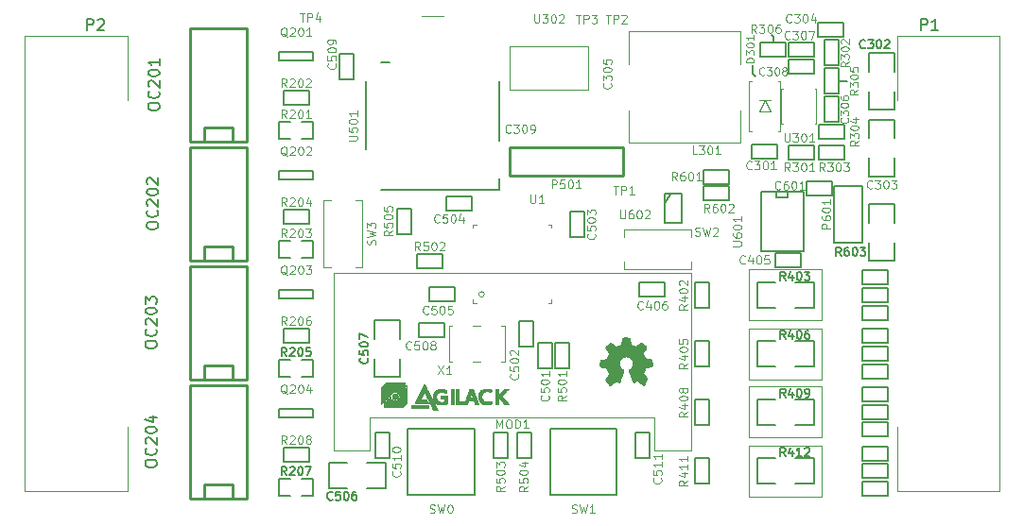
<source format=gto>
G04 (created by PCBNEW (2013-mar-13)-stable) date Tue 21 Jul 2015 10:15:33 AM CEST*
%MOIN*%
G04 Gerber Fmt 3.4, Leading zero omitted, Abs format*
%FSLAX34Y34*%
G01*
G70*
G90*
G04 APERTURE LIST*
%ADD10C,0.005906*%
%ADD11C,0.007874*%
%ADD12C,0.003000*%
%ADD13C,0.010000*%
%ADD14C,0.005000*%
%ADD15C,0.004000*%
%ADD16C,0.002000*%
%ADD17C,0.006300*%
%ADD18C,0.001100*%
%ADD19C,0.006000*%
G04 APERTURE END LIST*
G54D10*
G54D11*
X64315Y-31375D02*
X64255Y-31315D01*
X64315Y-31575D02*
X64315Y-31375D01*
X63595Y-32675D02*
X63695Y-32775D01*
X63595Y-32375D02*
X63595Y-32675D01*
X66610Y-32923D02*
X66910Y-32923D01*
G54D12*
X68681Y-33604D02*
X68681Y-31324D01*
X68681Y-47415D02*
X72303Y-47415D01*
X72303Y-47415D02*
X72303Y-31324D01*
X68681Y-31324D02*
X72303Y-31324D01*
X68681Y-47415D02*
X68681Y-45136D01*
X41555Y-45136D02*
X41555Y-47415D01*
X41555Y-31324D02*
X37933Y-31324D01*
X37933Y-31324D02*
X37933Y-47415D01*
X41555Y-47415D02*
X37933Y-47415D01*
X41555Y-31324D02*
X41555Y-33604D01*
G54D13*
X44250Y-35050D02*
X44250Y-34550D01*
X44250Y-34550D02*
X45250Y-34550D01*
X45250Y-34550D02*
X45250Y-35050D01*
X43750Y-35050D02*
X43750Y-31050D01*
X43750Y-31050D02*
X45750Y-31050D01*
X45750Y-31050D02*
X45750Y-35050D01*
X45750Y-35050D02*
X43750Y-35050D01*
X44250Y-39250D02*
X44250Y-38750D01*
X44250Y-38750D02*
X45250Y-38750D01*
X45250Y-38750D02*
X45250Y-39250D01*
X43750Y-39250D02*
X43750Y-35250D01*
X43750Y-35250D02*
X45750Y-35250D01*
X45750Y-35250D02*
X45750Y-39250D01*
X45750Y-39250D02*
X43750Y-39250D01*
X44250Y-43450D02*
X44250Y-42950D01*
X44250Y-42950D02*
X45250Y-42950D01*
X45250Y-42950D02*
X45250Y-43450D01*
X43750Y-43450D02*
X43750Y-39450D01*
X43750Y-39450D02*
X45750Y-39450D01*
X45750Y-39450D02*
X45750Y-43450D01*
X45750Y-43450D02*
X43750Y-43450D01*
X44250Y-47650D02*
X44250Y-47150D01*
X44250Y-47150D02*
X45250Y-47150D01*
X45250Y-47150D02*
X45250Y-47650D01*
X43750Y-47650D02*
X43750Y-43650D01*
X43750Y-43650D02*
X45750Y-43650D01*
X45750Y-43650D02*
X45750Y-47650D01*
X45750Y-47650D02*
X43750Y-47650D01*
G54D14*
X48100Y-32200D02*
X46900Y-32200D01*
X46900Y-32200D02*
X46900Y-31900D01*
X46900Y-31900D02*
X48100Y-31900D01*
X48100Y-31900D02*
X48100Y-32200D01*
X48100Y-36400D02*
X46900Y-36400D01*
X46900Y-36400D02*
X46900Y-36100D01*
X46900Y-36100D02*
X48100Y-36100D01*
X48100Y-36100D02*
X48100Y-36400D01*
X48100Y-40600D02*
X46900Y-40600D01*
X46900Y-40600D02*
X46900Y-40300D01*
X46900Y-40300D02*
X48100Y-40300D01*
X48100Y-40300D02*
X48100Y-40600D01*
X48100Y-44800D02*
X46900Y-44800D01*
X46900Y-44800D02*
X46900Y-44500D01*
X46900Y-44500D02*
X48100Y-44500D01*
X48100Y-44500D02*
X48100Y-44800D01*
X47700Y-34350D02*
X48100Y-34350D01*
X48100Y-34350D02*
X48100Y-34950D01*
X48100Y-34950D02*
X47700Y-34950D01*
X47300Y-34950D02*
X46900Y-34950D01*
X46900Y-34950D02*
X46900Y-34350D01*
X46900Y-34350D02*
X47300Y-34350D01*
X47950Y-33750D02*
X47050Y-33750D01*
X47050Y-33750D02*
X47050Y-33250D01*
X47050Y-33250D02*
X47950Y-33250D01*
X47950Y-33250D02*
X47950Y-33750D01*
X47700Y-38550D02*
X48100Y-38550D01*
X48100Y-38550D02*
X48100Y-39150D01*
X48100Y-39150D02*
X47700Y-39150D01*
X47300Y-39150D02*
X46900Y-39150D01*
X46900Y-39150D02*
X46900Y-38550D01*
X46900Y-38550D02*
X47300Y-38550D01*
X47950Y-37950D02*
X47050Y-37950D01*
X47050Y-37950D02*
X47050Y-37450D01*
X47050Y-37450D02*
X47950Y-37450D01*
X47950Y-37450D02*
X47950Y-37950D01*
X47700Y-42750D02*
X48100Y-42750D01*
X48100Y-42750D02*
X48100Y-43350D01*
X48100Y-43350D02*
X47700Y-43350D01*
X47300Y-43350D02*
X46900Y-43350D01*
X46900Y-43350D02*
X46900Y-42750D01*
X46900Y-42750D02*
X47300Y-42750D01*
X47950Y-42150D02*
X47050Y-42150D01*
X47050Y-42150D02*
X47050Y-41650D01*
X47050Y-41650D02*
X47950Y-41650D01*
X47950Y-41650D02*
X47950Y-42150D01*
X47700Y-46950D02*
X48100Y-46950D01*
X48100Y-46950D02*
X48100Y-47550D01*
X48100Y-47550D02*
X47700Y-47550D01*
X47300Y-47550D02*
X46900Y-47550D01*
X46900Y-47550D02*
X46900Y-46950D01*
X46900Y-46950D02*
X47300Y-46950D01*
X47950Y-46350D02*
X47050Y-46350D01*
X47050Y-46350D02*
X47050Y-45850D01*
X47050Y-45850D02*
X47950Y-45850D01*
X47950Y-45850D02*
X47950Y-46350D01*
G54D15*
X59224Y-31168D02*
X59224Y-32318D01*
X59224Y-31168D02*
X63164Y-31168D01*
X63164Y-31168D02*
X63164Y-32318D01*
X59224Y-35108D02*
X59224Y-33958D01*
X59224Y-35108D02*
X63164Y-35108D01*
X63164Y-35108D02*
X63164Y-33958D01*
G54D16*
X64565Y-32922D02*
X64481Y-32922D01*
X64565Y-34694D02*
X64481Y-34694D01*
X64215Y-34008D02*
X64015Y-33608D01*
X63815Y-34008D02*
X64015Y-33608D01*
X64215Y-34008D02*
X63815Y-34008D01*
X64215Y-33608D02*
X63815Y-33608D01*
X63465Y-32922D02*
X63549Y-32922D01*
X63465Y-34694D02*
X63549Y-34694D01*
X63465Y-32922D02*
X63465Y-34694D01*
X64565Y-32922D02*
X64565Y-34694D01*
G54D14*
X67690Y-33940D02*
X68590Y-33940D01*
X68590Y-33940D02*
X68590Y-33290D01*
X67690Y-32590D02*
X67690Y-31940D01*
X67690Y-31940D02*
X68590Y-31940D01*
X68590Y-31940D02*
X68590Y-32590D01*
X67690Y-33290D02*
X67690Y-33940D01*
X65760Y-32073D02*
X64860Y-32073D01*
X64860Y-32073D02*
X64860Y-31573D01*
X64860Y-31573D02*
X65760Y-31573D01*
X65760Y-31573D02*
X65760Y-32073D01*
X65760Y-32673D02*
X64860Y-32673D01*
X64860Y-32673D02*
X64860Y-32173D01*
X64860Y-32173D02*
X65760Y-32173D01*
X65760Y-32173D02*
X65760Y-32673D01*
X64870Y-35213D02*
X65770Y-35213D01*
X65770Y-35213D02*
X65770Y-35713D01*
X65770Y-35713D02*
X64870Y-35713D01*
X64870Y-35713D02*
X64870Y-35213D01*
X65910Y-35213D02*
X66810Y-35213D01*
X66810Y-35213D02*
X66810Y-35713D01*
X66810Y-35713D02*
X65910Y-35713D01*
X65910Y-35713D02*
X65910Y-35213D01*
X66110Y-34373D02*
X66110Y-33473D01*
X66110Y-33473D02*
X66610Y-33473D01*
X66610Y-33473D02*
X66610Y-34373D01*
X66610Y-34373D02*
X66110Y-34373D01*
X64460Y-35673D02*
X63560Y-35673D01*
X63560Y-35673D02*
X63560Y-35173D01*
X63560Y-35173D02*
X64460Y-35173D01*
X64460Y-35173D02*
X64460Y-35673D01*
X65905Y-30865D02*
X66805Y-30865D01*
X66805Y-30865D02*
X66805Y-31365D01*
X66805Y-31365D02*
X65905Y-31365D01*
X65905Y-31365D02*
X65905Y-30865D01*
G54D12*
X65820Y-34423D02*
X65775Y-34423D01*
X65820Y-34423D02*
X65820Y-33203D01*
X65820Y-33203D02*
X65775Y-33203D01*
X64600Y-33203D02*
X64645Y-33203D01*
X64600Y-34423D02*
X64645Y-34423D01*
X64600Y-34423D02*
X64600Y-33203D01*
G54D14*
X66610Y-31473D02*
X66610Y-32373D01*
X66610Y-32373D02*
X66110Y-32373D01*
X66110Y-32373D02*
X66110Y-31473D01*
X66110Y-31473D02*
X66610Y-31473D01*
X65910Y-34473D02*
X66810Y-34473D01*
X66810Y-34473D02*
X66810Y-34973D01*
X66810Y-34973D02*
X65910Y-34973D01*
X65910Y-34973D02*
X65910Y-34473D01*
X66610Y-32473D02*
X66610Y-33373D01*
X66610Y-33373D02*
X66110Y-33373D01*
X66110Y-33373D02*
X66110Y-32473D01*
X66110Y-32473D02*
X66610Y-32473D01*
X64770Y-32073D02*
X63870Y-32073D01*
X63870Y-32073D02*
X63870Y-31573D01*
X63870Y-31573D02*
X64770Y-31573D01*
X64770Y-31573D02*
X64770Y-32073D01*
X68590Y-34290D02*
X67690Y-34290D01*
X67690Y-34290D02*
X67690Y-34940D01*
X68590Y-35640D02*
X68590Y-36290D01*
X68590Y-36290D02*
X67690Y-36290D01*
X67690Y-36290D02*
X67690Y-35640D01*
X68590Y-34940D02*
X68590Y-34290D01*
X67450Y-46440D02*
X68350Y-46440D01*
X68350Y-46440D02*
X68350Y-46940D01*
X68350Y-46940D02*
X67450Y-46940D01*
X67450Y-46940D02*
X67450Y-46440D01*
X68350Y-40110D02*
X67450Y-40110D01*
X67450Y-40110D02*
X67450Y-39610D01*
X67450Y-39610D02*
X68350Y-39610D01*
X68350Y-39610D02*
X68350Y-40110D01*
X68350Y-42180D02*
X67450Y-42180D01*
X67450Y-42180D02*
X67450Y-41680D01*
X67450Y-41680D02*
X68350Y-41680D01*
X68350Y-41680D02*
X68350Y-42180D01*
X68350Y-44240D02*
X67450Y-44240D01*
X67450Y-44240D02*
X67450Y-43740D01*
X67450Y-43740D02*
X68350Y-43740D01*
X68350Y-43740D02*
X68350Y-44240D01*
X68350Y-46320D02*
X67450Y-46320D01*
X67450Y-46320D02*
X67450Y-45820D01*
X67450Y-45820D02*
X68350Y-45820D01*
X68350Y-45820D02*
X68350Y-46320D01*
G54D15*
X63470Y-43450D02*
X63470Y-41650D01*
X63470Y-41650D02*
X66030Y-41650D01*
X66030Y-41650D02*
X66030Y-43450D01*
X66030Y-43450D02*
X63470Y-43450D01*
X63470Y-45510D02*
X63470Y-43710D01*
X63470Y-43710D02*
X66030Y-43710D01*
X66030Y-43710D02*
X66030Y-45510D01*
X66030Y-45510D02*
X63470Y-45510D01*
X63470Y-47590D02*
X63470Y-45790D01*
X63470Y-45790D02*
X66030Y-45790D01*
X66030Y-45790D02*
X66030Y-47590D01*
X66030Y-47590D02*
X63470Y-47590D01*
G54D14*
X67450Y-42300D02*
X68350Y-42300D01*
X68350Y-42300D02*
X68350Y-42800D01*
X68350Y-42800D02*
X67450Y-42800D01*
X67450Y-42800D02*
X67450Y-42300D01*
X67450Y-44360D02*
X68350Y-44360D01*
X68350Y-44360D02*
X68350Y-44860D01*
X68350Y-44860D02*
X67450Y-44860D01*
X67450Y-44860D02*
X67450Y-44360D01*
G54D15*
X63470Y-41380D02*
X63470Y-39580D01*
X63470Y-39580D02*
X66030Y-39580D01*
X66030Y-39580D02*
X66030Y-41380D01*
X66030Y-41380D02*
X63470Y-41380D01*
G54D14*
X67450Y-40230D02*
X68350Y-40230D01*
X68350Y-40230D02*
X68350Y-40730D01*
X68350Y-40730D02*
X67450Y-40730D01*
X67450Y-40730D02*
X67450Y-40230D01*
X67450Y-40850D02*
X68350Y-40850D01*
X68350Y-40850D02*
X68350Y-41350D01*
X68350Y-41350D02*
X67450Y-41350D01*
X67450Y-41350D02*
X67450Y-40850D01*
X67450Y-42920D02*
X68350Y-42920D01*
X68350Y-42920D02*
X68350Y-43420D01*
X68350Y-43420D02*
X67450Y-43420D01*
X67450Y-43420D02*
X67450Y-42920D01*
X67450Y-44980D02*
X68350Y-44980D01*
X68350Y-44980D02*
X68350Y-45480D01*
X68350Y-45480D02*
X67450Y-45480D01*
X67450Y-45480D02*
X67450Y-44980D01*
X67450Y-47060D02*
X68350Y-47060D01*
X68350Y-47060D02*
X68350Y-47560D01*
X68350Y-47560D02*
X67450Y-47560D01*
X67450Y-47560D02*
X67450Y-47060D01*
X62055Y-40030D02*
X62055Y-40930D01*
X62055Y-40930D02*
X61555Y-40930D01*
X61555Y-40930D02*
X61555Y-40030D01*
X61555Y-40030D02*
X62055Y-40030D01*
X62055Y-42100D02*
X62055Y-43000D01*
X62055Y-43000D02*
X61555Y-43000D01*
X61555Y-43000D02*
X61555Y-42100D01*
X61555Y-42100D02*
X62055Y-42100D01*
X62055Y-44160D02*
X62055Y-45060D01*
X62055Y-45060D02*
X61555Y-45060D01*
X61555Y-45060D02*
X61555Y-44160D01*
X61555Y-44160D02*
X62055Y-44160D01*
X62055Y-46240D02*
X62055Y-47140D01*
X62055Y-47140D02*
X61555Y-47140D01*
X61555Y-47140D02*
X61555Y-46240D01*
X61555Y-46240D02*
X62055Y-46240D01*
X65750Y-40930D02*
X65750Y-40030D01*
X65750Y-40030D02*
X65100Y-40030D01*
X64400Y-40930D02*
X63750Y-40930D01*
X63750Y-40930D02*
X63750Y-40030D01*
X63750Y-40030D02*
X64400Y-40030D01*
X65100Y-40930D02*
X65750Y-40930D01*
X65750Y-43000D02*
X65750Y-42100D01*
X65750Y-42100D02*
X65100Y-42100D01*
X64400Y-43000D02*
X63750Y-43000D01*
X63750Y-43000D02*
X63750Y-42100D01*
X63750Y-42100D02*
X64400Y-42100D01*
X65100Y-43000D02*
X65750Y-43000D01*
X65750Y-45060D02*
X65750Y-44160D01*
X65750Y-44160D02*
X65100Y-44160D01*
X64400Y-45060D02*
X63750Y-45060D01*
X63750Y-45060D02*
X63750Y-44160D01*
X63750Y-44160D02*
X64400Y-44160D01*
X65100Y-45060D02*
X65750Y-45060D01*
X65750Y-47140D02*
X65750Y-46240D01*
X65750Y-46240D02*
X65100Y-46240D01*
X64400Y-47140D02*
X63750Y-47140D01*
X63750Y-47140D02*
X63750Y-46240D01*
X63750Y-46240D02*
X64400Y-46240D01*
X65100Y-47140D02*
X65750Y-47140D01*
G54D15*
X53740Y-37990D02*
X53740Y-38105D01*
X53740Y-37990D02*
X53855Y-37990D01*
X56500Y-37990D02*
X56385Y-37990D01*
X56500Y-37990D02*
X56500Y-38105D01*
X56500Y-40750D02*
X56385Y-40750D01*
X56500Y-40750D02*
X56500Y-40635D01*
X54130Y-40455D02*
G75*
G03X54130Y-40455I-95J0D01*
G74*
G01*
X53740Y-40750D02*
X53855Y-40750D01*
X53740Y-40750D02*
X53740Y-40635D01*
X54736Y-42829D02*
X54860Y-42829D01*
X53732Y-42829D02*
X54007Y-42829D01*
X53732Y-41570D02*
X54007Y-41570D01*
X54860Y-41570D02*
X54736Y-41570D01*
X52880Y-41570D02*
X53003Y-41570D01*
X54860Y-41570D02*
X54860Y-42830D01*
X52880Y-42830D02*
X53003Y-42830D01*
X52880Y-42830D02*
X52880Y-41570D01*
X55030Y-31700D02*
X57790Y-31700D01*
X57790Y-31700D02*
X57790Y-33240D01*
X57790Y-33240D02*
X55030Y-33240D01*
X55030Y-33240D02*
X55030Y-31700D01*
G54D14*
X56530Y-42180D02*
X56530Y-43080D01*
X56530Y-43080D02*
X56030Y-43080D01*
X56030Y-43080D02*
X56030Y-42180D01*
X56030Y-42180D02*
X56530Y-42180D01*
X57130Y-42180D02*
X57130Y-43080D01*
X57130Y-43080D02*
X56630Y-43080D01*
X56630Y-43080D02*
X56630Y-42180D01*
X56630Y-42180D02*
X57130Y-42180D01*
X51760Y-39020D02*
X52660Y-39020D01*
X52660Y-39020D02*
X52660Y-39520D01*
X52660Y-39520D02*
X51760Y-39520D01*
X51760Y-39520D02*
X51760Y-39020D01*
G54D12*
X61420Y-38180D02*
X61420Y-38440D01*
X61420Y-38180D02*
X59050Y-38180D01*
X59050Y-38180D02*
X59050Y-38440D01*
X61420Y-39560D02*
X61420Y-39300D01*
X61420Y-39560D02*
X59050Y-39560D01*
X59050Y-39560D02*
X59050Y-39300D01*
X48460Y-37125D02*
X48720Y-37125D01*
X48460Y-37125D02*
X48460Y-39495D01*
X48460Y-39495D02*
X48720Y-39495D01*
X49840Y-37125D02*
X49580Y-37125D01*
X49840Y-37125D02*
X49840Y-39495D01*
X49840Y-39495D02*
X49580Y-39495D01*
G54D14*
X55865Y-41390D02*
X55865Y-42290D01*
X55865Y-42290D02*
X55365Y-42290D01*
X55365Y-42290D02*
X55365Y-41390D01*
X55365Y-41390D02*
X55865Y-41390D01*
X57145Y-38435D02*
X57145Y-37535D01*
X57145Y-37535D02*
X57645Y-37535D01*
X57645Y-37535D02*
X57645Y-38435D01*
X57645Y-38435D02*
X57145Y-38435D01*
X54460Y-46230D02*
X54460Y-45330D01*
X54460Y-45330D02*
X54960Y-45330D01*
X54960Y-45330D02*
X54960Y-46230D01*
X54960Y-46230D02*
X54460Y-46230D01*
X55280Y-46230D02*
X55280Y-45330D01*
X55280Y-45330D02*
X55780Y-45330D01*
X55780Y-45330D02*
X55780Y-46230D01*
X55780Y-46230D02*
X55280Y-46230D01*
G54D17*
X53789Y-45185D02*
X53789Y-47545D01*
X53789Y-47545D02*
X51429Y-47545D01*
X51429Y-47545D02*
X51429Y-45185D01*
X51429Y-45185D02*
X53789Y-45185D01*
X58807Y-45185D02*
X58807Y-47545D01*
X58807Y-47545D02*
X56447Y-47545D01*
X56447Y-47545D02*
X56447Y-45185D01*
X56447Y-45185D02*
X58807Y-45185D01*
G54D12*
X48820Y-39715D02*
X48820Y-45974D01*
X48820Y-45974D02*
X50100Y-45974D01*
X50100Y-45974D02*
X50100Y-44793D01*
X50100Y-44793D02*
X60139Y-44793D01*
X60139Y-44793D02*
X60139Y-45974D01*
X60139Y-45974D02*
X61419Y-45974D01*
X61419Y-39715D02*
X61419Y-45974D01*
X48820Y-39715D02*
X61419Y-39715D01*
G54D14*
X53700Y-37485D02*
X52800Y-37485D01*
X52800Y-37485D02*
X52800Y-36985D01*
X52800Y-36985D02*
X53700Y-36985D01*
X53700Y-36985D02*
X53700Y-37485D01*
X53095Y-40705D02*
X52195Y-40705D01*
X52195Y-40705D02*
X52195Y-40205D01*
X52195Y-40205D02*
X53095Y-40205D01*
X53095Y-40205D02*
X53095Y-40705D01*
X48650Y-46405D02*
X48650Y-47305D01*
X48650Y-47305D02*
X49300Y-47305D01*
X50000Y-46405D02*
X50650Y-46405D01*
X50650Y-46405D02*
X50650Y-47305D01*
X50650Y-47305D02*
X50000Y-47305D01*
X49300Y-46405D02*
X48650Y-46405D01*
X50260Y-43375D02*
X51160Y-43375D01*
X51160Y-43375D02*
X51160Y-42725D01*
X50260Y-42025D02*
X50260Y-41375D01*
X50260Y-41375D02*
X51160Y-41375D01*
X51160Y-41375D02*
X51160Y-42025D01*
X50260Y-42725D02*
X50260Y-43375D01*
X52715Y-41975D02*
X51815Y-41975D01*
X51815Y-41975D02*
X51815Y-41475D01*
X51815Y-41475D02*
X52715Y-41475D01*
X52715Y-41475D02*
X52715Y-41975D01*
G54D12*
X52703Y-30622D02*
X51916Y-30622D01*
G54D10*
X54662Y-36763D02*
X54662Y-36380D01*
X54662Y-35021D02*
X54662Y-32935D01*
X50794Y-32256D02*
X50498Y-32256D01*
X49957Y-32935D02*
X49957Y-35317D01*
X50479Y-36763D02*
X54662Y-36763D01*
G54D14*
X51060Y-38320D02*
X51060Y-37420D01*
X51060Y-37420D02*
X51560Y-37420D01*
X51560Y-37420D02*
X51560Y-38320D01*
X51560Y-38320D02*
X51060Y-38320D01*
X49510Y-31965D02*
X49510Y-32865D01*
X49510Y-32865D02*
X49010Y-32865D01*
X49010Y-32865D02*
X49010Y-31965D01*
X49010Y-31965D02*
X49510Y-31965D01*
G54D13*
X55020Y-35265D02*
X59020Y-35265D01*
X55020Y-36265D02*
X59020Y-36265D01*
X59020Y-36265D02*
X59020Y-35265D01*
X55020Y-35265D02*
X55020Y-36265D01*
G54D18*
X59060Y-41980D02*
X59160Y-41980D01*
X59000Y-41990D02*
X59250Y-41990D01*
X59000Y-42000D02*
X59250Y-42000D01*
X58990Y-42010D02*
X59260Y-42010D01*
X58990Y-42020D02*
X59260Y-42020D01*
X58990Y-42030D02*
X59260Y-42030D01*
X58990Y-42040D02*
X59260Y-42040D01*
X58990Y-42050D02*
X59260Y-42050D01*
X58990Y-42060D02*
X59260Y-42060D01*
X58980Y-42070D02*
X59270Y-42070D01*
X58980Y-42080D02*
X59270Y-42080D01*
X58980Y-42090D02*
X59270Y-42090D01*
X58980Y-42100D02*
X59270Y-42100D01*
X58980Y-42110D02*
X59270Y-42110D01*
X58970Y-42120D02*
X59270Y-42120D01*
X58970Y-42130D02*
X59280Y-42130D01*
X58970Y-42140D02*
X59280Y-42140D01*
X58970Y-42150D02*
X59280Y-42150D01*
X58970Y-42160D02*
X59280Y-42160D01*
X58560Y-42170D02*
X58590Y-42170D01*
X58970Y-42170D02*
X59280Y-42170D01*
X59650Y-42170D02*
X59690Y-42170D01*
X58550Y-42180D02*
X58600Y-42180D01*
X58960Y-42180D02*
X59280Y-42180D01*
X59630Y-42180D02*
X59700Y-42180D01*
X58540Y-42190D02*
X58620Y-42190D01*
X58960Y-42190D02*
X59280Y-42190D01*
X59620Y-42190D02*
X59710Y-42190D01*
X58520Y-42200D02*
X58630Y-42200D01*
X58960Y-42200D02*
X59290Y-42200D01*
X59600Y-42200D02*
X59730Y-42200D01*
X58510Y-42210D02*
X58650Y-42210D01*
X58960Y-42210D02*
X59290Y-42210D01*
X59590Y-42210D02*
X59740Y-42210D01*
X58500Y-42220D02*
X58660Y-42220D01*
X58960Y-42220D02*
X59290Y-42220D01*
X59570Y-42220D02*
X59750Y-42220D01*
X58490Y-42230D02*
X58670Y-42230D01*
X58950Y-42230D02*
X59290Y-42230D01*
X59560Y-42230D02*
X59760Y-42230D01*
X58480Y-42240D02*
X58690Y-42240D01*
X58920Y-42240D02*
X59330Y-42240D01*
X59540Y-42240D02*
X59770Y-42240D01*
X58470Y-42250D02*
X58700Y-42250D01*
X58890Y-42250D02*
X59360Y-42250D01*
X59530Y-42250D02*
X59780Y-42250D01*
X58460Y-42260D02*
X58720Y-42260D01*
X58860Y-42260D02*
X59380Y-42260D01*
X59510Y-42260D02*
X59790Y-42260D01*
X58450Y-42270D02*
X58730Y-42270D01*
X58840Y-42270D02*
X59410Y-42270D01*
X59500Y-42270D02*
X59800Y-42270D01*
X58440Y-42280D02*
X58740Y-42280D01*
X58820Y-42280D02*
X59430Y-42280D01*
X59490Y-42280D02*
X59810Y-42280D01*
X58430Y-42290D02*
X58760Y-42290D01*
X58800Y-42290D02*
X59450Y-42290D01*
X59470Y-42290D02*
X59820Y-42290D01*
X58420Y-42300D02*
X58770Y-42300D01*
X58780Y-42300D02*
X59830Y-42300D01*
X58410Y-42310D02*
X59830Y-42310D01*
X58410Y-42320D02*
X59840Y-42320D01*
X58400Y-42330D02*
X59840Y-42330D01*
X58400Y-42340D02*
X59840Y-42340D01*
X58410Y-42350D02*
X59840Y-42350D01*
X58410Y-42360D02*
X59830Y-42360D01*
X58420Y-42370D02*
X59830Y-42370D01*
X58430Y-42380D02*
X59820Y-42380D01*
X58430Y-42390D02*
X59810Y-42390D01*
X58440Y-42400D02*
X59800Y-42400D01*
X58450Y-42410D02*
X59800Y-42410D01*
X58460Y-42420D02*
X59790Y-42420D01*
X58460Y-42430D02*
X59780Y-42430D01*
X58470Y-42440D02*
X59780Y-42440D01*
X58480Y-42450D02*
X59770Y-42450D01*
X58480Y-42460D02*
X59760Y-42460D01*
X58490Y-42470D02*
X59750Y-42470D01*
X58500Y-42480D02*
X59750Y-42480D01*
X58500Y-42490D02*
X59740Y-42490D01*
X58510Y-42500D02*
X59730Y-42500D01*
X58520Y-42510D02*
X59720Y-42510D01*
X58520Y-42520D02*
X59720Y-42520D01*
X58530Y-42530D02*
X59710Y-42530D01*
X58530Y-42540D02*
X59710Y-42540D01*
X58530Y-42550D02*
X59720Y-42550D01*
X58520Y-42560D02*
X59730Y-42560D01*
X58520Y-42570D02*
X59730Y-42570D01*
X58510Y-42580D02*
X59740Y-42580D01*
X58510Y-42590D02*
X59740Y-42590D01*
X58500Y-42600D02*
X59750Y-42600D01*
X58500Y-42610D02*
X59750Y-42610D01*
X58490Y-42620D02*
X59760Y-42620D01*
X58490Y-42630D02*
X59760Y-42630D01*
X58480Y-42640D02*
X59760Y-42640D01*
X58480Y-42650D02*
X59080Y-42650D01*
X59170Y-42650D02*
X59770Y-42650D01*
X58480Y-42660D02*
X59050Y-42660D01*
X59200Y-42660D02*
X59770Y-42660D01*
X58470Y-42670D02*
X59020Y-42670D01*
X59230Y-42670D02*
X59780Y-42670D01*
X58470Y-42680D02*
X59000Y-42680D01*
X59250Y-42680D02*
X59780Y-42680D01*
X58470Y-42690D02*
X58990Y-42690D01*
X59260Y-42690D02*
X59780Y-42690D01*
X58460Y-42700D02*
X58970Y-42700D01*
X59280Y-42700D02*
X59790Y-42700D01*
X58460Y-42710D02*
X58960Y-42710D01*
X59290Y-42710D02*
X59820Y-42710D01*
X58460Y-42720D02*
X58950Y-42720D01*
X59300Y-42720D02*
X59880Y-42720D01*
X58450Y-42730D02*
X58940Y-42730D01*
X59310Y-42730D02*
X59930Y-42730D01*
X58390Y-42740D02*
X58930Y-42740D01*
X59320Y-42740D02*
X59990Y-42740D01*
X58330Y-42750D02*
X58930Y-42750D01*
X59320Y-42750D02*
X60030Y-42750D01*
X58270Y-42760D02*
X58920Y-42760D01*
X59330Y-42760D02*
X60030Y-42760D01*
X58220Y-42770D02*
X58910Y-42770D01*
X59340Y-42770D02*
X60040Y-42770D01*
X58210Y-42780D02*
X58910Y-42780D01*
X59340Y-42780D02*
X60040Y-42780D01*
X58210Y-42790D02*
X58900Y-42790D01*
X59350Y-42790D02*
X60040Y-42790D01*
X58210Y-42800D02*
X58900Y-42800D01*
X59350Y-42800D02*
X60040Y-42800D01*
X58210Y-42810D02*
X58890Y-42810D01*
X59360Y-42810D02*
X60040Y-42810D01*
X58210Y-42820D02*
X58890Y-42820D01*
X59360Y-42820D02*
X60040Y-42820D01*
X58210Y-42830D02*
X58890Y-42830D01*
X59360Y-42830D02*
X60040Y-42830D01*
X58210Y-42840D02*
X58890Y-42840D01*
X59370Y-42840D02*
X60040Y-42840D01*
X58210Y-42850D02*
X58880Y-42850D01*
X59370Y-42850D02*
X60040Y-42850D01*
X58210Y-42860D02*
X58880Y-42860D01*
X59370Y-42860D02*
X60050Y-42860D01*
X58200Y-42870D02*
X58880Y-42870D01*
X59370Y-42870D02*
X60050Y-42870D01*
X58200Y-42880D02*
X58880Y-42880D01*
X59370Y-42880D02*
X60050Y-42880D01*
X58200Y-42890D02*
X58880Y-42890D01*
X59370Y-42890D02*
X60050Y-42890D01*
X58200Y-42900D02*
X58880Y-42900D01*
X59370Y-42900D02*
X60050Y-42900D01*
X58200Y-42910D02*
X58880Y-42910D01*
X59370Y-42910D02*
X60050Y-42910D01*
X58200Y-42920D02*
X58880Y-42920D01*
X59370Y-42920D02*
X60050Y-42920D01*
X58200Y-42930D02*
X58880Y-42930D01*
X59370Y-42930D02*
X60050Y-42930D01*
X58200Y-42940D02*
X58880Y-42940D01*
X59370Y-42940D02*
X60050Y-42940D01*
X58200Y-42950D02*
X58890Y-42950D01*
X59370Y-42950D02*
X60050Y-42950D01*
X58210Y-42960D02*
X58890Y-42960D01*
X59360Y-42960D02*
X60050Y-42960D01*
X58210Y-42970D02*
X58890Y-42970D01*
X59360Y-42970D02*
X60040Y-42970D01*
X58210Y-42980D02*
X58900Y-42980D01*
X59360Y-42980D02*
X60040Y-42980D01*
X58210Y-42990D02*
X58900Y-42990D01*
X59350Y-42990D02*
X60040Y-42990D01*
X58210Y-43000D02*
X58900Y-43000D01*
X59350Y-43000D02*
X60030Y-43000D01*
X58210Y-43010D02*
X58910Y-43010D01*
X59340Y-43010D02*
X59970Y-43010D01*
X58250Y-43020D02*
X58920Y-43020D01*
X59340Y-43020D02*
X59910Y-43020D01*
X58300Y-43030D02*
X58920Y-43030D01*
X59330Y-43030D02*
X59840Y-43030D01*
X58360Y-43040D02*
X58930Y-43040D01*
X59320Y-43040D02*
X59800Y-43040D01*
X58410Y-43050D02*
X58940Y-43050D01*
X59310Y-43050D02*
X59800Y-43050D01*
X58450Y-43060D02*
X58950Y-43060D01*
X59310Y-43060D02*
X59800Y-43060D01*
X58460Y-43070D02*
X58950Y-43070D01*
X59300Y-43070D02*
X59790Y-43070D01*
X58460Y-43080D02*
X58970Y-43080D01*
X59280Y-43080D02*
X59790Y-43080D01*
X58460Y-43090D02*
X58980Y-43090D01*
X59270Y-43090D02*
X59790Y-43090D01*
X58460Y-43100D02*
X58990Y-43100D01*
X59260Y-43100D02*
X59790Y-43100D01*
X58470Y-43110D02*
X59010Y-43110D01*
X59240Y-43110D02*
X59780Y-43110D01*
X58470Y-43120D02*
X59030Y-43120D01*
X59220Y-43120D02*
X59780Y-43120D01*
X58470Y-43130D02*
X59040Y-43130D01*
X59220Y-43130D02*
X59780Y-43130D01*
X58480Y-43140D02*
X59040Y-43140D01*
X59220Y-43140D02*
X59770Y-43140D01*
X58480Y-43150D02*
X59040Y-43150D01*
X59220Y-43150D02*
X59770Y-43150D01*
X58480Y-43160D02*
X59030Y-43160D01*
X59230Y-43160D02*
X59760Y-43160D01*
X58490Y-43170D02*
X59030Y-43170D01*
X59230Y-43170D02*
X59760Y-43170D01*
X58490Y-43180D02*
X59030Y-43180D01*
X59230Y-43180D02*
X59760Y-43180D01*
X58500Y-43190D02*
X59020Y-43190D01*
X59240Y-43190D02*
X59750Y-43190D01*
X58500Y-43200D02*
X59020Y-43200D01*
X59240Y-43200D02*
X59750Y-43200D01*
X58510Y-43210D02*
X59010Y-43210D01*
X59250Y-43210D02*
X59740Y-43210D01*
X58510Y-43220D02*
X59010Y-43220D01*
X59250Y-43220D02*
X59740Y-43220D01*
X58520Y-43230D02*
X59010Y-43230D01*
X59250Y-43230D02*
X59730Y-43230D01*
X58520Y-43240D02*
X59000Y-43240D01*
X59260Y-43240D02*
X59740Y-43240D01*
X58530Y-43250D02*
X59000Y-43250D01*
X59260Y-43250D02*
X59740Y-43250D01*
X58530Y-43260D02*
X59000Y-43260D01*
X59270Y-43260D02*
X59750Y-43260D01*
X58530Y-43270D02*
X58990Y-43270D01*
X59270Y-43270D02*
X59760Y-43270D01*
X58530Y-43280D02*
X58990Y-43280D01*
X59270Y-43280D02*
X59770Y-43280D01*
X58520Y-43290D02*
X58990Y-43290D01*
X59280Y-43290D02*
X59770Y-43290D01*
X58510Y-43300D02*
X58980Y-43300D01*
X59280Y-43300D02*
X59780Y-43300D01*
X58500Y-43310D02*
X58980Y-43310D01*
X59280Y-43310D02*
X59790Y-43310D01*
X58500Y-43320D02*
X58980Y-43320D01*
X59290Y-43320D02*
X59790Y-43320D01*
X58490Y-43330D02*
X58970Y-43330D01*
X59290Y-43330D02*
X59800Y-43330D01*
X58480Y-43340D02*
X58970Y-43340D01*
X59300Y-43340D02*
X59810Y-43340D01*
X58470Y-43350D02*
X58970Y-43350D01*
X59300Y-43350D02*
X59810Y-43350D01*
X58470Y-43360D02*
X58960Y-43360D01*
X59300Y-43360D02*
X59820Y-43360D01*
X58460Y-43370D02*
X58960Y-43370D01*
X59310Y-43370D02*
X59830Y-43370D01*
X58450Y-43380D02*
X58950Y-43380D01*
X59310Y-43380D02*
X59830Y-43380D01*
X58450Y-43390D02*
X58950Y-43390D01*
X59320Y-43390D02*
X59840Y-43390D01*
X58440Y-43400D02*
X58950Y-43400D01*
X59320Y-43400D02*
X59850Y-43400D01*
X58430Y-43410D02*
X58940Y-43410D01*
X59320Y-43410D02*
X59860Y-43410D01*
X58420Y-43420D02*
X58940Y-43420D01*
X59330Y-43420D02*
X59860Y-43420D01*
X58420Y-43430D02*
X58940Y-43430D01*
X59330Y-43430D02*
X59870Y-43430D01*
X58410Y-43440D02*
X58930Y-43440D01*
X59340Y-43440D02*
X59870Y-43440D01*
X58400Y-43450D02*
X58930Y-43450D01*
X59340Y-43450D02*
X59870Y-43450D01*
X58400Y-43460D02*
X58930Y-43460D01*
X59340Y-43460D02*
X59860Y-43460D01*
X58400Y-43470D02*
X58920Y-43470D01*
X59350Y-43470D02*
X59850Y-43470D01*
X58400Y-43480D02*
X58920Y-43480D01*
X59350Y-43480D02*
X59840Y-43480D01*
X58410Y-43490D02*
X58920Y-43490D01*
X59350Y-43490D02*
X59830Y-43490D01*
X58420Y-43500D02*
X58910Y-43500D01*
X59360Y-43500D02*
X59830Y-43500D01*
X58430Y-43510D02*
X58910Y-43510D01*
X59360Y-43510D02*
X59500Y-43510D01*
X59520Y-43510D02*
X59820Y-43510D01*
X58440Y-43520D02*
X58910Y-43520D01*
X59370Y-43520D02*
X59470Y-43520D01*
X59550Y-43520D02*
X59810Y-43520D01*
X58450Y-43530D02*
X58750Y-43530D01*
X58800Y-43530D02*
X58900Y-43530D01*
X59370Y-43530D02*
X59450Y-43530D01*
X59560Y-43530D02*
X59800Y-43530D01*
X58460Y-43540D02*
X58730Y-43540D01*
X58830Y-43540D02*
X58900Y-43540D01*
X59370Y-43540D02*
X59430Y-43540D01*
X59570Y-43540D02*
X59790Y-43540D01*
X58470Y-43550D02*
X58710Y-43550D01*
X58850Y-43550D02*
X58890Y-43550D01*
X59380Y-43550D02*
X59410Y-43550D01*
X59580Y-43550D02*
X59800Y-43550D01*
X58480Y-43560D02*
X58700Y-43560D01*
X58870Y-43560D02*
X58890Y-43560D01*
X59380Y-43560D02*
X59390Y-43560D01*
X59580Y-43560D02*
X59800Y-43560D01*
X58490Y-43570D02*
X58680Y-43570D01*
X59600Y-43570D02*
X59800Y-43570D01*
X58500Y-43580D02*
X58670Y-43580D01*
X59610Y-43580D02*
X59800Y-43580D01*
X58500Y-43590D02*
X58650Y-43590D01*
X59620Y-43590D02*
X59800Y-43590D01*
X58500Y-43600D02*
X58640Y-43600D01*
X59640Y-43600D02*
X59800Y-43600D01*
X58500Y-43610D02*
X58630Y-43610D01*
X59660Y-43610D02*
X59790Y-43610D01*
X58510Y-43620D02*
X58620Y-43620D01*
X59680Y-43620D02*
X59790Y-43620D01*
X58510Y-43630D02*
X58610Y-43630D01*
X59690Y-43630D02*
X59780Y-43630D01*
X58520Y-43640D02*
X58610Y-43640D01*
X59700Y-43640D02*
X59780Y-43640D01*
X58530Y-43650D02*
X58600Y-43650D01*
X59710Y-43650D02*
X59770Y-43650D01*
X58540Y-43660D02*
X58600Y-43660D01*
X59720Y-43660D02*
X59760Y-43660D01*
X58550Y-43670D02*
X58590Y-43670D01*
X59730Y-43670D02*
X59750Y-43670D01*
X58560Y-43680D02*
X58590Y-43680D01*
G54D19*
X67450Y-38620D02*
X66450Y-38620D01*
X66450Y-38620D02*
X66450Y-36620D01*
X66450Y-36620D02*
X67450Y-36620D01*
X67450Y-36620D02*
X67450Y-38620D01*
G54D14*
X61850Y-36050D02*
X62750Y-36050D01*
X62750Y-36050D02*
X62750Y-36550D01*
X62750Y-36550D02*
X61850Y-36550D01*
X61850Y-36550D02*
X61850Y-36050D01*
X61850Y-36640D02*
X62750Y-36640D01*
X62750Y-36640D02*
X62750Y-37140D01*
X62750Y-37140D02*
X61850Y-37140D01*
X61850Y-37140D02*
X61850Y-36640D01*
X67690Y-39275D02*
X68590Y-39275D01*
X68590Y-39275D02*
X68590Y-38625D01*
X67690Y-37925D02*
X67690Y-37275D01*
X67690Y-37275D02*
X68590Y-37275D01*
X68590Y-37275D02*
X68590Y-37925D01*
X67690Y-38625D02*
X67690Y-39275D01*
X63935Y-36820D02*
X63885Y-36820D01*
X63885Y-36820D02*
X63885Y-38920D01*
X65385Y-38920D02*
X65385Y-36820D01*
X65385Y-36820D02*
X63935Y-36820D01*
X64835Y-36820D02*
X64835Y-37020D01*
X64835Y-37020D02*
X64435Y-37020D01*
X64435Y-37020D02*
X64435Y-36820D01*
X65385Y-38920D02*
X63885Y-38920D01*
X60505Y-37230D02*
X60705Y-36930D01*
X60505Y-37930D02*
X60505Y-36905D01*
X60505Y-36905D02*
X61105Y-36905D01*
X61105Y-36905D02*
X61105Y-37930D01*
X61105Y-37930D02*
X60505Y-37930D01*
G54D18*
X50676Y-43568D02*
X51326Y-43568D01*
X50666Y-43578D02*
X51326Y-43578D01*
X50656Y-43588D02*
X51326Y-43588D01*
X50646Y-43598D02*
X51326Y-43598D01*
X50636Y-43608D02*
X51326Y-43608D01*
X50626Y-43618D02*
X51326Y-43618D01*
X50616Y-43628D02*
X51326Y-43628D01*
X52006Y-43628D02*
X52016Y-43628D01*
X50606Y-43638D02*
X50726Y-43638D01*
X51996Y-43638D02*
X52026Y-43638D01*
X50596Y-43648D02*
X50716Y-43648D01*
X51996Y-43648D02*
X52026Y-43648D01*
X50586Y-43658D02*
X50706Y-43658D01*
X51986Y-43658D02*
X52036Y-43658D01*
X50576Y-43668D02*
X50696Y-43668D01*
X50726Y-43668D02*
X51386Y-43668D01*
X51986Y-43668D02*
X52036Y-43668D01*
X50566Y-43678D02*
X50686Y-43678D01*
X50716Y-43678D02*
X51386Y-43678D01*
X51976Y-43678D02*
X52046Y-43678D01*
X50556Y-43688D02*
X50676Y-43688D01*
X50706Y-43688D02*
X51366Y-43688D01*
X51376Y-43688D02*
X51386Y-43688D01*
X51976Y-43688D02*
X52046Y-43688D01*
X50546Y-43698D02*
X50666Y-43698D01*
X50696Y-43698D02*
X51356Y-43698D01*
X51376Y-43698D02*
X51386Y-43698D01*
X51966Y-43698D02*
X52056Y-43698D01*
X50536Y-43708D02*
X50656Y-43708D01*
X50686Y-43708D02*
X51346Y-43708D01*
X51376Y-43708D02*
X51386Y-43708D01*
X51966Y-43708D02*
X52056Y-43708D01*
X50526Y-43718D02*
X50646Y-43718D01*
X50676Y-43718D02*
X51336Y-43718D01*
X51376Y-43718D02*
X51386Y-43718D01*
X51956Y-43718D02*
X52066Y-43718D01*
X50516Y-43728D02*
X50636Y-43728D01*
X50666Y-43728D02*
X51326Y-43728D01*
X51376Y-43728D02*
X51386Y-43728D01*
X51956Y-43728D02*
X52066Y-43728D01*
X50506Y-43738D02*
X50626Y-43738D01*
X50656Y-43738D02*
X51316Y-43738D01*
X51376Y-43738D02*
X51386Y-43738D01*
X51946Y-43738D02*
X52076Y-43738D01*
X50496Y-43748D02*
X50616Y-43748D01*
X50646Y-43748D02*
X51306Y-43748D01*
X51376Y-43748D02*
X51386Y-43748D01*
X51946Y-43748D02*
X52076Y-43748D01*
X50486Y-43758D02*
X50606Y-43758D01*
X50636Y-43758D02*
X51296Y-43758D01*
X51356Y-43758D02*
X51386Y-43758D01*
X51936Y-43758D02*
X52086Y-43758D01*
X50476Y-43768D02*
X50596Y-43768D01*
X50626Y-43768D02*
X51286Y-43768D01*
X51356Y-43768D02*
X51386Y-43768D01*
X51936Y-43768D02*
X52086Y-43768D01*
X50476Y-43778D02*
X50596Y-43778D01*
X50616Y-43778D02*
X51276Y-43778D01*
X51336Y-43778D02*
X51386Y-43778D01*
X51926Y-43778D02*
X52096Y-43778D01*
X50476Y-43788D02*
X50586Y-43788D01*
X50606Y-43788D02*
X51266Y-43788D01*
X51326Y-43788D02*
X51386Y-43788D01*
X51926Y-43788D02*
X52096Y-43788D01*
X52946Y-43788D02*
X53046Y-43788D01*
X53116Y-43788D02*
X53216Y-43788D01*
X53616Y-43788D02*
X53726Y-43788D01*
X54126Y-43788D02*
X54306Y-43788D01*
X54526Y-43788D02*
X54626Y-43788D01*
X54836Y-43788D02*
X54976Y-43788D01*
X50476Y-43798D02*
X50566Y-43798D01*
X50596Y-43798D02*
X51256Y-43798D01*
X51316Y-43798D02*
X51386Y-43798D01*
X51916Y-43798D02*
X52106Y-43798D01*
X52526Y-43798D02*
X52696Y-43798D01*
X52946Y-43798D02*
X53046Y-43798D01*
X53116Y-43798D02*
X53216Y-43798D01*
X53606Y-43798D02*
X53726Y-43798D01*
X54096Y-43798D02*
X54346Y-43798D01*
X54526Y-43798D02*
X54626Y-43798D01*
X54826Y-43798D02*
X54966Y-43798D01*
X50476Y-43808D02*
X50566Y-43808D01*
X50586Y-43808D02*
X51246Y-43808D01*
X51306Y-43808D02*
X51386Y-43808D01*
X51916Y-43808D02*
X52106Y-43808D01*
X52486Y-43808D02*
X52726Y-43808D01*
X52946Y-43808D02*
X53046Y-43808D01*
X53116Y-43808D02*
X53216Y-43808D01*
X53606Y-43808D02*
X53736Y-43808D01*
X54076Y-43808D02*
X54366Y-43808D01*
X54526Y-43808D02*
X54626Y-43808D01*
X54816Y-43808D02*
X54956Y-43808D01*
X50476Y-43818D02*
X50556Y-43818D01*
X50576Y-43818D02*
X51236Y-43818D01*
X51296Y-43818D02*
X51386Y-43818D01*
X51906Y-43818D02*
X52116Y-43818D01*
X52466Y-43818D02*
X52756Y-43818D01*
X52946Y-43818D02*
X53046Y-43818D01*
X53116Y-43818D02*
X53216Y-43818D01*
X53606Y-43818D02*
X53736Y-43818D01*
X54056Y-43818D02*
X54386Y-43818D01*
X54526Y-43818D02*
X54626Y-43818D01*
X54806Y-43818D02*
X54946Y-43818D01*
X50476Y-43828D02*
X50546Y-43828D01*
X50576Y-43828D02*
X51226Y-43828D01*
X51286Y-43828D02*
X51366Y-43828D01*
X51376Y-43828D02*
X51386Y-43828D01*
X51906Y-43828D02*
X52116Y-43828D01*
X52446Y-43828D02*
X52776Y-43828D01*
X52946Y-43828D02*
X53046Y-43828D01*
X53116Y-43828D02*
X53216Y-43828D01*
X53596Y-43828D02*
X53736Y-43828D01*
X54036Y-43828D02*
X54386Y-43828D01*
X54526Y-43828D02*
X54626Y-43828D01*
X54796Y-43828D02*
X54936Y-43828D01*
X50476Y-43838D02*
X50546Y-43838D01*
X50576Y-43838D02*
X51216Y-43838D01*
X51276Y-43838D02*
X51356Y-43838D01*
X51376Y-43838D02*
X51386Y-43838D01*
X51896Y-43838D02*
X52126Y-43838D01*
X52436Y-43838D02*
X52796Y-43838D01*
X52946Y-43838D02*
X53046Y-43838D01*
X53116Y-43838D02*
X53216Y-43838D01*
X53596Y-43838D02*
X53746Y-43838D01*
X54026Y-43838D02*
X54386Y-43838D01*
X54526Y-43838D02*
X54626Y-43838D01*
X54786Y-43838D02*
X54926Y-43838D01*
X50476Y-43848D02*
X50546Y-43848D01*
X50576Y-43848D02*
X51206Y-43848D01*
X51266Y-43848D02*
X51346Y-43848D01*
X51376Y-43848D02*
X51386Y-43848D01*
X51896Y-43848D02*
X52126Y-43848D01*
X52416Y-43848D02*
X52806Y-43848D01*
X52946Y-43848D02*
X53046Y-43848D01*
X53116Y-43848D02*
X53216Y-43848D01*
X53596Y-43848D02*
X53746Y-43848D01*
X54006Y-43848D02*
X54376Y-43848D01*
X54526Y-43848D02*
X54626Y-43848D01*
X54776Y-43848D02*
X54916Y-43848D01*
X50476Y-43858D02*
X50546Y-43858D01*
X50576Y-43858D02*
X51196Y-43858D01*
X51256Y-43858D02*
X51336Y-43858D01*
X51376Y-43858D02*
X51386Y-43858D01*
X51886Y-43858D02*
X52136Y-43858D01*
X52406Y-43858D02*
X52806Y-43858D01*
X52946Y-43858D02*
X53046Y-43858D01*
X53116Y-43858D02*
X53216Y-43858D01*
X53586Y-43858D02*
X53756Y-43858D01*
X53996Y-43858D02*
X54376Y-43858D01*
X54526Y-43858D02*
X54626Y-43858D01*
X54776Y-43858D02*
X54906Y-43858D01*
X50476Y-43868D02*
X50546Y-43868D01*
X50576Y-43868D02*
X51186Y-43868D01*
X51246Y-43868D02*
X51326Y-43868D01*
X51376Y-43868D02*
X51386Y-43868D01*
X51886Y-43868D02*
X52136Y-43868D01*
X52396Y-43868D02*
X52806Y-43868D01*
X52946Y-43868D02*
X53046Y-43868D01*
X53116Y-43868D02*
X53216Y-43868D01*
X53586Y-43868D02*
X53756Y-43868D01*
X53986Y-43868D02*
X54366Y-43868D01*
X54526Y-43868D02*
X54626Y-43868D01*
X54766Y-43868D02*
X54896Y-43868D01*
X50476Y-43878D02*
X50546Y-43878D01*
X50576Y-43878D02*
X51176Y-43878D01*
X51236Y-43878D02*
X51316Y-43878D01*
X51366Y-43878D02*
X51386Y-43878D01*
X51876Y-43878D02*
X52146Y-43878D01*
X52386Y-43878D02*
X52796Y-43878D01*
X52946Y-43878D02*
X53046Y-43878D01*
X53116Y-43878D02*
X53216Y-43878D01*
X53586Y-43878D02*
X53756Y-43878D01*
X53986Y-43878D02*
X54366Y-43878D01*
X54526Y-43878D02*
X54626Y-43878D01*
X54756Y-43878D02*
X54886Y-43878D01*
X50476Y-43888D02*
X50546Y-43888D01*
X50576Y-43888D02*
X51166Y-43888D01*
X51226Y-43888D02*
X51306Y-43888D01*
X51356Y-43888D02*
X51386Y-43888D01*
X51876Y-43888D02*
X52146Y-43888D01*
X52376Y-43888D02*
X52786Y-43888D01*
X52946Y-43888D02*
X53046Y-43888D01*
X53116Y-43888D02*
X53216Y-43888D01*
X53576Y-43888D02*
X53766Y-43888D01*
X53976Y-43888D02*
X54156Y-43888D01*
X54296Y-43888D02*
X54366Y-43888D01*
X54526Y-43888D02*
X54626Y-43888D01*
X54746Y-43888D02*
X54876Y-43888D01*
X50476Y-43898D02*
X50546Y-43898D01*
X50576Y-43898D02*
X51156Y-43898D01*
X51216Y-43898D02*
X51296Y-43898D01*
X51346Y-43898D02*
X51386Y-43898D01*
X51866Y-43898D02*
X52006Y-43898D01*
X52016Y-43898D02*
X52156Y-43898D01*
X52376Y-43898D02*
X52556Y-43898D01*
X52676Y-43898D02*
X52786Y-43898D01*
X52946Y-43898D02*
X53046Y-43898D01*
X53116Y-43898D02*
X53216Y-43898D01*
X53576Y-43898D02*
X53766Y-43898D01*
X53966Y-43898D02*
X54136Y-43898D01*
X54326Y-43898D02*
X54356Y-43898D01*
X54526Y-43898D02*
X54626Y-43898D01*
X54736Y-43898D02*
X54866Y-43898D01*
X50476Y-43908D02*
X50546Y-43908D01*
X50576Y-43908D02*
X50936Y-43908D01*
X51016Y-43908D02*
X51146Y-43908D01*
X51206Y-43908D02*
X51286Y-43908D01*
X51336Y-43908D02*
X51386Y-43908D01*
X51866Y-43908D02*
X52006Y-43908D01*
X52016Y-43908D02*
X52156Y-43908D01*
X52366Y-43908D02*
X52526Y-43908D01*
X52716Y-43908D02*
X52776Y-43908D01*
X52946Y-43908D02*
X53046Y-43908D01*
X53116Y-43908D02*
X53216Y-43908D01*
X53566Y-43908D02*
X53766Y-43908D01*
X53956Y-43908D02*
X54116Y-43908D01*
X54526Y-43908D02*
X54626Y-43908D01*
X54726Y-43908D02*
X54866Y-43908D01*
X50476Y-43918D02*
X50546Y-43918D01*
X50576Y-43918D02*
X50906Y-43918D01*
X51046Y-43918D02*
X51136Y-43918D01*
X51196Y-43918D02*
X51276Y-43918D01*
X51326Y-43918D02*
X51386Y-43918D01*
X51856Y-43918D02*
X51996Y-43918D01*
X52026Y-43918D02*
X52166Y-43918D01*
X52356Y-43918D02*
X52516Y-43918D01*
X52736Y-43918D02*
X52776Y-43918D01*
X52946Y-43918D02*
X53046Y-43918D01*
X53116Y-43918D02*
X53216Y-43918D01*
X53566Y-43918D02*
X53776Y-43918D01*
X53956Y-43918D02*
X54096Y-43918D01*
X54526Y-43918D02*
X54626Y-43918D01*
X54716Y-43918D02*
X54856Y-43918D01*
X50476Y-43928D02*
X50546Y-43928D01*
X50576Y-43928D02*
X50896Y-43928D01*
X51066Y-43928D02*
X51126Y-43928D01*
X51186Y-43928D02*
X51266Y-43928D01*
X51316Y-43928D02*
X51386Y-43928D01*
X51856Y-43928D02*
X51996Y-43928D01*
X52026Y-43928D02*
X52166Y-43928D01*
X52356Y-43928D02*
X52496Y-43928D01*
X52756Y-43928D02*
X52766Y-43928D01*
X52946Y-43928D02*
X53046Y-43928D01*
X53116Y-43928D02*
X53216Y-43928D01*
X53566Y-43928D02*
X53666Y-43928D01*
X53676Y-43928D02*
X53776Y-43928D01*
X53946Y-43928D02*
X54086Y-43928D01*
X54526Y-43928D02*
X54626Y-43928D01*
X54706Y-43928D02*
X54846Y-43928D01*
X50476Y-43938D02*
X50546Y-43938D01*
X50576Y-43938D02*
X50876Y-43938D01*
X51076Y-43938D02*
X51116Y-43938D01*
X51176Y-43938D02*
X51256Y-43938D01*
X51306Y-43938D02*
X51386Y-43938D01*
X51846Y-43938D02*
X51986Y-43938D01*
X52036Y-43938D02*
X52176Y-43938D01*
X52346Y-43938D02*
X52486Y-43938D01*
X52946Y-43938D02*
X53046Y-43938D01*
X53116Y-43938D02*
X53216Y-43938D01*
X53556Y-43938D02*
X53656Y-43938D01*
X53676Y-43938D02*
X53786Y-43938D01*
X53946Y-43938D02*
X54076Y-43938D01*
X54526Y-43938D02*
X54626Y-43938D01*
X54706Y-43938D02*
X54836Y-43938D01*
X50476Y-43948D02*
X50546Y-43948D01*
X50576Y-43948D02*
X50866Y-43948D01*
X51086Y-43948D02*
X51106Y-43948D01*
X51166Y-43948D02*
X51246Y-43948D01*
X51296Y-43948D02*
X51386Y-43948D01*
X51846Y-43948D02*
X51986Y-43948D01*
X52036Y-43948D02*
X52176Y-43948D01*
X52346Y-43948D02*
X52476Y-43948D01*
X52946Y-43948D02*
X53046Y-43948D01*
X53116Y-43948D02*
X53216Y-43948D01*
X53556Y-43948D02*
X53656Y-43948D01*
X53676Y-43948D02*
X53786Y-43948D01*
X53936Y-43948D02*
X54066Y-43948D01*
X54526Y-43948D02*
X54626Y-43948D01*
X54696Y-43948D02*
X54826Y-43948D01*
X50476Y-43958D02*
X50546Y-43958D01*
X50576Y-43958D02*
X50856Y-43958D01*
X50946Y-43958D02*
X51016Y-43958D01*
X51096Y-43958D02*
X51106Y-43958D01*
X51156Y-43958D02*
X51236Y-43958D01*
X51286Y-43958D02*
X51386Y-43958D01*
X51836Y-43958D02*
X51986Y-43958D01*
X52046Y-43958D02*
X52186Y-43958D01*
X52336Y-43958D02*
X52466Y-43958D01*
X52946Y-43958D02*
X53046Y-43958D01*
X53116Y-43958D02*
X53216Y-43958D01*
X53556Y-43958D02*
X53656Y-43958D01*
X53686Y-43958D02*
X53786Y-43958D01*
X53936Y-43958D02*
X54066Y-43958D01*
X54526Y-43958D02*
X54626Y-43958D01*
X54686Y-43958D02*
X54816Y-43958D01*
X50476Y-43968D02*
X50546Y-43968D01*
X50576Y-43968D02*
X50846Y-43968D01*
X50926Y-43968D02*
X51036Y-43968D01*
X51146Y-43968D02*
X51226Y-43968D01*
X51276Y-43968D02*
X51386Y-43968D01*
X51836Y-43968D02*
X51976Y-43968D01*
X52046Y-43968D02*
X52186Y-43968D01*
X52336Y-43968D02*
X52456Y-43968D01*
X52946Y-43968D02*
X53046Y-43968D01*
X53116Y-43968D02*
X53216Y-43968D01*
X53546Y-43968D02*
X53646Y-43968D01*
X53686Y-43968D02*
X53796Y-43968D01*
X53936Y-43968D02*
X54056Y-43968D01*
X54526Y-43968D02*
X54626Y-43968D01*
X54676Y-43968D02*
X54806Y-43968D01*
X50476Y-43978D02*
X50546Y-43978D01*
X50576Y-43978D02*
X50836Y-43978D01*
X50916Y-43978D02*
X51046Y-43978D01*
X51136Y-43978D02*
X51216Y-43978D01*
X51266Y-43978D02*
X51386Y-43978D01*
X51826Y-43978D02*
X51976Y-43978D01*
X52056Y-43978D02*
X52196Y-43978D01*
X52336Y-43978D02*
X52456Y-43978D01*
X52946Y-43978D02*
X53046Y-43978D01*
X53116Y-43978D02*
X53216Y-43978D01*
X53546Y-43978D02*
X53646Y-43978D01*
X53686Y-43978D02*
X53796Y-43978D01*
X53936Y-43978D02*
X54056Y-43978D01*
X54526Y-43978D02*
X54626Y-43978D01*
X54666Y-43978D02*
X54796Y-43978D01*
X50476Y-43988D02*
X50546Y-43988D01*
X50576Y-43988D02*
X50826Y-43988D01*
X50906Y-43988D02*
X51056Y-43988D01*
X51136Y-43988D02*
X51206Y-43988D01*
X51256Y-43988D02*
X51386Y-43988D01*
X51826Y-43988D02*
X51966Y-43988D01*
X52056Y-43988D02*
X52206Y-43988D01*
X52336Y-43988D02*
X52446Y-43988D01*
X52946Y-43988D02*
X53046Y-43988D01*
X53116Y-43988D02*
X53216Y-43988D01*
X53536Y-43988D02*
X53646Y-43988D01*
X53696Y-43988D02*
X53796Y-43988D01*
X53926Y-43988D02*
X54046Y-43988D01*
X54526Y-43988D02*
X54626Y-43988D01*
X54656Y-43988D02*
X54786Y-43988D01*
X50476Y-43998D02*
X50546Y-43998D01*
X50576Y-43998D02*
X50816Y-43998D01*
X50896Y-43998D02*
X51066Y-43998D01*
X51136Y-43998D02*
X51196Y-43998D01*
X51246Y-43998D02*
X51386Y-43998D01*
X51816Y-43998D02*
X51966Y-43998D01*
X52066Y-43998D02*
X52206Y-43998D01*
X52326Y-43998D02*
X52446Y-43998D01*
X52946Y-43998D02*
X53046Y-43998D01*
X53116Y-43998D02*
X53216Y-43998D01*
X53536Y-43998D02*
X53636Y-43998D01*
X53696Y-43998D02*
X53806Y-43998D01*
X53926Y-43998D02*
X54046Y-43998D01*
X54526Y-43998D02*
X54626Y-43998D01*
X54646Y-43998D02*
X54776Y-43998D01*
X50476Y-44008D02*
X50546Y-44008D01*
X50576Y-44008D02*
X50806Y-44008D01*
X50896Y-44008D02*
X51066Y-44008D01*
X51136Y-44008D02*
X51176Y-44008D01*
X51236Y-44008D02*
X51386Y-44008D01*
X51816Y-44008D02*
X51956Y-44008D01*
X52066Y-44008D02*
X52216Y-44008D01*
X52326Y-44008D02*
X52446Y-44008D01*
X52946Y-44008D02*
X53046Y-44008D01*
X53116Y-44008D02*
X53216Y-44008D01*
X53536Y-44008D02*
X53636Y-44008D01*
X53696Y-44008D02*
X53806Y-44008D01*
X53926Y-44008D02*
X54036Y-44008D01*
X54526Y-44008D02*
X54626Y-44008D01*
X54636Y-44008D02*
X54766Y-44008D01*
X50476Y-44018D02*
X50546Y-44018D01*
X50576Y-44018D02*
X50796Y-44018D01*
X50886Y-44018D02*
X51066Y-44018D01*
X51136Y-44018D02*
X51166Y-44018D01*
X51226Y-44018D02*
X51386Y-44018D01*
X51806Y-44018D02*
X51956Y-44018D01*
X52076Y-44018D02*
X52216Y-44018D01*
X52326Y-44018D02*
X52436Y-44018D01*
X52946Y-44018D02*
X53046Y-44018D01*
X53116Y-44018D02*
X53216Y-44018D01*
X53526Y-44018D02*
X53636Y-44018D01*
X53706Y-44018D02*
X53806Y-44018D01*
X53926Y-44018D02*
X54036Y-44018D01*
X54526Y-44018D02*
X54626Y-44018D01*
X54636Y-44018D02*
X54756Y-44018D01*
X50476Y-44028D02*
X50546Y-44028D01*
X50576Y-44028D02*
X50786Y-44028D01*
X50886Y-44028D02*
X51076Y-44028D01*
X51136Y-44028D02*
X51156Y-44028D01*
X51216Y-44028D02*
X51386Y-44028D01*
X51806Y-44028D02*
X51946Y-44028D01*
X52076Y-44028D02*
X52226Y-44028D01*
X52326Y-44028D02*
X52436Y-44028D01*
X52946Y-44028D02*
X53046Y-44028D01*
X53116Y-44028D02*
X53216Y-44028D01*
X53526Y-44028D02*
X53626Y-44028D01*
X53706Y-44028D02*
X53816Y-44028D01*
X53926Y-44028D02*
X54036Y-44028D01*
X54526Y-44028D02*
X54746Y-44028D01*
X50476Y-44038D02*
X50546Y-44038D01*
X50576Y-44038D02*
X50776Y-44038D01*
X50886Y-44038D02*
X51076Y-44038D01*
X51136Y-44038D02*
X51146Y-44038D01*
X51206Y-44038D02*
X51386Y-44038D01*
X51796Y-44038D02*
X51946Y-44038D01*
X52086Y-44038D02*
X52226Y-44038D01*
X52326Y-44038D02*
X52436Y-44038D01*
X52576Y-44038D02*
X52826Y-44038D01*
X52946Y-44038D02*
X53046Y-44038D01*
X53116Y-44038D02*
X53216Y-44038D01*
X53526Y-44038D02*
X53626Y-44038D01*
X53706Y-44038D02*
X53816Y-44038D01*
X53926Y-44038D02*
X54036Y-44038D01*
X54526Y-44038D02*
X54736Y-44038D01*
X50476Y-44048D02*
X50546Y-44048D01*
X50576Y-44048D02*
X50766Y-44048D01*
X50886Y-44048D02*
X51076Y-44048D01*
X51196Y-44048D02*
X51386Y-44048D01*
X51796Y-44048D02*
X51936Y-44048D01*
X52086Y-44048D02*
X52236Y-44048D01*
X52326Y-44048D02*
X52436Y-44048D01*
X52576Y-44048D02*
X52826Y-44048D01*
X52946Y-44048D02*
X53046Y-44048D01*
X53116Y-44048D02*
X53216Y-44048D01*
X53516Y-44048D02*
X53626Y-44048D01*
X53716Y-44048D02*
X53826Y-44048D01*
X53926Y-44048D02*
X54036Y-44048D01*
X54526Y-44048D02*
X54736Y-44048D01*
X50476Y-44058D02*
X50546Y-44058D01*
X50576Y-44058D02*
X50756Y-44058D01*
X50886Y-44058D02*
X51076Y-44058D01*
X51186Y-44058D02*
X51386Y-44058D01*
X51786Y-44058D02*
X51936Y-44058D01*
X52096Y-44058D02*
X52236Y-44058D01*
X52326Y-44058D02*
X52436Y-44058D01*
X52576Y-44058D02*
X52826Y-44058D01*
X52946Y-44058D02*
X53046Y-44058D01*
X53116Y-44058D02*
X53216Y-44058D01*
X53516Y-44058D02*
X53616Y-44058D01*
X53716Y-44058D02*
X53826Y-44058D01*
X53926Y-44058D02*
X54036Y-44058D01*
X54526Y-44058D02*
X54746Y-44058D01*
X50476Y-44068D02*
X50546Y-44068D01*
X50576Y-44068D02*
X50746Y-44068D01*
X50816Y-44068D02*
X50826Y-44068D01*
X50886Y-44068D02*
X51076Y-44068D01*
X51176Y-44068D02*
X51386Y-44068D01*
X51786Y-44068D02*
X51926Y-44068D01*
X52096Y-44068D02*
X52246Y-44068D01*
X52326Y-44068D02*
X52436Y-44068D01*
X52576Y-44068D02*
X52826Y-44068D01*
X52946Y-44068D02*
X53046Y-44068D01*
X53116Y-44068D02*
X53216Y-44068D01*
X53516Y-44068D02*
X53616Y-44068D01*
X53716Y-44068D02*
X53826Y-44068D01*
X53926Y-44068D02*
X54036Y-44068D01*
X54526Y-44068D02*
X54756Y-44068D01*
X50476Y-44078D02*
X50546Y-44078D01*
X50576Y-44078D02*
X50736Y-44078D01*
X50806Y-44078D02*
X50826Y-44078D01*
X50886Y-44078D02*
X51076Y-44078D01*
X51166Y-44078D02*
X51386Y-44078D01*
X51776Y-44078D02*
X51926Y-44078D01*
X52106Y-44078D02*
X52246Y-44078D01*
X52326Y-44078D02*
X52436Y-44078D01*
X52576Y-44078D02*
X52826Y-44078D01*
X52946Y-44078D02*
X53046Y-44078D01*
X53116Y-44078D02*
X53216Y-44078D01*
X53506Y-44078D02*
X53616Y-44078D01*
X53726Y-44078D02*
X53836Y-44078D01*
X53926Y-44078D02*
X54036Y-44078D01*
X54526Y-44078D02*
X54766Y-44078D01*
X50476Y-44088D02*
X50546Y-44088D01*
X50576Y-44088D02*
X50726Y-44088D01*
X50796Y-44088D02*
X50826Y-44088D01*
X50886Y-44088D02*
X51076Y-44088D01*
X51156Y-44088D02*
X51386Y-44088D01*
X51776Y-44088D02*
X51926Y-44088D01*
X52106Y-44088D02*
X52256Y-44088D01*
X52326Y-44088D02*
X52436Y-44088D01*
X52576Y-44088D02*
X52826Y-44088D01*
X52946Y-44088D02*
X53046Y-44088D01*
X53116Y-44088D02*
X53216Y-44088D01*
X53506Y-44088D02*
X53606Y-44088D01*
X53726Y-44088D02*
X53836Y-44088D01*
X53926Y-44088D02*
X54036Y-44088D01*
X54526Y-44088D02*
X54626Y-44088D01*
X54636Y-44088D02*
X54766Y-44088D01*
X50476Y-44098D02*
X50546Y-44098D01*
X50576Y-44098D02*
X50716Y-44098D01*
X50786Y-44098D02*
X50826Y-44098D01*
X50886Y-44098D02*
X51066Y-44098D01*
X51146Y-44098D02*
X51386Y-44098D01*
X51766Y-44098D02*
X51916Y-44098D01*
X52116Y-44098D02*
X52256Y-44098D01*
X52326Y-44098D02*
X52436Y-44098D01*
X52576Y-44098D02*
X52826Y-44098D01*
X52946Y-44098D02*
X53046Y-44098D01*
X53116Y-44098D02*
X53216Y-44098D01*
X53496Y-44098D02*
X53606Y-44098D01*
X53726Y-44098D02*
X53836Y-44098D01*
X53926Y-44098D02*
X54036Y-44098D01*
X54526Y-44098D02*
X54626Y-44098D01*
X54646Y-44098D02*
X54776Y-44098D01*
X50476Y-44108D02*
X50546Y-44108D01*
X50576Y-44108D02*
X50706Y-44108D01*
X50776Y-44108D02*
X50826Y-44108D01*
X50896Y-44108D02*
X51066Y-44108D01*
X51136Y-44108D02*
X51386Y-44108D01*
X51766Y-44108D02*
X51916Y-44108D01*
X52116Y-44108D02*
X52266Y-44108D01*
X52326Y-44108D02*
X52436Y-44108D01*
X52576Y-44108D02*
X52826Y-44108D01*
X52946Y-44108D02*
X53046Y-44108D01*
X53116Y-44108D02*
X53216Y-44108D01*
X53496Y-44108D02*
X53846Y-44108D01*
X53926Y-44108D02*
X54036Y-44108D01*
X54526Y-44108D02*
X54626Y-44108D01*
X54656Y-44108D02*
X54786Y-44108D01*
X50476Y-44118D02*
X50546Y-44118D01*
X50576Y-44118D02*
X50696Y-44118D01*
X50766Y-44118D02*
X50826Y-44118D01*
X50896Y-44118D02*
X51056Y-44118D01*
X51126Y-44118D02*
X51386Y-44118D01*
X51756Y-44118D02*
X51906Y-44118D01*
X52126Y-44118D02*
X52266Y-44118D01*
X52326Y-44118D02*
X52436Y-44118D01*
X52576Y-44118D02*
X52826Y-44118D01*
X52946Y-44118D02*
X53046Y-44118D01*
X53116Y-44118D02*
X53216Y-44118D01*
X53496Y-44118D02*
X53846Y-44118D01*
X53926Y-44118D02*
X54046Y-44118D01*
X54526Y-44118D02*
X54626Y-44118D01*
X54666Y-44118D02*
X54796Y-44118D01*
X50476Y-44128D02*
X50546Y-44128D01*
X50576Y-44128D02*
X50686Y-44128D01*
X50756Y-44128D02*
X50826Y-44128D01*
X50906Y-44128D02*
X51056Y-44128D01*
X51116Y-44128D02*
X51386Y-44128D01*
X51756Y-44128D02*
X51906Y-44128D01*
X52126Y-44128D02*
X52276Y-44128D01*
X52326Y-44128D02*
X52446Y-44128D01*
X52726Y-44128D02*
X52826Y-44128D01*
X52946Y-44128D02*
X53046Y-44128D01*
X53116Y-44128D02*
X53216Y-44128D01*
X53486Y-44128D02*
X53846Y-44128D01*
X53926Y-44128D02*
X54046Y-44128D01*
X54526Y-44128D02*
X54626Y-44128D01*
X54666Y-44128D02*
X54806Y-44128D01*
X50476Y-44138D02*
X50546Y-44138D01*
X50576Y-44138D02*
X50676Y-44138D01*
X50746Y-44138D02*
X50816Y-44138D01*
X50916Y-44138D02*
X51036Y-44138D01*
X51106Y-44138D02*
X51386Y-44138D01*
X51746Y-44138D02*
X51896Y-44138D01*
X52136Y-44138D02*
X52276Y-44138D01*
X52326Y-44138D02*
X52446Y-44138D01*
X52726Y-44138D02*
X52826Y-44138D01*
X52946Y-44138D02*
X53046Y-44138D01*
X53116Y-44138D02*
X53216Y-44138D01*
X53486Y-44138D02*
X53856Y-44138D01*
X53926Y-44138D02*
X54046Y-44138D01*
X54526Y-44138D02*
X54626Y-44138D01*
X54676Y-44138D02*
X54816Y-44138D01*
X50476Y-44148D02*
X50546Y-44148D01*
X50576Y-44148D02*
X50666Y-44148D01*
X50736Y-44148D02*
X50806Y-44148D01*
X50936Y-44148D02*
X51026Y-44148D01*
X51096Y-44148D02*
X51386Y-44148D01*
X51746Y-44148D02*
X51896Y-44148D01*
X52136Y-44148D02*
X52286Y-44148D01*
X52336Y-44148D02*
X52446Y-44148D01*
X52726Y-44148D02*
X52826Y-44148D01*
X52946Y-44148D02*
X53046Y-44148D01*
X53116Y-44148D02*
X53216Y-44148D01*
X53486Y-44148D02*
X53856Y-44148D01*
X53936Y-44148D02*
X54056Y-44148D01*
X54526Y-44148D02*
X54626Y-44148D01*
X54686Y-44148D02*
X54826Y-44148D01*
X50476Y-44158D02*
X50546Y-44158D01*
X50576Y-44158D02*
X50666Y-44158D01*
X50726Y-44158D02*
X50796Y-44158D01*
X50856Y-44158D02*
X50866Y-44158D01*
X50966Y-44158D02*
X50986Y-44158D01*
X51096Y-44158D02*
X51386Y-44158D01*
X51736Y-44158D02*
X51886Y-44158D01*
X52146Y-44158D02*
X52286Y-44158D01*
X52336Y-44158D02*
X52456Y-44158D01*
X52726Y-44158D02*
X52826Y-44158D01*
X52946Y-44158D02*
X53046Y-44158D01*
X53116Y-44158D02*
X53216Y-44158D01*
X53476Y-44158D02*
X53866Y-44158D01*
X53936Y-44158D02*
X54056Y-44158D01*
X54526Y-44158D02*
X54626Y-44158D01*
X54696Y-44158D02*
X54836Y-44158D01*
X50476Y-44168D02*
X50546Y-44168D01*
X50576Y-44168D02*
X50656Y-44168D01*
X50716Y-44168D02*
X50786Y-44168D01*
X50846Y-44168D02*
X50876Y-44168D01*
X51086Y-44168D02*
X51386Y-44168D01*
X51736Y-44168D02*
X51886Y-44168D01*
X52146Y-44168D02*
X52296Y-44168D01*
X52336Y-44168D02*
X52466Y-44168D01*
X52726Y-44168D02*
X52826Y-44168D01*
X52946Y-44168D02*
X53046Y-44168D01*
X53116Y-44168D02*
X53216Y-44168D01*
X53476Y-44168D02*
X53866Y-44168D01*
X53936Y-44168D02*
X54066Y-44168D01*
X54526Y-44168D02*
X54626Y-44168D01*
X54706Y-44168D02*
X54846Y-44168D01*
X50476Y-44178D02*
X50546Y-44178D01*
X50576Y-44178D02*
X50646Y-44178D01*
X50706Y-44178D02*
X50776Y-44178D01*
X50836Y-44178D02*
X50886Y-44178D01*
X51066Y-44178D02*
X51386Y-44178D01*
X51726Y-44178D02*
X52096Y-44178D01*
X52156Y-44178D02*
X52296Y-44178D01*
X52336Y-44178D02*
X52466Y-44178D01*
X52726Y-44178D02*
X52826Y-44178D01*
X52946Y-44178D02*
X53046Y-44178D01*
X53116Y-44178D02*
X53216Y-44178D01*
X53476Y-44178D02*
X53866Y-44178D01*
X53946Y-44178D02*
X54076Y-44178D01*
X54526Y-44178D02*
X54626Y-44178D01*
X54716Y-44178D02*
X54856Y-44178D01*
X50476Y-44188D02*
X50546Y-44188D01*
X50576Y-44188D02*
X50636Y-44188D01*
X50696Y-44188D02*
X50766Y-44188D01*
X50826Y-44188D02*
X50896Y-44188D01*
X51056Y-44188D02*
X51386Y-44188D01*
X51726Y-44188D02*
X52096Y-44188D01*
X52156Y-44188D02*
X52306Y-44188D01*
X52346Y-44188D02*
X52476Y-44188D01*
X52726Y-44188D02*
X52826Y-44188D01*
X52946Y-44188D02*
X53046Y-44188D01*
X53116Y-44188D02*
X53216Y-44188D01*
X53466Y-44188D02*
X53876Y-44188D01*
X53946Y-44188D02*
X54086Y-44188D01*
X54526Y-44188D02*
X54626Y-44188D01*
X54726Y-44188D02*
X54856Y-44188D01*
X50476Y-44198D02*
X50546Y-44198D01*
X50576Y-44198D02*
X50626Y-44198D01*
X50686Y-44198D02*
X50756Y-44198D01*
X50816Y-44198D02*
X50926Y-44198D01*
X51036Y-44198D02*
X51386Y-44198D01*
X51716Y-44198D02*
X52106Y-44198D01*
X52166Y-44198D02*
X52306Y-44198D01*
X52346Y-44198D02*
X52486Y-44198D01*
X52726Y-44198D02*
X52826Y-44198D01*
X52946Y-44198D02*
X53046Y-44198D01*
X53116Y-44198D02*
X53216Y-44198D01*
X53466Y-44198D02*
X53576Y-44198D01*
X53766Y-44198D02*
X53876Y-44198D01*
X53946Y-44198D02*
X54096Y-44198D01*
X54526Y-44198D02*
X54626Y-44198D01*
X54726Y-44198D02*
X54866Y-44198D01*
X50476Y-44208D02*
X50546Y-44208D01*
X50576Y-44208D02*
X50616Y-44208D01*
X50676Y-44208D02*
X50746Y-44208D01*
X50806Y-44208D02*
X50956Y-44208D01*
X50996Y-44208D02*
X51386Y-44208D01*
X51716Y-44208D02*
X52106Y-44208D01*
X52166Y-44208D02*
X52316Y-44208D01*
X52356Y-44208D02*
X52496Y-44208D01*
X52726Y-44208D02*
X52826Y-44208D01*
X52946Y-44208D02*
X53046Y-44208D01*
X53116Y-44208D02*
X53216Y-44208D01*
X53456Y-44208D02*
X53566Y-44208D01*
X53766Y-44208D02*
X53876Y-44208D01*
X53956Y-44208D02*
X54106Y-44208D01*
X54526Y-44208D02*
X54626Y-44208D01*
X54736Y-44208D02*
X54876Y-44208D01*
X50476Y-44218D02*
X50546Y-44218D01*
X50576Y-44218D02*
X50606Y-44218D01*
X50666Y-44218D02*
X50736Y-44218D01*
X50796Y-44218D02*
X51386Y-44218D01*
X51706Y-44218D02*
X52116Y-44218D01*
X52176Y-44218D02*
X52316Y-44218D01*
X52356Y-44218D02*
X52506Y-44218D01*
X52726Y-44218D02*
X52826Y-44218D01*
X52946Y-44218D02*
X53046Y-44218D01*
X53116Y-44218D02*
X53216Y-44218D01*
X53456Y-44218D02*
X53566Y-44218D01*
X53766Y-44218D02*
X53886Y-44218D01*
X53966Y-44218D02*
X54116Y-44218D01*
X54526Y-44218D02*
X54626Y-44218D01*
X54746Y-44218D02*
X54886Y-44218D01*
X50476Y-44228D02*
X50546Y-44228D01*
X50576Y-44228D02*
X50596Y-44228D01*
X50656Y-44228D02*
X50726Y-44228D01*
X50786Y-44228D02*
X51386Y-44228D01*
X51706Y-44228D02*
X52116Y-44228D01*
X52176Y-44228D02*
X52326Y-44228D01*
X52366Y-44228D02*
X52516Y-44228D01*
X52716Y-44228D02*
X52826Y-44228D01*
X52946Y-44228D02*
X53046Y-44228D01*
X53116Y-44228D02*
X53216Y-44228D01*
X53456Y-44228D02*
X53566Y-44228D01*
X53776Y-44228D02*
X53886Y-44228D01*
X53966Y-44228D02*
X54136Y-44228D01*
X54326Y-44228D02*
X54366Y-44228D01*
X54526Y-44228D02*
X54626Y-44228D01*
X54756Y-44228D02*
X54896Y-44228D01*
X50476Y-44238D02*
X50546Y-44238D01*
X50576Y-44238D02*
X50586Y-44238D01*
X50646Y-44238D02*
X50716Y-44238D01*
X50776Y-44238D02*
X51386Y-44238D01*
X51696Y-44238D02*
X52126Y-44238D01*
X52186Y-44238D02*
X52326Y-44238D01*
X52366Y-44238D02*
X52536Y-44238D01*
X52706Y-44238D02*
X52826Y-44238D01*
X52946Y-44238D02*
X53046Y-44238D01*
X53116Y-44238D02*
X53216Y-44238D01*
X53446Y-44238D02*
X53556Y-44238D01*
X53776Y-44238D02*
X53896Y-44238D01*
X53976Y-44238D02*
X54166Y-44238D01*
X54296Y-44238D02*
X54366Y-44238D01*
X54526Y-44238D02*
X54626Y-44238D01*
X54766Y-44238D02*
X54906Y-44238D01*
X50476Y-44248D02*
X50546Y-44248D01*
X50576Y-44248D02*
X50586Y-44248D01*
X50636Y-44248D02*
X50706Y-44248D01*
X50766Y-44248D02*
X51386Y-44248D01*
X51696Y-44248D02*
X52126Y-44248D01*
X52186Y-44248D02*
X52336Y-44248D01*
X52376Y-44248D02*
X52566Y-44248D01*
X52676Y-44248D02*
X52826Y-44248D01*
X52946Y-44248D02*
X53046Y-44248D01*
X53116Y-44248D02*
X53556Y-44248D01*
X53776Y-44248D02*
X53896Y-44248D01*
X53986Y-44248D02*
X54376Y-44248D01*
X54526Y-44248D02*
X54626Y-44248D01*
X54776Y-44248D02*
X54916Y-44248D01*
X50476Y-44258D02*
X50546Y-44258D01*
X50576Y-44258D02*
X50586Y-44258D01*
X50626Y-44258D02*
X50696Y-44258D01*
X50756Y-44258D02*
X51386Y-44258D01*
X51686Y-44258D02*
X52136Y-44258D01*
X52196Y-44258D02*
X52336Y-44258D01*
X52386Y-44258D02*
X52826Y-44258D01*
X52946Y-44258D02*
X53046Y-44258D01*
X53116Y-44258D02*
X53546Y-44258D01*
X53786Y-44258D02*
X53896Y-44258D01*
X53986Y-44258D02*
X54376Y-44258D01*
X54526Y-44258D02*
X54626Y-44258D01*
X54786Y-44258D02*
X54926Y-44258D01*
X50476Y-44268D02*
X50546Y-44268D01*
X50576Y-44268D02*
X50586Y-44268D01*
X50616Y-44268D02*
X50686Y-44268D01*
X50746Y-44268D02*
X51386Y-44268D01*
X51686Y-44268D02*
X52136Y-44268D01*
X52196Y-44268D02*
X52346Y-44268D01*
X52396Y-44268D02*
X52826Y-44268D01*
X52946Y-44268D02*
X53046Y-44268D01*
X53116Y-44268D02*
X53546Y-44268D01*
X53786Y-44268D02*
X53906Y-44268D01*
X53996Y-44268D02*
X54386Y-44268D01*
X54526Y-44268D02*
X54626Y-44268D01*
X54796Y-44268D02*
X54936Y-44268D01*
X50476Y-44278D02*
X50546Y-44278D01*
X50576Y-44278D02*
X50586Y-44278D01*
X50606Y-44278D02*
X50676Y-44278D01*
X50736Y-44278D02*
X51386Y-44278D01*
X51676Y-44278D02*
X52146Y-44278D01*
X52206Y-44278D02*
X52346Y-44278D01*
X52406Y-44278D02*
X52826Y-44278D01*
X52946Y-44278D02*
X53046Y-44278D01*
X53116Y-44278D02*
X53546Y-44278D01*
X53796Y-44278D02*
X53906Y-44278D01*
X54006Y-44278D02*
X54386Y-44278D01*
X54526Y-44278D02*
X54626Y-44278D01*
X54796Y-44278D02*
X54946Y-44278D01*
X50476Y-44288D02*
X50536Y-44288D01*
X50576Y-44288D02*
X50586Y-44288D01*
X50596Y-44288D02*
X50666Y-44288D01*
X50726Y-44288D02*
X51386Y-44288D01*
X51676Y-44288D02*
X52146Y-44288D01*
X52206Y-44288D02*
X52356Y-44288D01*
X52406Y-44288D02*
X52816Y-44288D01*
X52946Y-44288D02*
X53046Y-44288D01*
X53116Y-44288D02*
X53536Y-44288D01*
X53796Y-44288D02*
X53906Y-44288D01*
X54026Y-44288D02*
X54386Y-44288D01*
X54526Y-44288D02*
X54626Y-44288D01*
X54806Y-44288D02*
X54946Y-44288D01*
X50476Y-44298D02*
X50526Y-44298D01*
X50576Y-44298D02*
X50656Y-44298D01*
X50716Y-44298D02*
X51376Y-44298D01*
X51676Y-44298D02*
X52146Y-44298D01*
X52216Y-44298D02*
X52356Y-44298D01*
X52426Y-44298D02*
X52806Y-44298D01*
X52946Y-44298D02*
X53046Y-44298D01*
X53116Y-44298D02*
X53536Y-44298D01*
X53796Y-44298D02*
X53916Y-44298D01*
X54036Y-44298D02*
X54396Y-44298D01*
X54526Y-44298D02*
X54626Y-44298D01*
X54816Y-44298D02*
X54956Y-44298D01*
X50476Y-44308D02*
X50516Y-44308D01*
X50576Y-44308D02*
X50646Y-44308D01*
X50706Y-44308D02*
X51366Y-44308D01*
X52216Y-44308D02*
X52366Y-44308D01*
X52436Y-44308D02*
X52786Y-44308D01*
X52946Y-44308D02*
X53046Y-44308D01*
X53116Y-44308D02*
X53536Y-44308D01*
X53806Y-44308D02*
X53916Y-44308D01*
X54056Y-44308D02*
X54396Y-44308D01*
X54526Y-44308D02*
X54626Y-44308D01*
X54826Y-44308D02*
X54966Y-44308D01*
X50476Y-44318D02*
X50506Y-44318D01*
X50576Y-44318D02*
X50636Y-44318D01*
X50696Y-44318D02*
X51356Y-44318D01*
X52226Y-44318D02*
X52366Y-44318D01*
X52446Y-44318D02*
X52776Y-44318D01*
X52946Y-44318D02*
X53046Y-44318D01*
X53116Y-44318D02*
X53526Y-44318D01*
X53806Y-44318D02*
X53916Y-44318D01*
X54066Y-44318D02*
X54366Y-44318D01*
X54526Y-44318D02*
X54626Y-44318D01*
X54836Y-44318D02*
X54976Y-44318D01*
X50576Y-44328D02*
X50626Y-44328D01*
X50686Y-44328D02*
X51346Y-44328D01*
X52226Y-44328D02*
X52376Y-44328D01*
X52466Y-44328D02*
X52756Y-44328D01*
X52946Y-44328D02*
X53046Y-44328D01*
X53116Y-44328D02*
X53526Y-44328D01*
X53816Y-44328D02*
X53926Y-44328D01*
X54096Y-44328D02*
X54336Y-44328D01*
X54526Y-44328D02*
X54626Y-44328D01*
X54846Y-44328D02*
X54986Y-44328D01*
X50576Y-44338D02*
X50616Y-44338D01*
X50676Y-44338D02*
X51336Y-44338D01*
X52236Y-44338D02*
X52376Y-44338D01*
X52496Y-44338D02*
X52726Y-44338D01*
X54126Y-44338D02*
X54296Y-44338D01*
X50576Y-44348D02*
X50606Y-44348D01*
X50666Y-44348D02*
X51326Y-44348D01*
X52236Y-44348D02*
X52386Y-44348D01*
X52526Y-44348D02*
X52696Y-44348D01*
X50576Y-44358D02*
X50596Y-44358D01*
X50656Y-44358D02*
X51316Y-44358D01*
X52246Y-44358D02*
X52386Y-44358D01*
X50576Y-44368D02*
X50586Y-44368D01*
X50646Y-44368D02*
X51306Y-44368D01*
X51566Y-44368D02*
X52146Y-44368D01*
X52246Y-44368D02*
X52396Y-44368D01*
X50576Y-44378D02*
X50586Y-44378D01*
X50636Y-44378D02*
X51296Y-44378D01*
X51566Y-44378D02*
X52146Y-44378D01*
X52256Y-44378D02*
X52396Y-44378D01*
X50576Y-44388D02*
X50586Y-44388D01*
X50626Y-44388D02*
X51286Y-44388D01*
X51566Y-44388D02*
X52146Y-44388D01*
X52256Y-44388D02*
X52406Y-44388D01*
X50576Y-44398D02*
X50586Y-44398D01*
X50616Y-44398D02*
X51276Y-44398D01*
X51566Y-44398D02*
X52146Y-44398D01*
X52266Y-44398D02*
X52406Y-44398D01*
X50576Y-44408D02*
X50586Y-44408D01*
X50606Y-44408D02*
X51266Y-44408D01*
X51566Y-44408D02*
X52146Y-44408D01*
X52266Y-44408D02*
X52416Y-44408D01*
X50576Y-44418D02*
X50586Y-44418D01*
X50596Y-44418D02*
X51256Y-44418D01*
X51566Y-44418D02*
X52146Y-44418D01*
X52276Y-44418D02*
X52426Y-44418D01*
X50576Y-44428D02*
X51246Y-44428D01*
X51566Y-44428D02*
X52146Y-44428D01*
X52276Y-44428D02*
X52426Y-44428D01*
X50576Y-44438D02*
X51236Y-44438D01*
X51566Y-44438D02*
X52146Y-44438D01*
X52286Y-44438D02*
X52436Y-44438D01*
X50576Y-44448D02*
X51226Y-44448D01*
X51566Y-44448D02*
X52146Y-44448D01*
X52286Y-44448D02*
X52436Y-44448D01*
X51566Y-44458D02*
X52146Y-44458D01*
X52296Y-44458D02*
X52446Y-44458D01*
X52296Y-44468D02*
X52446Y-44468D01*
X52306Y-44478D02*
X52456Y-44478D01*
X52306Y-44488D02*
X52456Y-44488D01*
X52316Y-44498D02*
X52466Y-44498D01*
X52316Y-44508D02*
X52466Y-44508D01*
X52326Y-44518D02*
X52476Y-44518D01*
X52326Y-44528D02*
X52476Y-44528D01*
X52336Y-44538D02*
X52486Y-44538D01*
G54D14*
X65280Y-39495D02*
X64380Y-39495D01*
X64380Y-39495D02*
X64380Y-38995D01*
X64380Y-38995D02*
X65280Y-38995D01*
X65280Y-38995D02*
X65280Y-39495D01*
X60505Y-40545D02*
X59605Y-40545D01*
X59605Y-40545D02*
X59605Y-40045D01*
X59605Y-40045D02*
X60505Y-40045D01*
X60505Y-40045D02*
X60505Y-40545D01*
X65485Y-36480D02*
X66385Y-36480D01*
X66385Y-36480D02*
X66385Y-36980D01*
X66385Y-36980D02*
X65485Y-36980D01*
X65485Y-36980D02*
X65485Y-36480D01*
X50800Y-45330D02*
X50800Y-46230D01*
X50800Y-46230D02*
X50300Y-46230D01*
X50300Y-46230D02*
X50300Y-45330D01*
X50300Y-45330D02*
X50800Y-45330D01*
X59960Y-45325D02*
X59960Y-46225D01*
X59960Y-46225D02*
X59460Y-46225D01*
X59460Y-46225D02*
X59460Y-45325D01*
X59460Y-45325D02*
X59960Y-45325D01*
G54D10*
X69529Y-31128D02*
X69529Y-30734D01*
X69679Y-30734D01*
X69716Y-30753D01*
X69735Y-30771D01*
X69754Y-30809D01*
X69754Y-30865D01*
X69735Y-30903D01*
X69716Y-30921D01*
X69679Y-30940D01*
X69529Y-30940D01*
X70129Y-31128D02*
X69904Y-31128D01*
X70016Y-31128D02*
X70016Y-30734D01*
X69979Y-30790D01*
X69941Y-30828D01*
X69904Y-30846D01*
G54D19*
X40120Y-31130D02*
X40120Y-30730D01*
X40273Y-30730D01*
X40311Y-30750D01*
X40330Y-30769D01*
X40349Y-30807D01*
X40349Y-30864D01*
X40330Y-30902D01*
X40311Y-30921D01*
X40273Y-30940D01*
X40120Y-30940D01*
X40501Y-30769D02*
X40520Y-30750D01*
X40559Y-30730D01*
X40654Y-30730D01*
X40692Y-30750D01*
X40711Y-30769D01*
X40730Y-30807D01*
X40730Y-30845D01*
X40711Y-30902D01*
X40482Y-31130D01*
X40730Y-31130D01*
X42280Y-33859D02*
X42280Y-33783D01*
X42300Y-33745D01*
X42338Y-33707D01*
X42414Y-33688D01*
X42547Y-33688D01*
X42623Y-33707D01*
X42661Y-33745D01*
X42680Y-33783D01*
X42680Y-33859D01*
X42661Y-33897D01*
X42623Y-33935D01*
X42547Y-33954D01*
X42414Y-33954D01*
X42338Y-33935D01*
X42300Y-33897D01*
X42280Y-33859D01*
X42642Y-33288D02*
X42661Y-33307D01*
X42680Y-33364D01*
X42680Y-33402D01*
X42661Y-33459D01*
X42623Y-33497D01*
X42585Y-33516D01*
X42509Y-33535D01*
X42452Y-33535D01*
X42376Y-33516D01*
X42338Y-33497D01*
X42300Y-33459D01*
X42280Y-33402D01*
X42280Y-33364D01*
X42300Y-33307D01*
X42319Y-33288D01*
X42319Y-33135D02*
X42300Y-33116D01*
X42280Y-33078D01*
X42280Y-32983D01*
X42300Y-32945D01*
X42319Y-32926D01*
X42357Y-32907D01*
X42395Y-32907D01*
X42452Y-32926D01*
X42680Y-33154D01*
X42680Y-32907D01*
X42280Y-32659D02*
X42280Y-32621D01*
X42300Y-32583D01*
X42319Y-32564D01*
X42357Y-32545D01*
X42433Y-32526D01*
X42528Y-32526D01*
X42604Y-32545D01*
X42642Y-32564D01*
X42661Y-32583D01*
X42680Y-32621D01*
X42680Y-32659D01*
X42661Y-32697D01*
X42642Y-32716D01*
X42604Y-32735D01*
X42528Y-32754D01*
X42433Y-32754D01*
X42357Y-32735D01*
X42319Y-32716D01*
X42300Y-32697D01*
X42280Y-32659D01*
X42680Y-32145D02*
X42680Y-32373D01*
X42680Y-32259D02*
X42280Y-32259D01*
X42338Y-32297D01*
X42376Y-32335D01*
X42395Y-32373D01*
X42230Y-38059D02*
X42230Y-37983D01*
X42250Y-37945D01*
X42288Y-37907D01*
X42364Y-37888D01*
X42497Y-37888D01*
X42573Y-37907D01*
X42611Y-37945D01*
X42630Y-37983D01*
X42630Y-38059D01*
X42611Y-38097D01*
X42573Y-38135D01*
X42497Y-38154D01*
X42364Y-38154D01*
X42288Y-38135D01*
X42250Y-38097D01*
X42230Y-38059D01*
X42592Y-37488D02*
X42611Y-37507D01*
X42630Y-37564D01*
X42630Y-37602D01*
X42611Y-37659D01*
X42573Y-37697D01*
X42535Y-37716D01*
X42459Y-37735D01*
X42402Y-37735D01*
X42326Y-37716D01*
X42288Y-37697D01*
X42250Y-37659D01*
X42230Y-37602D01*
X42230Y-37564D01*
X42250Y-37507D01*
X42269Y-37488D01*
X42269Y-37335D02*
X42250Y-37316D01*
X42230Y-37278D01*
X42230Y-37183D01*
X42250Y-37145D01*
X42269Y-37126D01*
X42307Y-37107D01*
X42345Y-37107D01*
X42402Y-37126D01*
X42630Y-37354D01*
X42630Y-37107D01*
X42230Y-36859D02*
X42230Y-36821D01*
X42250Y-36783D01*
X42269Y-36764D01*
X42307Y-36745D01*
X42383Y-36726D01*
X42478Y-36726D01*
X42554Y-36745D01*
X42592Y-36764D01*
X42611Y-36783D01*
X42630Y-36821D01*
X42630Y-36859D01*
X42611Y-36897D01*
X42592Y-36916D01*
X42554Y-36935D01*
X42478Y-36954D01*
X42383Y-36954D01*
X42307Y-36935D01*
X42269Y-36916D01*
X42250Y-36897D01*
X42230Y-36859D01*
X42269Y-36573D02*
X42250Y-36554D01*
X42230Y-36516D01*
X42230Y-36421D01*
X42250Y-36383D01*
X42269Y-36364D01*
X42307Y-36345D01*
X42345Y-36345D01*
X42402Y-36364D01*
X42630Y-36592D01*
X42630Y-36345D01*
X42180Y-42259D02*
X42180Y-42183D01*
X42200Y-42145D01*
X42238Y-42107D01*
X42314Y-42088D01*
X42447Y-42088D01*
X42523Y-42107D01*
X42561Y-42145D01*
X42580Y-42183D01*
X42580Y-42259D01*
X42561Y-42297D01*
X42523Y-42335D01*
X42447Y-42354D01*
X42314Y-42354D01*
X42238Y-42335D01*
X42200Y-42297D01*
X42180Y-42259D01*
X42542Y-41688D02*
X42561Y-41707D01*
X42580Y-41764D01*
X42580Y-41802D01*
X42561Y-41859D01*
X42523Y-41897D01*
X42485Y-41916D01*
X42409Y-41935D01*
X42352Y-41935D01*
X42276Y-41916D01*
X42238Y-41897D01*
X42200Y-41859D01*
X42180Y-41802D01*
X42180Y-41764D01*
X42200Y-41707D01*
X42219Y-41688D01*
X42219Y-41535D02*
X42200Y-41516D01*
X42180Y-41478D01*
X42180Y-41383D01*
X42200Y-41345D01*
X42219Y-41326D01*
X42257Y-41307D01*
X42295Y-41307D01*
X42352Y-41326D01*
X42580Y-41554D01*
X42580Y-41307D01*
X42180Y-41059D02*
X42180Y-41021D01*
X42200Y-40983D01*
X42219Y-40964D01*
X42257Y-40945D01*
X42333Y-40926D01*
X42428Y-40926D01*
X42504Y-40945D01*
X42542Y-40964D01*
X42561Y-40983D01*
X42580Y-41021D01*
X42580Y-41059D01*
X42561Y-41097D01*
X42542Y-41116D01*
X42504Y-41135D01*
X42428Y-41154D01*
X42333Y-41154D01*
X42257Y-41135D01*
X42219Y-41116D01*
X42200Y-41097D01*
X42180Y-41059D01*
X42180Y-40792D02*
X42180Y-40545D01*
X42333Y-40678D01*
X42333Y-40621D01*
X42352Y-40583D01*
X42371Y-40564D01*
X42409Y-40545D01*
X42504Y-40545D01*
X42542Y-40564D01*
X42561Y-40583D01*
X42580Y-40621D01*
X42580Y-40735D01*
X42561Y-40773D01*
X42542Y-40792D01*
X42180Y-46459D02*
X42180Y-46383D01*
X42200Y-46345D01*
X42238Y-46307D01*
X42314Y-46288D01*
X42447Y-46288D01*
X42523Y-46307D01*
X42561Y-46345D01*
X42580Y-46383D01*
X42580Y-46459D01*
X42561Y-46497D01*
X42523Y-46535D01*
X42447Y-46554D01*
X42314Y-46554D01*
X42238Y-46535D01*
X42200Y-46497D01*
X42180Y-46459D01*
X42542Y-45888D02*
X42561Y-45907D01*
X42580Y-45964D01*
X42580Y-46002D01*
X42561Y-46059D01*
X42523Y-46097D01*
X42485Y-46116D01*
X42409Y-46135D01*
X42352Y-46135D01*
X42276Y-46116D01*
X42238Y-46097D01*
X42200Y-46059D01*
X42180Y-46002D01*
X42180Y-45964D01*
X42200Y-45907D01*
X42219Y-45888D01*
X42219Y-45735D02*
X42200Y-45716D01*
X42180Y-45678D01*
X42180Y-45583D01*
X42200Y-45545D01*
X42219Y-45526D01*
X42257Y-45507D01*
X42295Y-45507D01*
X42352Y-45526D01*
X42580Y-45754D01*
X42580Y-45507D01*
X42180Y-45259D02*
X42180Y-45221D01*
X42200Y-45183D01*
X42219Y-45164D01*
X42257Y-45145D01*
X42333Y-45126D01*
X42428Y-45126D01*
X42504Y-45145D01*
X42542Y-45164D01*
X42561Y-45183D01*
X42580Y-45221D01*
X42580Y-45259D01*
X42561Y-45297D01*
X42542Y-45316D01*
X42504Y-45335D01*
X42428Y-45354D01*
X42333Y-45354D01*
X42257Y-45335D01*
X42219Y-45316D01*
X42200Y-45297D01*
X42180Y-45259D01*
X42314Y-44783D02*
X42580Y-44783D01*
X42161Y-44878D02*
X42447Y-44973D01*
X42447Y-44726D01*
G54D15*
X47185Y-31364D02*
X47157Y-31350D01*
X47128Y-31321D01*
X47085Y-31278D01*
X47057Y-31264D01*
X47028Y-31264D01*
X47042Y-31335D02*
X47014Y-31321D01*
X46985Y-31292D01*
X46971Y-31235D01*
X46971Y-31135D01*
X46985Y-31078D01*
X47014Y-31050D01*
X47042Y-31035D01*
X47100Y-31035D01*
X47128Y-31050D01*
X47157Y-31078D01*
X47171Y-31135D01*
X47171Y-31235D01*
X47157Y-31292D01*
X47128Y-31321D01*
X47100Y-31335D01*
X47042Y-31335D01*
X47285Y-31064D02*
X47300Y-31050D01*
X47328Y-31035D01*
X47400Y-31035D01*
X47428Y-31050D01*
X47442Y-31064D01*
X47457Y-31092D01*
X47457Y-31121D01*
X47442Y-31164D01*
X47271Y-31335D01*
X47457Y-31335D01*
X47642Y-31035D02*
X47671Y-31035D01*
X47700Y-31050D01*
X47714Y-31064D01*
X47728Y-31092D01*
X47742Y-31150D01*
X47742Y-31221D01*
X47728Y-31278D01*
X47714Y-31307D01*
X47700Y-31321D01*
X47671Y-31335D01*
X47642Y-31335D01*
X47614Y-31321D01*
X47600Y-31307D01*
X47585Y-31278D01*
X47571Y-31221D01*
X47571Y-31150D01*
X47585Y-31092D01*
X47600Y-31064D01*
X47614Y-31050D01*
X47642Y-31035D01*
X48028Y-31335D02*
X47857Y-31335D01*
X47942Y-31335D02*
X47942Y-31035D01*
X47914Y-31078D01*
X47885Y-31107D01*
X47857Y-31121D01*
X47185Y-35564D02*
X47157Y-35550D01*
X47128Y-35521D01*
X47085Y-35478D01*
X47057Y-35464D01*
X47028Y-35464D01*
X47042Y-35535D02*
X47014Y-35521D01*
X46985Y-35492D01*
X46971Y-35435D01*
X46971Y-35335D01*
X46985Y-35278D01*
X47014Y-35250D01*
X47042Y-35235D01*
X47100Y-35235D01*
X47128Y-35250D01*
X47157Y-35278D01*
X47171Y-35335D01*
X47171Y-35435D01*
X47157Y-35492D01*
X47128Y-35521D01*
X47100Y-35535D01*
X47042Y-35535D01*
X47285Y-35264D02*
X47300Y-35250D01*
X47328Y-35235D01*
X47400Y-35235D01*
X47428Y-35250D01*
X47442Y-35264D01*
X47457Y-35292D01*
X47457Y-35321D01*
X47442Y-35364D01*
X47271Y-35535D01*
X47457Y-35535D01*
X47642Y-35235D02*
X47671Y-35235D01*
X47700Y-35250D01*
X47714Y-35264D01*
X47728Y-35292D01*
X47742Y-35350D01*
X47742Y-35421D01*
X47728Y-35478D01*
X47714Y-35507D01*
X47700Y-35521D01*
X47671Y-35535D01*
X47642Y-35535D01*
X47614Y-35521D01*
X47600Y-35507D01*
X47585Y-35478D01*
X47571Y-35421D01*
X47571Y-35350D01*
X47585Y-35292D01*
X47600Y-35264D01*
X47614Y-35250D01*
X47642Y-35235D01*
X47857Y-35264D02*
X47871Y-35250D01*
X47900Y-35235D01*
X47971Y-35235D01*
X48000Y-35250D01*
X48014Y-35264D01*
X48028Y-35292D01*
X48028Y-35321D01*
X48014Y-35364D01*
X47842Y-35535D01*
X48028Y-35535D01*
X47185Y-39764D02*
X47157Y-39750D01*
X47128Y-39721D01*
X47085Y-39678D01*
X47057Y-39664D01*
X47028Y-39664D01*
X47042Y-39735D02*
X47014Y-39721D01*
X46985Y-39692D01*
X46971Y-39635D01*
X46971Y-39535D01*
X46985Y-39478D01*
X47014Y-39450D01*
X47042Y-39435D01*
X47100Y-39435D01*
X47128Y-39450D01*
X47157Y-39478D01*
X47171Y-39535D01*
X47171Y-39635D01*
X47157Y-39692D01*
X47128Y-39721D01*
X47100Y-39735D01*
X47042Y-39735D01*
X47285Y-39464D02*
X47300Y-39450D01*
X47328Y-39435D01*
X47400Y-39435D01*
X47428Y-39450D01*
X47442Y-39464D01*
X47457Y-39492D01*
X47457Y-39521D01*
X47442Y-39564D01*
X47271Y-39735D01*
X47457Y-39735D01*
X47642Y-39435D02*
X47671Y-39435D01*
X47700Y-39450D01*
X47714Y-39464D01*
X47728Y-39492D01*
X47742Y-39550D01*
X47742Y-39621D01*
X47728Y-39678D01*
X47714Y-39707D01*
X47700Y-39721D01*
X47671Y-39735D01*
X47642Y-39735D01*
X47614Y-39721D01*
X47600Y-39707D01*
X47585Y-39678D01*
X47571Y-39621D01*
X47571Y-39550D01*
X47585Y-39492D01*
X47600Y-39464D01*
X47614Y-39450D01*
X47642Y-39435D01*
X47842Y-39435D02*
X48028Y-39435D01*
X47928Y-39550D01*
X47971Y-39550D01*
X48000Y-39564D01*
X48014Y-39578D01*
X48028Y-39607D01*
X48028Y-39678D01*
X48014Y-39707D01*
X48000Y-39721D01*
X47971Y-39735D01*
X47885Y-39735D01*
X47857Y-39721D01*
X47842Y-39707D01*
X47185Y-43964D02*
X47157Y-43950D01*
X47128Y-43921D01*
X47085Y-43878D01*
X47057Y-43864D01*
X47028Y-43864D01*
X47042Y-43935D02*
X47014Y-43921D01*
X46985Y-43892D01*
X46971Y-43835D01*
X46971Y-43735D01*
X46985Y-43678D01*
X47014Y-43650D01*
X47042Y-43635D01*
X47100Y-43635D01*
X47128Y-43650D01*
X47157Y-43678D01*
X47171Y-43735D01*
X47171Y-43835D01*
X47157Y-43892D01*
X47128Y-43921D01*
X47100Y-43935D01*
X47042Y-43935D01*
X47285Y-43664D02*
X47300Y-43650D01*
X47328Y-43635D01*
X47400Y-43635D01*
X47428Y-43650D01*
X47442Y-43664D01*
X47457Y-43692D01*
X47457Y-43721D01*
X47442Y-43764D01*
X47271Y-43935D01*
X47457Y-43935D01*
X47642Y-43635D02*
X47671Y-43635D01*
X47700Y-43650D01*
X47714Y-43664D01*
X47728Y-43692D01*
X47742Y-43750D01*
X47742Y-43821D01*
X47728Y-43878D01*
X47714Y-43907D01*
X47700Y-43921D01*
X47671Y-43935D01*
X47642Y-43935D01*
X47614Y-43921D01*
X47600Y-43907D01*
X47585Y-43878D01*
X47571Y-43821D01*
X47571Y-43750D01*
X47585Y-43692D01*
X47600Y-43664D01*
X47614Y-43650D01*
X47642Y-43635D01*
X48000Y-43735D02*
X48000Y-43935D01*
X47928Y-43621D02*
X47857Y-43835D01*
X48042Y-43835D01*
X47164Y-34235D02*
X47064Y-34092D01*
X46992Y-34235D02*
X46992Y-33935D01*
X47107Y-33935D01*
X47135Y-33950D01*
X47150Y-33964D01*
X47164Y-33992D01*
X47164Y-34035D01*
X47150Y-34064D01*
X47135Y-34078D01*
X47107Y-34092D01*
X46992Y-34092D01*
X47278Y-33964D02*
X47292Y-33950D01*
X47321Y-33935D01*
X47392Y-33935D01*
X47421Y-33950D01*
X47435Y-33964D01*
X47450Y-33992D01*
X47450Y-34021D01*
X47435Y-34064D01*
X47264Y-34235D01*
X47450Y-34235D01*
X47635Y-33935D02*
X47664Y-33935D01*
X47692Y-33950D01*
X47707Y-33964D01*
X47721Y-33992D01*
X47735Y-34050D01*
X47735Y-34121D01*
X47721Y-34178D01*
X47707Y-34207D01*
X47692Y-34221D01*
X47664Y-34235D01*
X47635Y-34235D01*
X47607Y-34221D01*
X47592Y-34207D01*
X47578Y-34178D01*
X47564Y-34121D01*
X47564Y-34050D01*
X47578Y-33992D01*
X47592Y-33964D01*
X47607Y-33950D01*
X47635Y-33935D01*
X48021Y-34235D02*
X47850Y-34235D01*
X47935Y-34235D02*
X47935Y-33935D01*
X47907Y-33978D01*
X47878Y-34007D01*
X47850Y-34021D01*
X47164Y-33135D02*
X47064Y-32992D01*
X46992Y-33135D02*
X46992Y-32835D01*
X47107Y-32835D01*
X47135Y-32850D01*
X47150Y-32864D01*
X47164Y-32892D01*
X47164Y-32935D01*
X47150Y-32964D01*
X47135Y-32978D01*
X47107Y-32992D01*
X46992Y-32992D01*
X47278Y-32864D02*
X47292Y-32850D01*
X47321Y-32835D01*
X47392Y-32835D01*
X47421Y-32850D01*
X47435Y-32864D01*
X47450Y-32892D01*
X47450Y-32921D01*
X47435Y-32964D01*
X47264Y-33135D01*
X47450Y-33135D01*
X47635Y-32835D02*
X47664Y-32835D01*
X47692Y-32850D01*
X47707Y-32864D01*
X47721Y-32892D01*
X47735Y-32950D01*
X47735Y-33021D01*
X47721Y-33078D01*
X47707Y-33107D01*
X47692Y-33121D01*
X47664Y-33135D01*
X47635Y-33135D01*
X47607Y-33121D01*
X47592Y-33107D01*
X47578Y-33078D01*
X47564Y-33021D01*
X47564Y-32950D01*
X47578Y-32892D01*
X47592Y-32864D01*
X47607Y-32850D01*
X47635Y-32835D01*
X47850Y-32864D02*
X47864Y-32850D01*
X47892Y-32835D01*
X47964Y-32835D01*
X47992Y-32850D01*
X48007Y-32864D01*
X48021Y-32892D01*
X48021Y-32921D01*
X48007Y-32964D01*
X47835Y-33135D01*
X48021Y-33135D01*
X47164Y-38435D02*
X47064Y-38292D01*
X46992Y-38435D02*
X46992Y-38135D01*
X47107Y-38135D01*
X47135Y-38150D01*
X47150Y-38164D01*
X47164Y-38192D01*
X47164Y-38235D01*
X47150Y-38264D01*
X47135Y-38278D01*
X47107Y-38292D01*
X46992Y-38292D01*
X47278Y-38164D02*
X47292Y-38150D01*
X47321Y-38135D01*
X47392Y-38135D01*
X47421Y-38150D01*
X47435Y-38164D01*
X47450Y-38192D01*
X47450Y-38221D01*
X47435Y-38264D01*
X47264Y-38435D01*
X47450Y-38435D01*
X47635Y-38135D02*
X47664Y-38135D01*
X47692Y-38150D01*
X47707Y-38164D01*
X47721Y-38192D01*
X47735Y-38250D01*
X47735Y-38321D01*
X47721Y-38378D01*
X47707Y-38407D01*
X47692Y-38421D01*
X47664Y-38435D01*
X47635Y-38435D01*
X47607Y-38421D01*
X47592Y-38407D01*
X47578Y-38378D01*
X47564Y-38321D01*
X47564Y-38250D01*
X47578Y-38192D01*
X47592Y-38164D01*
X47607Y-38150D01*
X47635Y-38135D01*
X47835Y-38135D02*
X48021Y-38135D01*
X47921Y-38250D01*
X47964Y-38250D01*
X47992Y-38264D01*
X48007Y-38278D01*
X48021Y-38307D01*
X48021Y-38378D01*
X48007Y-38407D01*
X47992Y-38421D01*
X47964Y-38435D01*
X47878Y-38435D01*
X47850Y-38421D01*
X47835Y-38407D01*
X47164Y-37335D02*
X47064Y-37192D01*
X46992Y-37335D02*
X46992Y-37035D01*
X47107Y-37035D01*
X47135Y-37050D01*
X47150Y-37064D01*
X47164Y-37092D01*
X47164Y-37135D01*
X47150Y-37164D01*
X47135Y-37178D01*
X47107Y-37192D01*
X46992Y-37192D01*
X47278Y-37064D02*
X47292Y-37050D01*
X47321Y-37035D01*
X47392Y-37035D01*
X47421Y-37050D01*
X47435Y-37064D01*
X47450Y-37092D01*
X47450Y-37121D01*
X47435Y-37164D01*
X47264Y-37335D01*
X47450Y-37335D01*
X47635Y-37035D02*
X47664Y-37035D01*
X47692Y-37050D01*
X47707Y-37064D01*
X47721Y-37092D01*
X47735Y-37150D01*
X47735Y-37221D01*
X47721Y-37278D01*
X47707Y-37307D01*
X47692Y-37321D01*
X47664Y-37335D01*
X47635Y-37335D01*
X47607Y-37321D01*
X47592Y-37307D01*
X47578Y-37278D01*
X47564Y-37221D01*
X47564Y-37150D01*
X47578Y-37092D01*
X47592Y-37064D01*
X47607Y-37050D01*
X47635Y-37035D01*
X47992Y-37135D02*
X47992Y-37335D01*
X47921Y-37021D02*
X47850Y-37235D01*
X48035Y-37235D01*
G54D14*
X47164Y-42635D02*
X47064Y-42492D01*
X46992Y-42635D02*
X46992Y-42335D01*
X47107Y-42335D01*
X47135Y-42350D01*
X47150Y-42364D01*
X47164Y-42392D01*
X47164Y-42435D01*
X47150Y-42464D01*
X47135Y-42478D01*
X47107Y-42492D01*
X46992Y-42492D01*
X47278Y-42364D02*
X47292Y-42350D01*
X47321Y-42335D01*
X47392Y-42335D01*
X47421Y-42350D01*
X47435Y-42364D01*
X47450Y-42392D01*
X47450Y-42421D01*
X47435Y-42464D01*
X47264Y-42635D01*
X47450Y-42635D01*
X47635Y-42335D02*
X47664Y-42335D01*
X47692Y-42350D01*
X47707Y-42364D01*
X47721Y-42392D01*
X47735Y-42450D01*
X47735Y-42521D01*
X47721Y-42578D01*
X47707Y-42607D01*
X47692Y-42621D01*
X47664Y-42635D01*
X47635Y-42635D01*
X47607Y-42621D01*
X47592Y-42607D01*
X47578Y-42578D01*
X47564Y-42521D01*
X47564Y-42450D01*
X47578Y-42392D01*
X47592Y-42364D01*
X47607Y-42350D01*
X47635Y-42335D01*
X48007Y-42335D02*
X47864Y-42335D01*
X47850Y-42478D01*
X47864Y-42464D01*
X47892Y-42450D01*
X47964Y-42450D01*
X47992Y-42464D01*
X48007Y-42478D01*
X48021Y-42507D01*
X48021Y-42578D01*
X48007Y-42607D01*
X47992Y-42621D01*
X47964Y-42635D01*
X47892Y-42635D01*
X47864Y-42621D01*
X47850Y-42607D01*
G54D15*
X47164Y-41535D02*
X47064Y-41392D01*
X46992Y-41535D02*
X46992Y-41235D01*
X47107Y-41235D01*
X47135Y-41250D01*
X47150Y-41264D01*
X47164Y-41292D01*
X47164Y-41335D01*
X47150Y-41364D01*
X47135Y-41378D01*
X47107Y-41392D01*
X46992Y-41392D01*
X47278Y-41264D02*
X47292Y-41250D01*
X47321Y-41235D01*
X47392Y-41235D01*
X47421Y-41250D01*
X47435Y-41264D01*
X47450Y-41292D01*
X47450Y-41321D01*
X47435Y-41364D01*
X47264Y-41535D01*
X47450Y-41535D01*
X47635Y-41235D02*
X47664Y-41235D01*
X47692Y-41250D01*
X47707Y-41264D01*
X47721Y-41292D01*
X47735Y-41350D01*
X47735Y-41421D01*
X47721Y-41478D01*
X47707Y-41507D01*
X47692Y-41521D01*
X47664Y-41535D01*
X47635Y-41535D01*
X47607Y-41521D01*
X47592Y-41507D01*
X47578Y-41478D01*
X47564Y-41421D01*
X47564Y-41350D01*
X47578Y-41292D01*
X47592Y-41264D01*
X47607Y-41250D01*
X47635Y-41235D01*
X47992Y-41235D02*
X47935Y-41235D01*
X47907Y-41250D01*
X47892Y-41264D01*
X47864Y-41307D01*
X47850Y-41364D01*
X47850Y-41478D01*
X47864Y-41507D01*
X47878Y-41521D01*
X47907Y-41535D01*
X47964Y-41535D01*
X47992Y-41521D01*
X48007Y-41507D01*
X48021Y-41478D01*
X48021Y-41407D01*
X48007Y-41378D01*
X47992Y-41364D01*
X47964Y-41350D01*
X47907Y-41350D01*
X47878Y-41364D01*
X47864Y-41378D01*
X47850Y-41407D01*
G54D14*
X47164Y-46835D02*
X47064Y-46692D01*
X46992Y-46835D02*
X46992Y-46535D01*
X47107Y-46535D01*
X47135Y-46550D01*
X47150Y-46564D01*
X47164Y-46592D01*
X47164Y-46635D01*
X47150Y-46664D01*
X47135Y-46678D01*
X47107Y-46692D01*
X46992Y-46692D01*
X47278Y-46564D02*
X47292Y-46550D01*
X47321Y-46535D01*
X47392Y-46535D01*
X47421Y-46550D01*
X47435Y-46564D01*
X47450Y-46592D01*
X47450Y-46621D01*
X47435Y-46664D01*
X47264Y-46835D01*
X47450Y-46835D01*
X47635Y-46535D02*
X47664Y-46535D01*
X47692Y-46550D01*
X47707Y-46564D01*
X47721Y-46592D01*
X47735Y-46650D01*
X47735Y-46721D01*
X47721Y-46778D01*
X47707Y-46807D01*
X47692Y-46821D01*
X47664Y-46835D01*
X47635Y-46835D01*
X47607Y-46821D01*
X47592Y-46807D01*
X47578Y-46778D01*
X47564Y-46721D01*
X47564Y-46650D01*
X47578Y-46592D01*
X47592Y-46564D01*
X47607Y-46550D01*
X47635Y-46535D01*
X47835Y-46535D02*
X48035Y-46535D01*
X47907Y-46835D01*
G54D15*
X47164Y-45735D02*
X47064Y-45592D01*
X46992Y-45735D02*
X46992Y-45435D01*
X47107Y-45435D01*
X47135Y-45450D01*
X47150Y-45464D01*
X47164Y-45492D01*
X47164Y-45535D01*
X47150Y-45564D01*
X47135Y-45578D01*
X47107Y-45592D01*
X46992Y-45592D01*
X47278Y-45464D02*
X47292Y-45450D01*
X47321Y-45435D01*
X47392Y-45435D01*
X47421Y-45450D01*
X47435Y-45464D01*
X47450Y-45492D01*
X47450Y-45521D01*
X47435Y-45564D01*
X47264Y-45735D01*
X47450Y-45735D01*
X47635Y-45435D02*
X47664Y-45435D01*
X47692Y-45450D01*
X47707Y-45464D01*
X47721Y-45492D01*
X47735Y-45550D01*
X47735Y-45621D01*
X47721Y-45678D01*
X47707Y-45707D01*
X47692Y-45721D01*
X47664Y-45735D01*
X47635Y-45735D01*
X47607Y-45721D01*
X47592Y-45707D01*
X47578Y-45678D01*
X47564Y-45621D01*
X47564Y-45550D01*
X47578Y-45492D01*
X47592Y-45464D01*
X47607Y-45450D01*
X47635Y-45435D01*
X47907Y-45564D02*
X47878Y-45550D01*
X47864Y-45535D01*
X47850Y-45507D01*
X47850Y-45492D01*
X47864Y-45464D01*
X47878Y-45450D01*
X47907Y-45435D01*
X47964Y-45435D01*
X47992Y-45450D01*
X48007Y-45464D01*
X48021Y-45492D01*
X48021Y-45507D01*
X48007Y-45535D01*
X47992Y-45550D01*
X47964Y-45564D01*
X47907Y-45564D01*
X47878Y-45578D01*
X47864Y-45592D01*
X47850Y-45621D01*
X47850Y-45678D01*
X47864Y-45707D01*
X47878Y-45721D01*
X47907Y-45735D01*
X47964Y-45735D01*
X47992Y-45721D01*
X48007Y-45707D01*
X48021Y-45678D01*
X48021Y-45621D01*
X48007Y-45592D01*
X47992Y-45578D01*
X47964Y-45564D01*
X61625Y-35514D02*
X61482Y-35514D01*
X61482Y-35214D01*
X61696Y-35214D02*
X61882Y-35214D01*
X61782Y-35329D01*
X61825Y-35329D01*
X61853Y-35343D01*
X61868Y-35357D01*
X61882Y-35386D01*
X61882Y-35457D01*
X61868Y-35486D01*
X61853Y-35500D01*
X61825Y-35514D01*
X61739Y-35514D01*
X61711Y-35500D01*
X61696Y-35486D01*
X62068Y-35214D02*
X62096Y-35214D01*
X62125Y-35229D01*
X62139Y-35243D01*
X62153Y-35271D01*
X62168Y-35329D01*
X62168Y-35400D01*
X62153Y-35457D01*
X62139Y-35486D01*
X62125Y-35500D01*
X62096Y-35514D01*
X62068Y-35514D01*
X62039Y-35500D01*
X62025Y-35486D01*
X62011Y-35457D01*
X61996Y-35400D01*
X61996Y-35329D01*
X62011Y-35271D01*
X62025Y-35243D01*
X62039Y-35229D01*
X62068Y-35214D01*
X62453Y-35514D02*
X62282Y-35514D01*
X62368Y-35514D02*
X62368Y-35214D01*
X62339Y-35257D01*
X62311Y-35286D01*
X62282Y-35300D01*
X63641Y-32268D02*
X63361Y-32268D01*
X63361Y-32201D01*
X63375Y-32161D01*
X63401Y-32134D01*
X63428Y-32121D01*
X63481Y-32108D01*
X63521Y-32108D01*
X63575Y-32121D01*
X63601Y-32134D01*
X63628Y-32161D01*
X63641Y-32201D01*
X63641Y-32268D01*
X63361Y-32014D02*
X63361Y-31841D01*
X63468Y-31934D01*
X63468Y-31894D01*
X63481Y-31868D01*
X63495Y-31854D01*
X63521Y-31841D01*
X63588Y-31841D01*
X63615Y-31854D01*
X63628Y-31868D01*
X63641Y-31894D01*
X63641Y-31974D01*
X63628Y-32001D01*
X63615Y-32014D01*
X63361Y-31668D02*
X63361Y-31641D01*
X63375Y-31614D01*
X63388Y-31601D01*
X63415Y-31588D01*
X63468Y-31574D01*
X63535Y-31574D01*
X63588Y-31588D01*
X63615Y-31601D01*
X63628Y-31614D01*
X63641Y-31641D01*
X63641Y-31668D01*
X63628Y-31694D01*
X63615Y-31708D01*
X63588Y-31721D01*
X63535Y-31734D01*
X63468Y-31734D01*
X63415Y-31721D01*
X63388Y-31708D01*
X63375Y-31694D01*
X63361Y-31668D01*
X63641Y-31308D02*
X63641Y-31468D01*
X63641Y-31388D02*
X63361Y-31388D01*
X63401Y-31415D01*
X63428Y-31441D01*
X63441Y-31468D01*
G54D14*
X67559Y-31742D02*
X67545Y-31756D01*
X67502Y-31770D01*
X67473Y-31770D01*
X67430Y-31756D01*
X67402Y-31727D01*
X67387Y-31699D01*
X67373Y-31642D01*
X67373Y-31599D01*
X67387Y-31542D01*
X67402Y-31513D01*
X67430Y-31485D01*
X67473Y-31470D01*
X67502Y-31470D01*
X67545Y-31485D01*
X67559Y-31499D01*
X67659Y-31470D02*
X67845Y-31470D01*
X67745Y-31585D01*
X67787Y-31585D01*
X67816Y-31599D01*
X67830Y-31613D01*
X67845Y-31642D01*
X67845Y-31713D01*
X67830Y-31742D01*
X67816Y-31756D01*
X67787Y-31770D01*
X67702Y-31770D01*
X67673Y-31756D01*
X67659Y-31742D01*
X68030Y-31470D02*
X68059Y-31470D01*
X68087Y-31485D01*
X68102Y-31499D01*
X68116Y-31527D01*
X68130Y-31585D01*
X68130Y-31656D01*
X68116Y-31713D01*
X68102Y-31742D01*
X68087Y-31756D01*
X68059Y-31770D01*
X68030Y-31770D01*
X68002Y-31756D01*
X67987Y-31742D01*
X67973Y-31713D01*
X67959Y-31656D01*
X67959Y-31585D01*
X67973Y-31527D01*
X67987Y-31499D01*
X68002Y-31485D01*
X68030Y-31470D01*
X68245Y-31499D02*
X68259Y-31485D01*
X68287Y-31470D01*
X68359Y-31470D01*
X68387Y-31485D01*
X68402Y-31499D01*
X68416Y-31527D01*
X68416Y-31556D01*
X68402Y-31599D01*
X68230Y-31770D01*
X68416Y-31770D01*
G54D15*
X58582Y-33008D02*
X58596Y-33023D01*
X58610Y-33065D01*
X58610Y-33094D01*
X58596Y-33137D01*
X58567Y-33165D01*
X58539Y-33180D01*
X58482Y-33194D01*
X58439Y-33194D01*
X58382Y-33180D01*
X58353Y-33165D01*
X58325Y-33137D01*
X58310Y-33094D01*
X58310Y-33065D01*
X58325Y-33023D01*
X58339Y-33008D01*
X58310Y-32908D02*
X58310Y-32723D01*
X58425Y-32823D01*
X58425Y-32780D01*
X58439Y-32751D01*
X58453Y-32737D01*
X58482Y-32723D01*
X58553Y-32723D01*
X58582Y-32737D01*
X58596Y-32751D01*
X58610Y-32780D01*
X58610Y-32865D01*
X58596Y-32894D01*
X58582Y-32908D01*
X58310Y-32537D02*
X58310Y-32508D01*
X58325Y-32480D01*
X58339Y-32465D01*
X58367Y-32451D01*
X58425Y-32437D01*
X58496Y-32437D01*
X58553Y-32451D01*
X58582Y-32465D01*
X58596Y-32480D01*
X58610Y-32508D01*
X58610Y-32537D01*
X58596Y-32565D01*
X58582Y-32580D01*
X58553Y-32594D01*
X58496Y-32608D01*
X58425Y-32608D01*
X58367Y-32594D01*
X58339Y-32580D01*
X58325Y-32565D01*
X58310Y-32537D01*
X58310Y-32165D02*
X58310Y-32308D01*
X58453Y-32323D01*
X58439Y-32308D01*
X58425Y-32280D01*
X58425Y-32208D01*
X58439Y-32180D01*
X58453Y-32165D01*
X58482Y-32151D01*
X58553Y-32151D01*
X58582Y-32165D01*
X58596Y-32180D01*
X58610Y-32208D01*
X58610Y-32280D01*
X58596Y-32308D01*
X58582Y-32323D01*
X64899Y-31422D02*
X64885Y-31436D01*
X64842Y-31450D01*
X64813Y-31450D01*
X64770Y-31436D01*
X64742Y-31407D01*
X64727Y-31379D01*
X64713Y-31322D01*
X64713Y-31279D01*
X64727Y-31222D01*
X64742Y-31193D01*
X64770Y-31165D01*
X64813Y-31150D01*
X64842Y-31150D01*
X64885Y-31165D01*
X64899Y-31179D01*
X64999Y-31150D02*
X65185Y-31150D01*
X65085Y-31265D01*
X65127Y-31265D01*
X65156Y-31279D01*
X65170Y-31293D01*
X65185Y-31322D01*
X65185Y-31393D01*
X65170Y-31422D01*
X65156Y-31436D01*
X65127Y-31450D01*
X65042Y-31450D01*
X65013Y-31436D01*
X64999Y-31422D01*
X65370Y-31150D02*
X65399Y-31150D01*
X65427Y-31165D01*
X65442Y-31179D01*
X65456Y-31207D01*
X65470Y-31265D01*
X65470Y-31336D01*
X65456Y-31393D01*
X65442Y-31422D01*
X65427Y-31436D01*
X65399Y-31450D01*
X65370Y-31450D01*
X65342Y-31436D01*
X65327Y-31422D01*
X65313Y-31393D01*
X65299Y-31336D01*
X65299Y-31265D01*
X65313Y-31207D01*
X65327Y-31179D01*
X65342Y-31165D01*
X65370Y-31150D01*
X65570Y-31150D02*
X65770Y-31150D01*
X65642Y-31450D01*
X63996Y-32693D02*
X63983Y-32706D01*
X63943Y-32719D01*
X63916Y-32719D01*
X63876Y-32706D01*
X63850Y-32679D01*
X63836Y-32653D01*
X63823Y-32599D01*
X63823Y-32559D01*
X63836Y-32506D01*
X63850Y-32479D01*
X63876Y-32453D01*
X63916Y-32439D01*
X63943Y-32439D01*
X63983Y-32453D01*
X63996Y-32466D01*
X64090Y-32439D02*
X64263Y-32439D01*
X64170Y-32546D01*
X64210Y-32546D01*
X64236Y-32559D01*
X64250Y-32573D01*
X64263Y-32599D01*
X64263Y-32666D01*
X64250Y-32693D01*
X64236Y-32706D01*
X64210Y-32719D01*
X64130Y-32719D01*
X64103Y-32706D01*
X64090Y-32693D01*
X64436Y-32439D02*
X64463Y-32439D01*
X64490Y-32453D01*
X64503Y-32466D01*
X64516Y-32493D01*
X64530Y-32546D01*
X64530Y-32613D01*
X64516Y-32666D01*
X64503Y-32693D01*
X64490Y-32706D01*
X64463Y-32719D01*
X64436Y-32719D01*
X64410Y-32706D01*
X64396Y-32693D01*
X64383Y-32666D01*
X64370Y-32613D01*
X64370Y-32546D01*
X64383Y-32493D01*
X64396Y-32466D01*
X64410Y-32453D01*
X64436Y-32439D01*
X64690Y-32559D02*
X64663Y-32546D01*
X64650Y-32533D01*
X64636Y-32506D01*
X64636Y-32493D01*
X64650Y-32466D01*
X64663Y-32453D01*
X64690Y-32439D01*
X64743Y-32439D01*
X64770Y-32453D01*
X64783Y-32466D01*
X64796Y-32493D01*
X64796Y-32506D01*
X64783Y-32533D01*
X64770Y-32546D01*
X64743Y-32559D01*
X64690Y-32559D01*
X64663Y-32573D01*
X64650Y-32586D01*
X64636Y-32613D01*
X64636Y-32666D01*
X64650Y-32693D01*
X64663Y-32706D01*
X64690Y-32719D01*
X64743Y-32719D01*
X64770Y-32706D01*
X64783Y-32693D01*
X64796Y-32666D01*
X64796Y-32613D01*
X64783Y-32586D01*
X64770Y-32573D01*
X64743Y-32559D01*
X64904Y-36108D02*
X64804Y-35965D01*
X64732Y-36108D02*
X64732Y-35808D01*
X64847Y-35808D01*
X64875Y-35823D01*
X64890Y-35837D01*
X64904Y-35865D01*
X64904Y-35908D01*
X64890Y-35937D01*
X64875Y-35951D01*
X64847Y-35965D01*
X64732Y-35965D01*
X65004Y-35808D02*
X65190Y-35808D01*
X65090Y-35923D01*
X65132Y-35923D01*
X65161Y-35937D01*
X65175Y-35951D01*
X65190Y-35980D01*
X65190Y-36051D01*
X65175Y-36080D01*
X65161Y-36094D01*
X65132Y-36108D01*
X65047Y-36108D01*
X65018Y-36094D01*
X65004Y-36080D01*
X65375Y-35808D02*
X65404Y-35808D01*
X65432Y-35823D01*
X65447Y-35837D01*
X65461Y-35865D01*
X65475Y-35923D01*
X65475Y-35994D01*
X65461Y-36051D01*
X65447Y-36080D01*
X65432Y-36094D01*
X65404Y-36108D01*
X65375Y-36108D01*
X65347Y-36094D01*
X65332Y-36080D01*
X65318Y-36051D01*
X65304Y-35994D01*
X65304Y-35923D01*
X65318Y-35865D01*
X65332Y-35837D01*
X65347Y-35823D01*
X65375Y-35808D01*
X65761Y-36108D02*
X65590Y-36108D01*
X65675Y-36108D02*
X65675Y-35808D01*
X65647Y-35851D01*
X65618Y-35880D01*
X65590Y-35894D01*
X66124Y-36108D02*
X66024Y-35965D01*
X65952Y-36108D02*
X65952Y-35808D01*
X66067Y-35808D01*
X66095Y-35823D01*
X66110Y-35837D01*
X66124Y-35865D01*
X66124Y-35908D01*
X66110Y-35937D01*
X66095Y-35951D01*
X66067Y-35965D01*
X65952Y-35965D01*
X66224Y-35808D02*
X66410Y-35808D01*
X66310Y-35923D01*
X66352Y-35923D01*
X66381Y-35937D01*
X66395Y-35951D01*
X66410Y-35980D01*
X66410Y-36051D01*
X66395Y-36080D01*
X66381Y-36094D01*
X66352Y-36108D01*
X66267Y-36108D01*
X66238Y-36094D01*
X66224Y-36080D01*
X66595Y-35808D02*
X66624Y-35808D01*
X66652Y-35823D01*
X66667Y-35837D01*
X66681Y-35865D01*
X66695Y-35923D01*
X66695Y-35994D01*
X66681Y-36051D01*
X66667Y-36080D01*
X66652Y-36094D01*
X66624Y-36108D01*
X66595Y-36108D01*
X66567Y-36094D01*
X66552Y-36080D01*
X66538Y-36051D01*
X66524Y-35994D01*
X66524Y-35923D01*
X66538Y-35865D01*
X66552Y-35837D01*
X66567Y-35823D01*
X66595Y-35808D01*
X66795Y-35808D02*
X66981Y-35808D01*
X66881Y-35923D01*
X66924Y-35923D01*
X66952Y-35937D01*
X66967Y-35951D01*
X66981Y-35980D01*
X66981Y-36051D01*
X66967Y-36080D01*
X66952Y-36094D01*
X66924Y-36108D01*
X66838Y-36108D01*
X66810Y-36094D01*
X66795Y-36080D01*
X66940Y-34236D02*
X66953Y-34249D01*
X66966Y-34289D01*
X66966Y-34316D01*
X66953Y-34356D01*
X66926Y-34382D01*
X66900Y-34396D01*
X66846Y-34409D01*
X66806Y-34409D01*
X66753Y-34396D01*
X66726Y-34382D01*
X66700Y-34356D01*
X66686Y-34316D01*
X66686Y-34289D01*
X66700Y-34249D01*
X66713Y-34236D01*
X66686Y-34142D02*
X66686Y-33969D01*
X66793Y-34062D01*
X66793Y-34022D01*
X66806Y-33996D01*
X66820Y-33982D01*
X66846Y-33969D01*
X66913Y-33969D01*
X66940Y-33982D01*
X66953Y-33996D01*
X66966Y-34022D01*
X66966Y-34102D01*
X66953Y-34129D01*
X66940Y-34142D01*
X66686Y-33796D02*
X66686Y-33769D01*
X66700Y-33742D01*
X66713Y-33729D01*
X66740Y-33716D01*
X66793Y-33702D01*
X66860Y-33702D01*
X66913Y-33716D01*
X66940Y-33729D01*
X66953Y-33742D01*
X66966Y-33769D01*
X66966Y-33796D01*
X66953Y-33822D01*
X66940Y-33836D01*
X66913Y-33849D01*
X66860Y-33862D01*
X66793Y-33862D01*
X66740Y-33849D01*
X66713Y-33836D01*
X66700Y-33822D01*
X66686Y-33796D01*
X66686Y-33463D02*
X66686Y-33516D01*
X66700Y-33543D01*
X66713Y-33556D01*
X66753Y-33583D01*
X66806Y-33596D01*
X66913Y-33596D01*
X66940Y-33583D01*
X66953Y-33569D01*
X66966Y-33543D01*
X66966Y-33489D01*
X66953Y-33463D01*
X66940Y-33449D01*
X66913Y-33436D01*
X66846Y-33436D01*
X66820Y-33449D01*
X66806Y-33463D01*
X66793Y-33489D01*
X66793Y-33543D01*
X66806Y-33569D01*
X66820Y-33583D01*
X66846Y-33596D01*
X63554Y-36020D02*
X63540Y-36034D01*
X63497Y-36048D01*
X63468Y-36048D01*
X63425Y-36034D01*
X63397Y-36005D01*
X63382Y-35977D01*
X63368Y-35920D01*
X63368Y-35877D01*
X63382Y-35820D01*
X63397Y-35791D01*
X63425Y-35763D01*
X63468Y-35748D01*
X63497Y-35748D01*
X63540Y-35763D01*
X63554Y-35777D01*
X63654Y-35748D02*
X63840Y-35748D01*
X63740Y-35863D01*
X63782Y-35863D01*
X63811Y-35877D01*
X63825Y-35891D01*
X63840Y-35920D01*
X63840Y-35991D01*
X63825Y-36020D01*
X63811Y-36034D01*
X63782Y-36048D01*
X63697Y-36048D01*
X63668Y-36034D01*
X63654Y-36020D01*
X64025Y-35748D02*
X64054Y-35748D01*
X64082Y-35763D01*
X64097Y-35777D01*
X64111Y-35805D01*
X64125Y-35863D01*
X64125Y-35934D01*
X64111Y-35991D01*
X64097Y-36020D01*
X64082Y-36034D01*
X64054Y-36048D01*
X64025Y-36048D01*
X63997Y-36034D01*
X63982Y-36020D01*
X63968Y-35991D01*
X63954Y-35934D01*
X63954Y-35863D01*
X63968Y-35805D01*
X63982Y-35777D01*
X63997Y-35763D01*
X64025Y-35748D01*
X64411Y-36048D02*
X64240Y-36048D01*
X64325Y-36048D02*
X64325Y-35748D01*
X64297Y-35791D01*
X64268Y-35820D01*
X64240Y-35834D01*
X64959Y-30832D02*
X64945Y-30846D01*
X64902Y-30860D01*
X64873Y-30860D01*
X64830Y-30846D01*
X64802Y-30817D01*
X64787Y-30789D01*
X64773Y-30732D01*
X64773Y-30689D01*
X64787Y-30632D01*
X64802Y-30603D01*
X64830Y-30575D01*
X64873Y-30560D01*
X64902Y-30560D01*
X64945Y-30575D01*
X64959Y-30589D01*
X65059Y-30560D02*
X65245Y-30560D01*
X65145Y-30675D01*
X65187Y-30675D01*
X65216Y-30689D01*
X65230Y-30703D01*
X65245Y-30732D01*
X65245Y-30803D01*
X65230Y-30832D01*
X65216Y-30846D01*
X65187Y-30860D01*
X65102Y-30860D01*
X65073Y-30846D01*
X65059Y-30832D01*
X65430Y-30560D02*
X65459Y-30560D01*
X65487Y-30575D01*
X65502Y-30589D01*
X65516Y-30617D01*
X65530Y-30675D01*
X65530Y-30746D01*
X65516Y-30803D01*
X65502Y-30832D01*
X65487Y-30846D01*
X65459Y-30860D01*
X65430Y-30860D01*
X65402Y-30846D01*
X65387Y-30832D01*
X65373Y-30803D01*
X65359Y-30746D01*
X65359Y-30675D01*
X65373Y-30617D01*
X65387Y-30589D01*
X65402Y-30575D01*
X65430Y-30560D01*
X65787Y-30660D02*
X65787Y-30860D01*
X65716Y-30546D02*
X65645Y-30760D01*
X65830Y-30760D01*
X64720Y-34770D02*
X64720Y-35013D01*
X64735Y-35042D01*
X64749Y-35056D01*
X64777Y-35070D01*
X64835Y-35070D01*
X64863Y-35056D01*
X64877Y-35042D01*
X64892Y-35013D01*
X64892Y-34770D01*
X65006Y-34770D02*
X65192Y-34770D01*
X65092Y-34885D01*
X65135Y-34885D01*
X65163Y-34899D01*
X65177Y-34913D01*
X65192Y-34942D01*
X65192Y-35013D01*
X65177Y-35042D01*
X65163Y-35056D01*
X65135Y-35070D01*
X65049Y-35070D01*
X65020Y-35056D01*
X65006Y-35042D01*
X65377Y-34770D02*
X65406Y-34770D01*
X65435Y-34785D01*
X65449Y-34799D01*
X65463Y-34827D01*
X65477Y-34885D01*
X65477Y-34956D01*
X65463Y-35013D01*
X65449Y-35042D01*
X65435Y-35056D01*
X65406Y-35070D01*
X65377Y-35070D01*
X65349Y-35056D01*
X65335Y-35042D01*
X65320Y-35013D01*
X65306Y-34956D01*
X65306Y-34885D01*
X65320Y-34827D01*
X65335Y-34799D01*
X65349Y-34785D01*
X65377Y-34770D01*
X65763Y-35070D02*
X65592Y-35070D01*
X65677Y-35070D02*
X65677Y-34770D01*
X65649Y-34813D01*
X65620Y-34842D01*
X65592Y-34856D01*
X66981Y-32248D02*
X66848Y-32341D01*
X66981Y-32408D02*
X66701Y-32408D01*
X66701Y-32301D01*
X66715Y-32274D01*
X66728Y-32261D01*
X66755Y-32248D01*
X66795Y-32248D01*
X66821Y-32261D01*
X66835Y-32274D01*
X66848Y-32301D01*
X66848Y-32408D01*
X66701Y-32154D02*
X66701Y-31981D01*
X66808Y-32074D01*
X66808Y-32034D01*
X66821Y-32008D01*
X66835Y-31994D01*
X66861Y-31981D01*
X66928Y-31981D01*
X66955Y-31994D01*
X66968Y-32008D01*
X66981Y-32034D01*
X66981Y-32114D01*
X66968Y-32141D01*
X66955Y-32154D01*
X66701Y-31808D02*
X66701Y-31781D01*
X66715Y-31754D01*
X66728Y-31741D01*
X66755Y-31728D01*
X66808Y-31714D01*
X66875Y-31714D01*
X66928Y-31728D01*
X66955Y-31741D01*
X66968Y-31754D01*
X66981Y-31781D01*
X66981Y-31808D01*
X66968Y-31834D01*
X66955Y-31848D01*
X66928Y-31861D01*
X66875Y-31874D01*
X66808Y-31874D01*
X66755Y-31861D01*
X66728Y-31848D01*
X66715Y-31834D01*
X66701Y-31808D01*
X66728Y-31608D02*
X66715Y-31595D01*
X66701Y-31568D01*
X66701Y-31501D01*
X66715Y-31475D01*
X66728Y-31461D01*
X66755Y-31448D01*
X66781Y-31448D01*
X66821Y-31461D01*
X66981Y-31621D01*
X66981Y-31448D01*
X67321Y-35028D02*
X67188Y-35121D01*
X67321Y-35188D02*
X67041Y-35188D01*
X67041Y-35081D01*
X67055Y-35054D01*
X67068Y-35041D01*
X67095Y-35028D01*
X67135Y-35028D01*
X67161Y-35041D01*
X67175Y-35054D01*
X67188Y-35081D01*
X67188Y-35188D01*
X67041Y-34934D02*
X67041Y-34761D01*
X67148Y-34854D01*
X67148Y-34814D01*
X67161Y-34788D01*
X67175Y-34774D01*
X67201Y-34761D01*
X67268Y-34761D01*
X67295Y-34774D01*
X67308Y-34788D01*
X67321Y-34814D01*
X67321Y-34894D01*
X67308Y-34921D01*
X67295Y-34934D01*
X67041Y-34588D02*
X67041Y-34561D01*
X67055Y-34534D01*
X67068Y-34521D01*
X67095Y-34508D01*
X67148Y-34494D01*
X67215Y-34494D01*
X67268Y-34508D01*
X67295Y-34521D01*
X67308Y-34534D01*
X67321Y-34561D01*
X67321Y-34588D01*
X67308Y-34614D01*
X67295Y-34628D01*
X67268Y-34641D01*
X67215Y-34654D01*
X67148Y-34654D01*
X67095Y-34641D01*
X67068Y-34628D01*
X67055Y-34614D01*
X67041Y-34588D01*
X67135Y-34255D02*
X67321Y-34255D01*
X67028Y-34321D02*
X67228Y-34388D01*
X67228Y-34215D01*
X67301Y-33228D02*
X67168Y-33321D01*
X67301Y-33388D02*
X67021Y-33388D01*
X67021Y-33281D01*
X67035Y-33254D01*
X67048Y-33241D01*
X67075Y-33228D01*
X67115Y-33228D01*
X67141Y-33241D01*
X67155Y-33254D01*
X67168Y-33281D01*
X67168Y-33388D01*
X67021Y-33134D02*
X67021Y-32961D01*
X67128Y-33054D01*
X67128Y-33014D01*
X67141Y-32988D01*
X67155Y-32974D01*
X67181Y-32961D01*
X67248Y-32961D01*
X67275Y-32974D01*
X67288Y-32988D01*
X67301Y-33014D01*
X67301Y-33094D01*
X67288Y-33121D01*
X67275Y-33134D01*
X67021Y-32788D02*
X67021Y-32761D01*
X67035Y-32734D01*
X67048Y-32721D01*
X67075Y-32708D01*
X67128Y-32694D01*
X67195Y-32694D01*
X67248Y-32708D01*
X67275Y-32721D01*
X67288Y-32734D01*
X67301Y-32761D01*
X67301Y-32788D01*
X67288Y-32814D01*
X67275Y-32828D01*
X67248Y-32841D01*
X67195Y-32854D01*
X67128Y-32854D01*
X67075Y-32841D01*
X67048Y-32828D01*
X67035Y-32814D01*
X67021Y-32788D01*
X67021Y-32441D02*
X67021Y-32575D01*
X67155Y-32588D01*
X67141Y-32575D01*
X67128Y-32548D01*
X67128Y-32481D01*
X67141Y-32455D01*
X67155Y-32441D01*
X67181Y-32428D01*
X67248Y-32428D01*
X67275Y-32441D01*
X67288Y-32455D01*
X67301Y-32481D01*
X67301Y-32548D01*
X67288Y-32575D01*
X67275Y-32588D01*
X63719Y-31230D02*
X63619Y-31087D01*
X63547Y-31230D02*
X63547Y-30930D01*
X63662Y-30930D01*
X63690Y-30945D01*
X63705Y-30959D01*
X63719Y-30987D01*
X63719Y-31030D01*
X63705Y-31059D01*
X63690Y-31073D01*
X63662Y-31087D01*
X63547Y-31087D01*
X63819Y-30930D02*
X64005Y-30930D01*
X63905Y-31045D01*
X63947Y-31045D01*
X63976Y-31059D01*
X63990Y-31073D01*
X64005Y-31102D01*
X64005Y-31173D01*
X63990Y-31202D01*
X63976Y-31216D01*
X63947Y-31230D01*
X63862Y-31230D01*
X63833Y-31216D01*
X63819Y-31202D01*
X64190Y-30930D02*
X64219Y-30930D01*
X64247Y-30945D01*
X64262Y-30959D01*
X64276Y-30987D01*
X64290Y-31045D01*
X64290Y-31116D01*
X64276Y-31173D01*
X64262Y-31202D01*
X64247Y-31216D01*
X64219Y-31230D01*
X64190Y-31230D01*
X64162Y-31216D01*
X64147Y-31202D01*
X64133Y-31173D01*
X64119Y-31116D01*
X64119Y-31045D01*
X64133Y-30987D01*
X64147Y-30959D01*
X64162Y-30945D01*
X64190Y-30930D01*
X64547Y-30930D02*
X64490Y-30930D01*
X64462Y-30945D01*
X64447Y-30959D01*
X64419Y-31002D01*
X64405Y-31059D01*
X64405Y-31173D01*
X64419Y-31202D01*
X64433Y-31216D01*
X64462Y-31230D01*
X64519Y-31230D01*
X64547Y-31216D01*
X64562Y-31202D01*
X64576Y-31173D01*
X64576Y-31102D01*
X64562Y-31073D01*
X64547Y-31059D01*
X64519Y-31045D01*
X64462Y-31045D01*
X64433Y-31059D01*
X64419Y-31073D01*
X64405Y-31102D01*
X67804Y-36697D02*
X67790Y-36711D01*
X67747Y-36725D01*
X67718Y-36725D01*
X67675Y-36711D01*
X67647Y-36682D01*
X67632Y-36654D01*
X67618Y-36597D01*
X67618Y-36554D01*
X67632Y-36497D01*
X67647Y-36468D01*
X67675Y-36440D01*
X67718Y-36425D01*
X67747Y-36425D01*
X67790Y-36440D01*
X67804Y-36454D01*
X67904Y-36425D02*
X68090Y-36425D01*
X67990Y-36540D01*
X68032Y-36540D01*
X68061Y-36554D01*
X68075Y-36568D01*
X68090Y-36597D01*
X68090Y-36668D01*
X68075Y-36697D01*
X68061Y-36711D01*
X68032Y-36725D01*
X67947Y-36725D01*
X67918Y-36711D01*
X67904Y-36697D01*
X68275Y-36425D02*
X68304Y-36425D01*
X68332Y-36440D01*
X68347Y-36454D01*
X68361Y-36482D01*
X68375Y-36540D01*
X68375Y-36611D01*
X68361Y-36668D01*
X68347Y-36697D01*
X68332Y-36711D01*
X68304Y-36725D01*
X68275Y-36725D01*
X68247Y-36711D01*
X68232Y-36697D01*
X68218Y-36668D01*
X68204Y-36611D01*
X68204Y-36540D01*
X68218Y-36482D01*
X68232Y-36454D01*
X68247Y-36440D01*
X68275Y-36425D01*
X68475Y-36425D02*
X68661Y-36425D01*
X68561Y-36540D01*
X68604Y-36540D01*
X68632Y-36554D01*
X68647Y-36568D01*
X68661Y-36597D01*
X68661Y-36668D01*
X68647Y-36697D01*
X68632Y-36711D01*
X68604Y-36725D01*
X68518Y-36725D01*
X68490Y-36711D01*
X68475Y-36697D01*
X61295Y-40815D02*
X61152Y-40915D01*
X61295Y-40987D02*
X60995Y-40987D01*
X60995Y-40872D01*
X61010Y-40844D01*
X61024Y-40830D01*
X61052Y-40815D01*
X61095Y-40815D01*
X61124Y-40830D01*
X61138Y-40844D01*
X61152Y-40872D01*
X61152Y-40987D01*
X61095Y-40558D02*
X61295Y-40558D01*
X60981Y-40630D02*
X61195Y-40701D01*
X61195Y-40515D01*
X60995Y-40344D02*
X60995Y-40315D01*
X61010Y-40287D01*
X61024Y-40272D01*
X61052Y-40258D01*
X61110Y-40244D01*
X61181Y-40244D01*
X61238Y-40258D01*
X61267Y-40272D01*
X61281Y-40287D01*
X61295Y-40315D01*
X61295Y-40344D01*
X61281Y-40372D01*
X61267Y-40387D01*
X61238Y-40401D01*
X61181Y-40415D01*
X61110Y-40415D01*
X61052Y-40401D01*
X61024Y-40387D01*
X61010Y-40372D01*
X60995Y-40344D01*
X61024Y-40130D02*
X61010Y-40115D01*
X60995Y-40087D01*
X60995Y-40015D01*
X61010Y-39987D01*
X61024Y-39972D01*
X61052Y-39958D01*
X61081Y-39958D01*
X61124Y-39972D01*
X61295Y-40144D01*
X61295Y-39958D01*
X61295Y-42885D02*
X61152Y-42985D01*
X61295Y-43057D02*
X60995Y-43057D01*
X60995Y-42942D01*
X61010Y-42914D01*
X61024Y-42900D01*
X61052Y-42885D01*
X61095Y-42885D01*
X61124Y-42900D01*
X61138Y-42914D01*
X61152Y-42942D01*
X61152Y-43057D01*
X61095Y-42628D02*
X61295Y-42628D01*
X60981Y-42700D02*
X61195Y-42771D01*
X61195Y-42585D01*
X60995Y-42414D02*
X60995Y-42385D01*
X61010Y-42357D01*
X61024Y-42342D01*
X61052Y-42328D01*
X61110Y-42314D01*
X61181Y-42314D01*
X61238Y-42328D01*
X61267Y-42342D01*
X61281Y-42357D01*
X61295Y-42385D01*
X61295Y-42414D01*
X61281Y-42442D01*
X61267Y-42457D01*
X61238Y-42471D01*
X61181Y-42485D01*
X61110Y-42485D01*
X61052Y-42471D01*
X61024Y-42457D01*
X61010Y-42442D01*
X60995Y-42414D01*
X60995Y-42042D02*
X60995Y-42185D01*
X61138Y-42200D01*
X61124Y-42185D01*
X61110Y-42157D01*
X61110Y-42085D01*
X61124Y-42057D01*
X61138Y-42042D01*
X61167Y-42028D01*
X61238Y-42028D01*
X61267Y-42042D01*
X61281Y-42057D01*
X61295Y-42085D01*
X61295Y-42157D01*
X61281Y-42185D01*
X61267Y-42200D01*
X61295Y-44610D02*
X61152Y-44710D01*
X61295Y-44782D02*
X60995Y-44782D01*
X60995Y-44667D01*
X61010Y-44639D01*
X61024Y-44625D01*
X61052Y-44610D01*
X61095Y-44610D01*
X61124Y-44625D01*
X61138Y-44639D01*
X61152Y-44667D01*
X61152Y-44782D01*
X61095Y-44353D02*
X61295Y-44353D01*
X60981Y-44425D02*
X61195Y-44496D01*
X61195Y-44310D01*
X60995Y-44139D02*
X60995Y-44110D01*
X61010Y-44082D01*
X61024Y-44067D01*
X61052Y-44053D01*
X61110Y-44039D01*
X61181Y-44039D01*
X61238Y-44053D01*
X61267Y-44067D01*
X61281Y-44082D01*
X61295Y-44110D01*
X61295Y-44139D01*
X61281Y-44167D01*
X61267Y-44182D01*
X61238Y-44196D01*
X61181Y-44210D01*
X61110Y-44210D01*
X61052Y-44196D01*
X61024Y-44182D01*
X61010Y-44167D01*
X60995Y-44139D01*
X61124Y-43867D02*
X61110Y-43896D01*
X61095Y-43910D01*
X61067Y-43925D01*
X61052Y-43925D01*
X61024Y-43910D01*
X61010Y-43896D01*
X60995Y-43867D01*
X60995Y-43810D01*
X61010Y-43782D01*
X61024Y-43767D01*
X61052Y-43753D01*
X61067Y-43753D01*
X61095Y-43767D01*
X61110Y-43782D01*
X61124Y-43810D01*
X61124Y-43867D01*
X61138Y-43896D01*
X61152Y-43910D01*
X61181Y-43925D01*
X61238Y-43925D01*
X61267Y-43910D01*
X61281Y-43896D01*
X61295Y-43867D01*
X61295Y-43810D01*
X61281Y-43782D01*
X61267Y-43767D01*
X61238Y-43753D01*
X61181Y-43753D01*
X61152Y-43767D01*
X61138Y-43782D01*
X61124Y-43810D01*
X61295Y-47025D02*
X61152Y-47125D01*
X61295Y-47197D02*
X60995Y-47197D01*
X60995Y-47082D01*
X61010Y-47054D01*
X61024Y-47040D01*
X61052Y-47025D01*
X61095Y-47025D01*
X61124Y-47040D01*
X61138Y-47054D01*
X61152Y-47082D01*
X61152Y-47197D01*
X61095Y-46768D02*
X61295Y-46768D01*
X60981Y-46840D02*
X61195Y-46911D01*
X61195Y-46725D01*
X61295Y-46454D02*
X61295Y-46625D01*
X61295Y-46540D02*
X60995Y-46540D01*
X61038Y-46568D01*
X61067Y-46597D01*
X61081Y-46625D01*
X61295Y-46168D02*
X61295Y-46340D01*
X61295Y-46254D02*
X60995Y-46254D01*
X61038Y-46282D01*
X61067Y-46311D01*
X61081Y-46340D01*
G54D14*
X64744Y-39955D02*
X64644Y-39812D01*
X64572Y-39955D02*
X64572Y-39655D01*
X64687Y-39655D01*
X64715Y-39670D01*
X64730Y-39684D01*
X64744Y-39712D01*
X64744Y-39755D01*
X64730Y-39784D01*
X64715Y-39798D01*
X64687Y-39812D01*
X64572Y-39812D01*
X65001Y-39755D02*
X65001Y-39955D01*
X64930Y-39641D02*
X64858Y-39855D01*
X65044Y-39855D01*
X65215Y-39655D02*
X65244Y-39655D01*
X65272Y-39670D01*
X65287Y-39684D01*
X65301Y-39712D01*
X65315Y-39770D01*
X65315Y-39841D01*
X65301Y-39898D01*
X65287Y-39927D01*
X65272Y-39941D01*
X65244Y-39955D01*
X65215Y-39955D01*
X65187Y-39941D01*
X65172Y-39927D01*
X65158Y-39898D01*
X65144Y-39841D01*
X65144Y-39770D01*
X65158Y-39712D01*
X65172Y-39684D01*
X65187Y-39670D01*
X65215Y-39655D01*
X65415Y-39655D02*
X65601Y-39655D01*
X65501Y-39770D01*
X65544Y-39770D01*
X65572Y-39784D01*
X65587Y-39798D01*
X65601Y-39827D01*
X65601Y-39898D01*
X65587Y-39927D01*
X65572Y-39941D01*
X65544Y-39955D01*
X65458Y-39955D01*
X65430Y-39941D01*
X65415Y-39927D01*
X64744Y-42025D02*
X64644Y-41882D01*
X64572Y-42025D02*
X64572Y-41725D01*
X64687Y-41725D01*
X64715Y-41740D01*
X64730Y-41754D01*
X64744Y-41782D01*
X64744Y-41825D01*
X64730Y-41854D01*
X64715Y-41868D01*
X64687Y-41882D01*
X64572Y-41882D01*
X65001Y-41825D02*
X65001Y-42025D01*
X64930Y-41711D02*
X64858Y-41925D01*
X65044Y-41925D01*
X65215Y-41725D02*
X65244Y-41725D01*
X65272Y-41740D01*
X65287Y-41754D01*
X65301Y-41782D01*
X65315Y-41840D01*
X65315Y-41911D01*
X65301Y-41968D01*
X65287Y-41997D01*
X65272Y-42011D01*
X65244Y-42025D01*
X65215Y-42025D01*
X65187Y-42011D01*
X65172Y-41997D01*
X65158Y-41968D01*
X65144Y-41911D01*
X65144Y-41840D01*
X65158Y-41782D01*
X65172Y-41754D01*
X65187Y-41740D01*
X65215Y-41725D01*
X65572Y-41725D02*
X65515Y-41725D01*
X65487Y-41740D01*
X65472Y-41754D01*
X65444Y-41797D01*
X65430Y-41854D01*
X65430Y-41968D01*
X65444Y-41997D01*
X65458Y-42011D01*
X65487Y-42025D01*
X65544Y-42025D01*
X65572Y-42011D01*
X65587Y-41997D01*
X65601Y-41968D01*
X65601Y-41897D01*
X65587Y-41868D01*
X65572Y-41854D01*
X65544Y-41840D01*
X65487Y-41840D01*
X65458Y-41854D01*
X65444Y-41868D01*
X65430Y-41897D01*
X64744Y-44085D02*
X64644Y-43942D01*
X64572Y-44085D02*
X64572Y-43785D01*
X64687Y-43785D01*
X64715Y-43800D01*
X64730Y-43814D01*
X64744Y-43842D01*
X64744Y-43885D01*
X64730Y-43914D01*
X64715Y-43928D01*
X64687Y-43942D01*
X64572Y-43942D01*
X65001Y-43885D02*
X65001Y-44085D01*
X64930Y-43771D02*
X64858Y-43985D01*
X65044Y-43985D01*
X65215Y-43785D02*
X65244Y-43785D01*
X65272Y-43800D01*
X65287Y-43814D01*
X65301Y-43842D01*
X65315Y-43900D01*
X65315Y-43971D01*
X65301Y-44028D01*
X65287Y-44057D01*
X65272Y-44071D01*
X65244Y-44085D01*
X65215Y-44085D01*
X65187Y-44071D01*
X65172Y-44057D01*
X65158Y-44028D01*
X65144Y-43971D01*
X65144Y-43900D01*
X65158Y-43842D01*
X65172Y-43814D01*
X65187Y-43800D01*
X65215Y-43785D01*
X65458Y-44085D02*
X65515Y-44085D01*
X65544Y-44071D01*
X65558Y-44057D01*
X65587Y-44014D01*
X65601Y-43957D01*
X65601Y-43842D01*
X65587Y-43814D01*
X65572Y-43800D01*
X65544Y-43785D01*
X65487Y-43785D01*
X65458Y-43800D01*
X65444Y-43814D01*
X65430Y-43842D01*
X65430Y-43914D01*
X65444Y-43942D01*
X65458Y-43957D01*
X65487Y-43971D01*
X65544Y-43971D01*
X65572Y-43957D01*
X65587Y-43942D01*
X65601Y-43914D01*
X64744Y-46165D02*
X64644Y-46022D01*
X64572Y-46165D02*
X64572Y-45865D01*
X64687Y-45865D01*
X64715Y-45880D01*
X64730Y-45894D01*
X64744Y-45922D01*
X64744Y-45965D01*
X64730Y-45994D01*
X64715Y-46008D01*
X64687Y-46022D01*
X64572Y-46022D01*
X65001Y-45965D02*
X65001Y-46165D01*
X64930Y-45851D02*
X64858Y-46065D01*
X65044Y-46065D01*
X65315Y-46165D02*
X65144Y-46165D01*
X65230Y-46165D02*
X65230Y-45865D01*
X65201Y-45908D01*
X65172Y-45937D01*
X65144Y-45951D01*
X65430Y-45894D02*
X65444Y-45880D01*
X65472Y-45865D01*
X65544Y-45865D01*
X65572Y-45880D01*
X65587Y-45894D01*
X65601Y-45922D01*
X65601Y-45951D01*
X65587Y-45994D01*
X65415Y-46165D01*
X65601Y-46165D01*
G54D15*
X55756Y-36940D02*
X55756Y-37183D01*
X55770Y-37212D01*
X55785Y-37226D01*
X55813Y-37240D01*
X55870Y-37240D01*
X55899Y-37226D01*
X55913Y-37212D01*
X55927Y-37183D01*
X55927Y-36940D01*
X56227Y-37240D02*
X56056Y-37240D01*
X56142Y-37240D02*
X56142Y-36940D01*
X56113Y-36983D01*
X56085Y-37012D01*
X56056Y-37026D01*
X52502Y-42980D02*
X52702Y-43280D01*
X52702Y-42980D02*
X52502Y-43280D01*
X52973Y-43280D02*
X52802Y-43280D01*
X52887Y-43280D02*
X52887Y-42980D01*
X52859Y-43023D01*
X52830Y-43052D01*
X52802Y-43066D01*
X55895Y-30570D02*
X55895Y-30813D01*
X55910Y-30842D01*
X55924Y-30856D01*
X55952Y-30870D01*
X56010Y-30870D01*
X56038Y-30856D01*
X56052Y-30842D01*
X56067Y-30813D01*
X56067Y-30570D01*
X56181Y-30570D02*
X56367Y-30570D01*
X56267Y-30685D01*
X56310Y-30685D01*
X56338Y-30699D01*
X56352Y-30713D01*
X56367Y-30742D01*
X56367Y-30813D01*
X56352Y-30842D01*
X56338Y-30856D01*
X56310Y-30870D01*
X56224Y-30870D01*
X56195Y-30856D01*
X56181Y-30842D01*
X56552Y-30570D02*
X56581Y-30570D01*
X56610Y-30585D01*
X56624Y-30599D01*
X56638Y-30627D01*
X56652Y-30685D01*
X56652Y-30756D01*
X56638Y-30813D01*
X56624Y-30842D01*
X56610Y-30856D01*
X56581Y-30870D01*
X56552Y-30870D01*
X56524Y-30856D01*
X56510Y-30842D01*
X56495Y-30813D01*
X56481Y-30756D01*
X56481Y-30685D01*
X56495Y-30627D01*
X56510Y-30599D01*
X56524Y-30585D01*
X56552Y-30570D01*
X56767Y-30599D02*
X56781Y-30585D01*
X56810Y-30570D01*
X56881Y-30570D01*
X56910Y-30585D01*
X56924Y-30599D01*
X56938Y-30627D01*
X56938Y-30656D01*
X56924Y-30699D01*
X56752Y-30870D01*
X56938Y-30870D01*
X55064Y-34732D02*
X55050Y-34746D01*
X55007Y-34760D01*
X54978Y-34760D01*
X54935Y-34746D01*
X54907Y-34717D01*
X54892Y-34689D01*
X54878Y-34632D01*
X54878Y-34589D01*
X54892Y-34532D01*
X54907Y-34503D01*
X54935Y-34475D01*
X54978Y-34460D01*
X55007Y-34460D01*
X55050Y-34475D01*
X55064Y-34489D01*
X55164Y-34460D02*
X55350Y-34460D01*
X55250Y-34575D01*
X55292Y-34575D01*
X55321Y-34589D01*
X55335Y-34603D01*
X55350Y-34632D01*
X55350Y-34703D01*
X55335Y-34732D01*
X55321Y-34746D01*
X55292Y-34760D01*
X55207Y-34760D01*
X55178Y-34746D01*
X55164Y-34732D01*
X55535Y-34460D02*
X55564Y-34460D01*
X55592Y-34475D01*
X55607Y-34489D01*
X55621Y-34517D01*
X55635Y-34575D01*
X55635Y-34646D01*
X55621Y-34703D01*
X55607Y-34732D01*
X55592Y-34746D01*
X55564Y-34760D01*
X55535Y-34760D01*
X55507Y-34746D01*
X55492Y-34732D01*
X55478Y-34703D01*
X55464Y-34646D01*
X55464Y-34575D01*
X55478Y-34517D01*
X55492Y-34489D01*
X55507Y-34475D01*
X55535Y-34460D01*
X55778Y-34760D02*
X55835Y-34760D01*
X55864Y-34746D01*
X55878Y-34732D01*
X55907Y-34689D01*
X55921Y-34632D01*
X55921Y-34517D01*
X55907Y-34489D01*
X55892Y-34475D01*
X55864Y-34460D01*
X55807Y-34460D01*
X55778Y-34475D01*
X55764Y-34489D01*
X55750Y-34517D01*
X55750Y-34589D01*
X55764Y-34617D01*
X55778Y-34632D01*
X55807Y-34646D01*
X55864Y-34646D01*
X55892Y-34632D01*
X55907Y-34617D01*
X55921Y-34589D01*
X56387Y-44030D02*
X56401Y-44045D01*
X56415Y-44087D01*
X56415Y-44116D01*
X56401Y-44159D01*
X56372Y-44187D01*
X56344Y-44202D01*
X56287Y-44216D01*
X56244Y-44216D01*
X56187Y-44202D01*
X56158Y-44187D01*
X56130Y-44159D01*
X56115Y-44116D01*
X56115Y-44087D01*
X56130Y-44045D01*
X56144Y-44030D01*
X56115Y-43759D02*
X56115Y-43902D01*
X56258Y-43916D01*
X56244Y-43902D01*
X56230Y-43873D01*
X56230Y-43802D01*
X56244Y-43773D01*
X56258Y-43759D01*
X56287Y-43745D01*
X56358Y-43745D01*
X56387Y-43759D01*
X56401Y-43773D01*
X56415Y-43802D01*
X56415Y-43873D01*
X56401Y-43902D01*
X56387Y-43916D01*
X56115Y-43559D02*
X56115Y-43530D01*
X56130Y-43502D01*
X56144Y-43487D01*
X56172Y-43473D01*
X56230Y-43459D01*
X56301Y-43459D01*
X56358Y-43473D01*
X56387Y-43487D01*
X56401Y-43502D01*
X56415Y-43530D01*
X56415Y-43559D01*
X56401Y-43587D01*
X56387Y-43602D01*
X56358Y-43616D01*
X56301Y-43630D01*
X56230Y-43630D01*
X56172Y-43616D01*
X56144Y-43602D01*
X56130Y-43587D01*
X56115Y-43559D01*
X56415Y-43173D02*
X56415Y-43345D01*
X56415Y-43259D02*
X56115Y-43259D01*
X56158Y-43287D01*
X56187Y-43316D01*
X56201Y-43345D01*
X57015Y-44030D02*
X56872Y-44130D01*
X57015Y-44202D02*
X56715Y-44202D01*
X56715Y-44087D01*
X56730Y-44059D01*
X56744Y-44045D01*
X56772Y-44030D01*
X56815Y-44030D01*
X56844Y-44045D01*
X56858Y-44059D01*
X56872Y-44087D01*
X56872Y-44202D01*
X56715Y-43759D02*
X56715Y-43902D01*
X56858Y-43916D01*
X56844Y-43902D01*
X56830Y-43873D01*
X56830Y-43802D01*
X56844Y-43773D01*
X56858Y-43759D01*
X56887Y-43745D01*
X56958Y-43745D01*
X56987Y-43759D01*
X57001Y-43773D01*
X57015Y-43802D01*
X57015Y-43873D01*
X57001Y-43902D01*
X56987Y-43916D01*
X56715Y-43559D02*
X56715Y-43530D01*
X56730Y-43502D01*
X56744Y-43487D01*
X56772Y-43473D01*
X56830Y-43459D01*
X56901Y-43459D01*
X56958Y-43473D01*
X56987Y-43487D01*
X57001Y-43502D01*
X57015Y-43530D01*
X57015Y-43559D01*
X57001Y-43587D01*
X56987Y-43602D01*
X56958Y-43616D01*
X56901Y-43630D01*
X56830Y-43630D01*
X56772Y-43616D01*
X56744Y-43602D01*
X56730Y-43587D01*
X56715Y-43559D01*
X57015Y-43173D02*
X57015Y-43345D01*
X57015Y-43259D02*
X56715Y-43259D01*
X56758Y-43287D01*
X56787Y-43316D01*
X56801Y-43345D01*
X51874Y-38905D02*
X51774Y-38762D01*
X51702Y-38905D02*
X51702Y-38605D01*
X51817Y-38605D01*
X51845Y-38620D01*
X51860Y-38634D01*
X51874Y-38662D01*
X51874Y-38705D01*
X51860Y-38734D01*
X51845Y-38748D01*
X51817Y-38762D01*
X51702Y-38762D01*
X52145Y-38605D02*
X52002Y-38605D01*
X51988Y-38748D01*
X52002Y-38734D01*
X52031Y-38720D01*
X52102Y-38720D01*
X52131Y-38734D01*
X52145Y-38748D01*
X52160Y-38777D01*
X52160Y-38848D01*
X52145Y-38877D01*
X52131Y-38891D01*
X52102Y-38905D01*
X52031Y-38905D01*
X52002Y-38891D01*
X51988Y-38877D01*
X52345Y-38605D02*
X52374Y-38605D01*
X52402Y-38620D01*
X52417Y-38634D01*
X52431Y-38662D01*
X52445Y-38720D01*
X52445Y-38791D01*
X52431Y-38848D01*
X52417Y-38877D01*
X52402Y-38891D01*
X52374Y-38905D01*
X52345Y-38905D01*
X52317Y-38891D01*
X52302Y-38877D01*
X52288Y-38848D01*
X52274Y-38791D01*
X52274Y-38720D01*
X52288Y-38662D01*
X52302Y-38634D01*
X52317Y-38620D01*
X52345Y-38605D01*
X52560Y-38634D02*
X52574Y-38620D01*
X52602Y-38605D01*
X52674Y-38605D01*
X52702Y-38620D01*
X52717Y-38634D01*
X52731Y-38662D01*
X52731Y-38691D01*
X52717Y-38734D01*
X52545Y-38905D01*
X52731Y-38905D01*
X61570Y-38376D02*
X61612Y-38390D01*
X61684Y-38390D01*
X61712Y-38376D01*
X61727Y-38362D01*
X61741Y-38333D01*
X61741Y-38305D01*
X61727Y-38276D01*
X61712Y-38262D01*
X61684Y-38247D01*
X61627Y-38233D01*
X61598Y-38219D01*
X61584Y-38205D01*
X61570Y-38176D01*
X61570Y-38147D01*
X61584Y-38119D01*
X61598Y-38105D01*
X61627Y-38090D01*
X61698Y-38090D01*
X61741Y-38105D01*
X61841Y-38090D02*
X61912Y-38390D01*
X61970Y-38176D01*
X62027Y-38390D01*
X62098Y-38090D01*
X62198Y-38119D02*
X62212Y-38105D01*
X62241Y-38090D01*
X62312Y-38090D01*
X62341Y-38105D01*
X62355Y-38119D01*
X62370Y-38147D01*
X62370Y-38176D01*
X62355Y-38219D01*
X62184Y-38390D01*
X62370Y-38390D01*
X50281Y-38691D02*
X50295Y-38650D01*
X50295Y-38582D01*
X50281Y-38554D01*
X50267Y-38541D01*
X50238Y-38527D01*
X50210Y-38527D01*
X50181Y-38541D01*
X50167Y-38554D01*
X50152Y-38582D01*
X50138Y-38636D01*
X50124Y-38663D01*
X50110Y-38677D01*
X50081Y-38691D01*
X50052Y-38691D01*
X50024Y-38677D01*
X50010Y-38663D01*
X49995Y-38636D01*
X49995Y-38568D01*
X50010Y-38527D01*
X49995Y-38432D02*
X50295Y-38364D01*
X50081Y-38310D01*
X50295Y-38255D01*
X49995Y-38187D01*
X49995Y-38105D02*
X49995Y-37928D01*
X50110Y-38024D01*
X50110Y-37983D01*
X50124Y-37956D01*
X50138Y-37942D01*
X50167Y-37928D01*
X50238Y-37928D01*
X50267Y-37942D01*
X50281Y-37956D01*
X50295Y-37983D01*
X50295Y-38065D01*
X50281Y-38092D01*
X50267Y-38105D01*
X55312Y-43275D02*
X55326Y-43290D01*
X55340Y-43332D01*
X55340Y-43361D01*
X55326Y-43404D01*
X55297Y-43432D01*
X55269Y-43447D01*
X55212Y-43461D01*
X55169Y-43461D01*
X55112Y-43447D01*
X55083Y-43432D01*
X55055Y-43404D01*
X55040Y-43361D01*
X55040Y-43332D01*
X55055Y-43290D01*
X55069Y-43275D01*
X55040Y-43004D02*
X55040Y-43147D01*
X55183Y-43161D01*
X55169Y-43147D01*
X55155Y-43118D01*
X55155Y-43047D01*
X55169Y-43018D01*
X55183Y-43004D01*
X55212Y-42990D01*
X55283Y-42990D01*
X55312Y-43004D01*
X55326Y-43018D01*
X55340Y-43047D01*
X55340Y-43118D01*
X55326Y-43147D01*
X55312Y-43161D01*
X55040Y-42804D02*
X55040Y-42775D01*
X55055Y-42747D01*
X55069Y-42732D01*
X55097Y-42718D01*
X55155Y-42704D01*
X55226Y-42704D01*
X55283Y-42718D01*
X55312Y-42732D01*
X55326Y-42747D01*
X55340Y-42775D01*
X55340Y-42804D01*
X55326Y-42832D01*
X55312Y-42847D01*
X55283Y-42861D01*
X55226Y-42875D01*
X55155Y-42875D01*
X55097Y-42861D01*
X55069Y-42847D01*
X55055Y-42832D01*
X55040Y-42804D01*
X55069Y-42590D02*
X55055Y-42575D01*
X55040Y-42547D01*
X55040Y-42475D01*
X55055Y-42447D01*
X55069Y-42432D01*
X55097Y-42418D01*
X55126Y-42418D01*
X55169Y-42432D01*
X55340Y-42604D01*
X55340Y-42418D01*
X58022Y-38320D02*
X58036Y-38335D01*
X58050Y-38377D01*
X58050Y-38406D01*
X58036Y-38449D01*
X58007Y-38477D01*
X57979Y-38492D01*
X57922Y-38506D01*
X57879Y-38506D01*
X57822Y-38492D01*
X57793Y-38477D01*
X57765Y-38449D01*
X57750Y-38406D01*
X57750Y-38377D01*
X57765Y-38335D01*
X57779Y-38320D01*
X57750Y-38049D02*
X57750Y-38192D01*
X57893Y-38206D01*
X57879Y-38192D01*
X57865Y-38163D01*
X57865Y-38092D01*
X57879Y-38063D01*
X57893Y-38049D01*
X57922Y-38035D01*
X57993Y-38035D01*
X58022Y-38049D01*
X58036Y-38063D01*
X58050Y-38092D01*
X58050Y-38163D01*
X58036Y-38192D01*
X58022Y-38206D01*
X57750Y-37849D02*
X57750Y-37820D01*
X57765Y-37792D01*
X57779Y-37777D01*
X57807Y-37763D01*
X57865Y-37749D01*
X57936Y-37749D01*
X57993Y-37763D01*
X58022Y-37777D01*
X58036Y-37792D01*
X58050Y-37820D01*
X58050Y-37849D01*
X58036Y-37877D01*
X58022Y-37892D01*
X57993Y-37906D01*
X57936Y-37920D01*
X57865Y-37920D01*
X57807Y-37906D01*
X57779Y-37892D01*
X57765Y-37877D01*
X57750Y-37849D01*
X57750Y-37649D02*
X57750Y-37463D01*
X57865Y-37563D01*
X57865Y-37520D01*
X57879Y-37492D01*
X57893Y-37477D01*
X57922Y-37463D01*
X57993Y-37463D01*
X58022Y-37477D01*
X58036Y-37492D01*
X58050Y-37520D01*
X58050Y-37606D01*
X58036Y-37635D01*
X58022Y-37649D01*
X54845Y-47225D02*
X54702Y-47325D01*
X54845Y-47397D02*
X54545Y-47397D01*
X54545Y-47282D01*
X54560Y-47254D01*
X54574Y-47240D01*
X54602Y-47225D01*
X54645Y-47225D01*
X54674Y-47240D01*
X54688Y-47254D01*
X54702Y-47282D01*
X54702Y-47397D01*
X54545Y-46954D02*
X54545Y-47097D01*
X54688Y-47111D01*
X54674Y-47097D01*
X54660Y-47068D01*
X54660Y-46997D01*
X54674Y-46968D01*
X54688Y-46954D01*
X54717Y-46940D01*
X54788Y-46940D01*
X54817Y-46954D01*
X54831Y-46968D01*
X54845Y-46997D01*
X54845Y-47068D01*
X54831Y-47097D01*
X54817Y-47111D01*
X54545Y-46754D02*
X54545Y-46725D01*
X54560Y-46697D01*
X54574Y-46682D01*
X54602Y-46668D01*
X54660Y-46654D01*
X54731Y-46654D01*
X54788Y-46668D01*
X54817Y-46682D01*
X54831Y-46697D01*
X54845Y-46725D01*
X54845Y-46754D01*
X54831Y-46782D01*
X54817Y-46797D01*
X54788Y-46811D01*
X54731Y-46825D01*
X54660Y-46825D01*
X54602Y-46811D01*
X54574Y-46797D01*
X54560Y-46782D01*
X54545Y-46754D01*
X54545Y-46554D02*
X54545Y-46368D01*
X54660Y-46468D01*
X54660Y-46425D01*
X54674Y-46397D01*
X54688Y-46382D01*
X54717Y-46368D01*
X54788Y-46368D01*
X54817Y-46382D01*
X54831Y-46397D01*
X54845Y-46425D01*
X54845Y-46511D01*
X54831Y-46540D01*
X54817Y-46554D01*
X55665Y-47225D02*
X55522Y-47325D01*
X55665Y-47397D02*
X55365Y-47397D01*
X55365Y-47282D01*
X55380Y-47254D01*
X55394Y-47240D01*
X55422Y-47225D01*
X55465Y-47225D01*
X55494Y-47240D01*
X55508Y-47254D01*
X55522Y-47282D01*
X55522Y-47397D01*
X55365Y-46954D02*
X55365Y-47097D01*
X55508Y-47111D01*
X55494Y-47097D01*
X55480Y-47068D01*
X55480Y-46997D01*
X55494Y-46968D01*
X55508Y-46954D01*
X55537Y-46940D01*
X55608Y-46940D01*
X55637Y-46954D01*
X55651Y-46968D01*
X55665Y-46997D01*
X55665Y-47068D01*
X55651Y-47097D01*
X55637Y-47111D01*
X55365Y-46754D02*
X55365Y-46725D01*
X55380Y-46697D01*
X55394Y-46682D01*
X55422Y-46668D01*
X55480Y-46654D01*
X55551Y-46654D01*
X55608Y-46668D01*
X55637Y-46682D01*
X55651Y-46697D01*
X55665Y-46725D01*
X55665Y-46754D01*
X55651Y-46782D01*
X55637Y-46797D01*
X55608Y-46811D01*
X55551Y-46825D01*
X55480Y-46825D01*
X55422Y-46811D01*
X55394Y-46797D01*
X55380Y-46782D01*
X55365Y-46754D01*
X55465Y-46397D02*
X55665Y-46397D01*
X55351Y-46468D02*
X55565Y-46540D01*
X55565Y-46354D01*
X52209Y-48156D02*
X52251Y-48170D01*
X52323Y-48170D01*
X52351Y-48156D01*
X52366Y-48142D01*
X52380Y-48113D01*
X52380Y-48085D01*
X52366Y-48056D01*
X52351Y-48042D01*
X52323Y-48027D01*
X52266Y-48013D01*
X52237Y-47999D01*
X52223Y-47985D01*
X52209Y-47956D01*
X52209Y-47927D01*
X52223Y-47899D01*
X52237Y-47885D01*
X52266Y-47870D01*
X52337Y-47870D01*
X52380Y-47885D01*
X52480Y-47870D02*
X52551Y-48170D01*
X52609Y-47956D01*
X52666Y-48170D01*
X52737Y-47870D01*
X52909Y-47870D02*
X52937Y-47870D01*
X52966Y-47885D01*
X52980Y-47899D01*
X52994Y-47927D01*
X53009Y-47985D01*
X53009Y-48056D01*
X52994Y-48113D01*
X52980Y-48142D01*
X52966Y-48156D01*
X52937Y-48170D01*
X52909Y-48170D01*
X52880Y-48156D01*
X52866Y-48142D01*
X52851Y-48113D01*
X52837Y-48056D01*
X52837Y-47985D01*
X52851Y-47927D01*
X52866Y-47899D01*
X52880Y-47885D01*
X52909Y-47870D01*
X57227Y-48156D02*
X57270Y-48170D01*
X57341Y-48170D01*
X57370Y-48156D01*
X57384Y-48142D01*
X57398Y-48113D01*
X57398Y-48085D01*
X57384Y-48056D01*
X57370Y-48042D01*
X57341Y-48027D01*
X57284Y-48013D01*
X57255Y-47999D01*
X57241Y-47985D01*
X57227Y-47956D01*
X57227Y-47927D01*
X57241Y-47899D01*
X57255Y-47885D01*
X57284Y-47870D01*
X57355Y-47870D01*
X57398Y-47885D01*
X57498Y-47870D02*
X57570Y-48170D01*
X57627Y-47956D01*
X57684Y-48170D01*
X57755Y-47870D01*
X58027Y-48170D02*
X57855Y-48170D01*
X57941Y-48170D02*
X57941Y-47870D01*
X57912Y-47913D01*
X57884Y-47942D01*
X57855Y-47956D01*
X54570Y-45175D02*
X54570Y-44875D01*
X54670Y-45090D01*
X54770Y-44875D01*
X54770Y-45175D01*
X54970Y-44875D02*
X55027Y-44875D01*
X55055Y-44890D01*
X55084Y-44918D01*
X55098Y-44975D01*
X55098Y-45075D01*
X55084Y-45132D01*
X55055Y-45161D01*
X55027Y-45175D01*
X54970Y-45175D01*
X54941Y-45161D01*
X54912Y-45132D01*
X54898Y-45075D01*
X54898Y-44975D01*
X54912Y-44918D01*
X54941Y-44890D01*
X54970Y-44875D01*
X55227Y-45175D02*
X55227Y-44875D01*
X55298Y-44875D01*
X55341Y-44890D01*
X55370Y-44918D01*
X55384Y-44947D01*
X55398Y-45004D01*
X55398Y-45047D01*
X55384Y-45104D01*
X55370Y-45132D01*
X55341Y-45161D01*
X55298Y-45175D01*
X55227Y-45175D01*
X55684Y-45175D02*
X55512Y-45175D01*
X55598Y-45175D02*
X55598Y-44875D01*
X55570Y-44918D01*
X55541Y-44947D01*
X55512Y-44961D01*
X52549Y-37902D02*
X52535Y-37916D01*
X52492Y-37930D01*
X52463Y-37930D01*
X52420Y-37916D01*
X52392Y-37887D01*
X52377Y-37859D01*
X52363Y-37802D01*
X52363Y-37759D01*
X52377Y-37702D01*
X52392Y-37673D01*
X52420Y-37645D01*
X52463Y-37630D01*
X52492Y-37630D01*
X52535Y-37645D01*
X52549Y-37659D01*
X52820Y-37630D02*
X52677Y-37630D01*
X52663Y-37773D01*
X52677Y-37759D01*
X52706Y-37745D01*
X52777Y-37745D01*
X52806Y-37759D01*
X52820Y-37773D01*
X52835Y-37802D01*
X52835Y-37873D01*
X52820Y-37902D01*
X52806Y-37916D01*
X52777Y-37930D01*
X52706Y-37930D01*
X52677Y-37916D01*
X52663Y-37902D01*
X53020Y-37630D02*
X53049Y-37630D01*
X53077Y-37645D01*
X53092Y-37659D01*
X53106Y-37687D01*
X53120Y-37745D01*
X53120Y-37816D01*
X53106Y-37873D01*
X53092Y-37902D01*
X53077Y-37916D01*
X53049Y-37930D01*
X53020Y-37930D01*
X52992Y-37916D01*
X52977Y-37902D01*
X52963Y-37873D01*
X52949Y-37816D01*
X52949Y-37745D01*
X52963Y-37687D01*
X52977Y-37659D01*
X52992Y-37645D01*
X53020Y-37630D01*
X53377Y-37730D02*
X53377Y-37930D01*
X53306Y-37616D02*
X53235Y-37830D01*
X53420Y-37830D01*
X52159Y-41127D02*
X52145Y-41141D01*
X52102Y-41155D01*
X52073Y-41155D01*
X52030Y-41141D01*
X52002Y-41112D01*
X51987Y-41084D01*
X51973Y-41027D01*
X51973Y-40984D01*
X51987Y-40927D01*
X52002Y-40898D01*
X52030Y-40870D01*
X52073Y-40855D01*
X52102Y-40855D01*
X52145Y-40870D01*
X52159Y-40884D01*
X52430Y-40855D02*
X52287Y-40855D01*
X52273Y-40998D01*
X52287Y-40984D01*
X52316Y-40970D01*
X52387Y-40970D01*
X52416Y-40984D01*
X52430Y-40998D01*
X52445Y-41027D01*
X52445Y-41098D01*
X52430Y-41127D01*
X52416Y-41141D01*
X52387Y-41155D01*
X52316Y-41155D01*
X52287Y-41141D01*
X52273Y-41127D01*
X52630Y-40855D02*
X52659Y-40855D01*
X52687Y-40870D01*
X52702Y-40884D01*
X52716Y-40912D01*
X52730Y-40970D01*
X52730Y-41041D01*
X52716Y-41098D01*
X52702Y-41127D01*
X52687Y-41141D01*
X52659Y-41155D01*
X52630Y-41155D01*
X52602Y-41141D01*
X52587Y-41127D01*
X52573Y-41098D01*
X52559Y-41041D01*
X52559Y-40970D01*
X52573Y-40912D01*
X52587Y-40884D01*
X52602Y-40870D01*
X52630Y-40855D01*
X53002Y-40855D02*
X52859Y-40855D01*
X52845Y-40998D01*
X52859Y-40984D01*
X52887Y-40970D01*
X52959Y-40970D01*
X52987Y-40984D01*
X53002Y-40998D01*
X53016Y-41027D01*
X53016Y-41098D01*
X53002Y-41127D01*
X52987Y-41141D01*
X52959Y-41155D01*
X52887Y-41155D01*
X52859Y-41141D01*
X52845Y-41127D01*
G54D14*
X48779Y-47692D02*
X48765Y-47706D01*
X48722Y-47720D01*
X48693Y-47720D01*
X48650Y-47706D01*
X48622Y-47677D01*
X48607Y-47649D01*
X48593Y-47592D01*
X48593Y-47549D01*
X48607Y-47492D01*
X48622Y-47463D01*
X48650Y-47435D01*
X48693Y-47420D01*
X48722Y-47420D01*
X48765Y-47435D01*
X48779Y-47449D01*
X49050Y-47420D02*
X48907Y-47420D01*
X48893Y-47563D01*
X48907Y-47549D01*
X48936Y-47535D01*
X49007Y-47535D01*
X49036Y-47549D01*
X49050Y-47563D01*
X49065Y-47592D01*
X49065Y-47663D01*
X49050Y-47692D01*
X49036Y-47706D01*
X49007Y-47720D01*
X48936Y-47720D01*
X48907Y-47706D01*
X48893Y-47692D01*
X49250Y-47420D02*
X49279Y-47420D01*
X49307Y-47435D01*
X49322Y-47449D01*
X49336Y-47477D01*
X49350Y-47535D01*
X49350Y-47606D01*
X49336Y-47663D01*
X49322Y-47692D01*
X49307Y-47706D01*
X49279Y-47720D01*
X49250Y-47720D01*
X49222Y-47706D01*
X49207Y-47692D01*
X49193Y-47663D01*
X49179Y-47606D01*
X49179Y-47535D01*
X49193Y-47477D01*
X49207Y-47449D01*
X49222Y-47435D01*
X49250Y-47420D01*
X49607Y-47420D02*
X49550Y-47420D01*
X49522Y-47435D01*
X49507Y-47449D01*
X49479Y-47492D01*
X49465Y-47549D01*
X49465Y-47663D01*
X49479Y-47692D01*
X49493Y-47706D01*
X49522Y-47720D01*
X49579Y-47720D01*
X49607Y-47706D01*
X49622Y-47692D01*
X49636Y-47663D01*
X49636Y-47592D01*
X49622Y-47563D01*
X49607Y-47549D01*
X49579Y-47535D01*
X49522Y-47535D01*
X49493Y-47549D01*
X49479Y-47563D01*
X49465Y-47592D01*
X50012Y-42710D02*
X50026Y-42725D01*
X50040Y-42767D01*
X50040Y-42796D01*
X50026Y-42839D01*
X49997Y-42867D01*
X49969Y-42882D01*
X49912Y-42896D01*
X49869Y-42896D01*
X49812Y-42882D01*
X49783Y-42867D01*
X49755Y-42839D01*
X49740Y-42796D01*
X49740Y-42767D01*
X49755Y-42725D01*
X49769Y-42710D01*
X49740Y-42439D02*
X49740Y-42582D01*
X49883Y-42596D01*
X49869Y-42582D01*
X49855Y-42553D01*
X49855Y-42482D01*
X49869Y-42453D01*
X49883Y-42439D01*
X49912Y-42425D01*
X49983Y-42425D01*
X50012Y-42439D01*
X50026Y-42453D01*
X50040Y-42482D01*
X50040Y-42553D01*
X50026Y-42582D01*
X50012Y-42596D01*
X49740Y-42239D02*
X49740Y-42210D01*
X49755Y-42182D01*
X49769Y-42167D01*
X49797Y-42153D01*
X49855Y-42139D01*
X49926Y-42139D01*
X49983Y-42153D01*
X50012Y-42167D01*
X50026Y-42182D01*
X50040Y-42210D01*
X50040Y-42239D01*
X50026Y-42267D01*
X50012Y-42282D01*
X49983Y-42296D01*
X49926Y-42310D01*
X49855Y-42310D01*
X49797Y-42296D01*
X49769Y-42282D01*
X49755Y-42267D01*
X49740Y-42239D01*
X49740Y-42039D02*
X49740Y-41839D01*
X50040Y-41967D01*
G54D15*
X51554Y-42382D02*
X51540Y-42396D01*
X51497Y-42410D01*
X51468Y-42410D01*
X51425Y-42396D01*
X51397Y-42367D01*
X51382Y-42339D01*
X51368Y-42282D01*
X51368Y-42239D01*
X51382Y-42182D01*
X51397Y-42153D01*
X51425Y-42125D01*
X51468Y-42110D01*
X51497Y-42110D01*
X51540Y-42125D01*
X51554Y-42139D01*
X51825Y-42110D02*
X51682Y-42110D01*
X51668Y-42253D01*
X51682Y-42239D01*
X51711Y-42225D01*
X51782Y-42225D01*
X51811Y-42239D01*
X51825Y-42253D01*
X51840Y-42282D01*
X51840Y-42353D01*
X51825Y-42382D01*
X51811Y-42396D01*
X51782Y-42410D01*
X51711Y-42410D01*
X51682Y-42396D01*
X51668Y-42382D01*
X52025Y-42110D02*
X52054Y-42110D01*
X52082Y-42125D01*
X52097Y-42139D01*
X52111Y-42167D01*
X52125Y-42225D01*
X52125Y-42296D01*
X52111Y-42353D01*
X52097Y-42382D01*
X52082Y-42396D01*
X52054Y-42410D01*
X52025Y-42410D01*
X51997Y-42396D01*
X51982Y-42382D01*
X51968Y-42353D01*
X51954Y-42296D01*
X51954Y-42225D01*
X51968Y-42167D01*
X51982Y-42139D01*
X51997Y-42125D01*
X52025Y-42110D01*
X52297Y-42239D02*
X52268Y-42225D01*
X52254Y-42210D01*
X52240Y-42182D01*
X52240Y-42167D01*
X52254Y-42139D01*
X52268Y-42125D01*
X52297Y-42110D01*
X52354Y-42110D01*
X52382Y-42125D01*
X52397Y-42139D01*
X52411Y-42167D01*
X52411Y-42182D01*
X52397Y-42210D01*
X52382Y-42225D01*
X52354Y-42239D01*
X52297Y-42239D01*
X52268Y-42253D01*
X52254Y-42267D01*
X52240Y-42296D01*
X52240Y-42353D01*
X52254Y-42382D01*
X52268Y-42396D01*
X52297Y-42410D01*
X52354Y-42410D01*
X52382Y-42396D01*
X52397Y-42382D01*
X52411Y-42353D01*
X52411Y-42296D01*
X52397Y-42267D01*
X52382Y-42253D01*
X52354Y-42239D01*
X58686Y-36625D02*
X58857Y-36625D01*
X58772Y-36925D02*
X58772Y-36625D01*
X58957Y-36925D02*
X58957Y-36625D01*
X59072Y-36625D01*
X59100Y-36640D01*
X59115Y-36654D01*
X59129Y-36682D01*
X59129Y-36725D01*
X59115Y-36754D01*
X59100Y-36768D01*
X59072Y-36782D01*
X58957Y-36782D01*
X59415Y-36925D02*
X59243Y-36925D01*
X59329Y-36925D02*
X59329Y-36625D01*
X59300Y-36668D01*
X59272Y-36697D01*
X59243Y-36711D01*
X49355Y-35024D02*
X49598Y-35024D01*
X49627Y-35010D01*
X49641Y-34995D01*
X49655Y-34967D01*
X49655Y-34910D01*
X49641Y-34881D01*
X49627Y-34867D01*
X49598Y-34852D01*
X49355Y-34852D01*
X49355Y-34567D02*
X49355Y-34709D01*
X49498Y-34724D01*
X49484Y-34709D01*
X49470Y-34681D01*
X49470Y-34609D01*
X49484Y-34581D01*
X49498Y-34567D01*
X49527Y-34552D01*
X49598Y-34552D01*
X49627Y-34567D01*
X49641Y-34581D01*
X49655Y-34609D01*
X49655Y-34681D01*
X49641Y-34709D01*
X49627Y-34724D01*
X49355Y-34367D02*
X49355Y-34338D01*
X49370Y-34310D01*
X49384Y-34295D01*
X49412Y-34281D01*
X49470Y-34267D01*
X49541Y-34267D01*
X49598Y-34281D01*
X49627Y-34295D01*
X49641Y-34310D01*
X49655Y-34338D01*
X49655Y-34367D01*
X49641Y-34395D01*
X49627Y-34410D01*
X49598Y-34424D01*
X49541Y-34438D01*
X49470Y-34438D01*
X49412Y-34424D01*
X49384Y-34410D01*
X49370Y-34395D01*
X49355Y-34367D01*
X49655Y-33981D02*
X49655Y-34152D01*
X49655Y-34067D02*
X49355Y-34067D01*
X49398Y-34095D01*
X49427Y-34124D01*
X49441Y-34152D01*
X50890Y-38205D02*
X50747Y-38305D01*
X50890Y-38377D02*
X50590Y-38377D01*
X50590Y-38262D01*
X50605Y-38234D01*
X50619Y-38220D01*
X50647Y-38205D01*
X50690Y-38205D01*
X50719Y-38220D01*
X50733Y-38234D01*
X50747Y-38262D01*
X50747Y-38377D01*
X50590Y-37934D02*
X50590Y-38077D01*
X50733Y-38091D01*
X50719Y-38077D01*
X50705Y-38048D01*
X50705Y-37977D01*
X50719Y-37948D01*
X50733Y-37934D01*
X50762Y-37920D01*
X50833Y-37920D01*
X50862Y-37934D01*
X50876Y-37948D01*
X50890Y-37977D01*
X50890Y-38048D01*
X50876Y-38077D01*
X50862Y-38091D01*
X50590Y-37734D02*
X50590Y-37705D01*
X50605Y-37677D01*
X50619Y-37662D01*
X50647Y-37648D01*
X50705Y-37634D01*
X50776Y-37634D01*
X50833Y-37648D01*
X50862Y-37662D01*
X50876Y-37677D01*
X50890Y-37705D01*
X50890Y-37734D01*
X50876Y-37762D01*
X50862Y-37777D01*
X50833Y-37791D01*
X50776Y-37805D01*
X50705Y-37805D01*
X50647Y-37791D01*
X50619Y-37777D01*
X50605Y-37762D01*
X50590Y-37734D01*
X50590Y-37362D02*
X50590Y-37505D01*
X50733Y-37520D01*
X50719Y-37505D01*
X50705Y-37477D01*
X50705Y-37405D01*
X50719Y-37377D01*
X50733Y-37362D01*
X50762Y-37348D01*
X50833Y-37348D01*
X50862Y-37362D01*
X50876Y-37377D01*
X50890Y-37405D01*
X50890Y-37477D01*
X50876Y-37505D01*
X50862Y-37520D01*
X48877Y-32315D02*
X48891Y-32330D01*
X48905Y-32372D01*
X48905Y-32401D01*
X48891Y-32444D01*
X48862Y-32472D01*
X48834Y-32487D01*
X48777Y-32501D01*
X48734Y-32501D01*
X48677Y-32487D01*
X48648Y-32472D01*
X48620Y-32444D01*
X48605Y-32401D01*
X48605Y-32372D01*
X48620Y-32330D01*
X48634Y-32315D01*
X48605Y-32044D02*
X48605Y-32187D01*
X48748Y-32201D01*
X48734Y-32187D01*
X48720Y-32158D01*
X48720Y-32087D01*
X48734Y-32058D01*
X48748Y-32044D01*
X48777Y-32030D01*
X48848Y-32030D01*
X48877Y-32044D01*
X48891Y-32058D01*
X48905Y-32087D01*
X48905Y-32158D01*
X48891Y-32187D01*
X48877Y-32201D01*
X48605Y-31844D02*
X48605Y-31815D01*
X48620Y-31787D01*
X48634Y-31772D01*
X48662Y-31758D01*
X48720Y-31744D01*
X48791Y-31744D01*
X48848Y-31758D01*
X48877Y-31772D01*
X48891Y-31787D01*
X48905Y-31815D01*
X48905Y-31844D01*
X48891Y-31872D01*
X48877Y-31887D01*
X48848Y-31901D01*
X48791Y-31915D01*
X48720Y-31915D01*
X48662Y-31901D01*
X48634Y-31887D01*
X48620Y-31872D01*
X48605Y-31844D01*
X48905Y-31601D02*
X48905Y-31544D01*
X48891Y-31515D01*
X48877Y-31501D01*
X48834Y-31472D01*
X48777Y-31458D01*
X48662Y-31458D01*
X48634Y-31472D01*
X48620Y-31487D01*
X48605Y-31515D01*
X48605Y-31572D01*
X48620Y-31601D01*
X48634Y-31615D01*
X48662Y-31630D01*
X48734Y-31630D01*
X48762Y-31615D01*
X48777Y-31601D01*
X48791Y-31572D01*
X48791Y-31515D01*
X48777Y-31487D01*
X48762Y-31472D01*
X48734Y-31458D01*
X56512Y-36715D02*
X56512Y-36415D01*
X56627Y-36415D01*
X56655Y-36430D01*
X56670Y-36444D01*
X56684Y-36472D01*
X56684Y-36515D01*
X56670Y-36544D01*
X56655Y-36558D01*
X56627Y-36572D01*
X56512Y-36572D01*
X56955Y-36415D02*
X56812Y-36415D01*
X56798Y-36558D01*
X56812Y-36544D01*
X56841Y-36530D01*
X56912Y-36530D01*
X56941Y-36544D01*
X56955Y-36558D01*
X56970Y-36587D01*
X56970Y-36658D01*
X56955Y-36687D01*
X56941Y-36701D01*
X56912Y-36715D01*
X56841Y-36715D01*
X56812Y-36701D01*
X56798Y-36687D01*
X57155Y-36415D02*
X57184Y-36415D01*
X57212Y-36430D01*
X57227Y-36444D01*
X57241Y-36472D01*
X57255Y-36530D01*
X57255Y-36601D01*
X57241Y-36658D01*
X57227Y-36687D01*
X57212Y-36701D01*
X57184Y-36715D01*
X57155Y-36715D01*
X57127Y-36701D01*
X57112Y-36687D01*
X57098Y-36658D01*
X57084Y-36601D01*
X57084Y-36530D01*
X57098Y-36472D01*
X57112Y-36444D01*
X57127Y-36430D01*
X57155Y-36415D01*
X57541Y-36715D02*
X57370Y-36715D01*
X57455Y-36715D02*
X57455Y-36415D01*
X57427Y-36458D01*
X57398Y-36487D01*
X57370Y-36501D01*
X66335Y-38127D02*
X66035Y-38127D01*
X66035Y-38012D01*
X66050Y-37984D01*
X66064Y-37970D01*
X66092Y-37955D01*
X66135Y-37955D01*
X66164Y-37970D01*
X66178Y-37984D01*
X66192Y-38012D01*
X66192Y-38127D01*
X66035Y-37698D02*
X66035Y-37755D01*
X66050Y-37784D01*
X66064Y-37798D01*
X66107Y-37827D01*
X66164Y-37841D01*
X66278Y-37841D01*
X66307Y-37827D01*
X66321Y-37812D01*
X66335Y-37784D01*
X66335Y-37727D01*
X66321Y-37698D01*
X66307Y-37684D01*
X66278Y-37670D01*
X66207Y-37670D01*
X66178Y-37684D01*
X66164Y-37698D01*
X66150Y-37727D01*
X66150Y-37784D01*
X66164Y-37812D01*
X66178Y-37827D01*
X66207Y-37841D01*
X66035Y-37484D02*
X66035Y-37455D01*
X66050Y-37427D01*
X66064Y-37412D01*
X66092Y-37398D01*
X66150Y-37384D01*
X66221Y-37384D01*
X66278Y-37398D01*
X66307Y-37412D01*
X66321Y-37427D01*
X66335Y-37455D01*
X66335Y-37484D01*
X66321Y-37512D01*
X66307Y-37527D01*
X66278Y-37541D01*
X66221Y-37555D01*
X66150Y-37555D01*
X66092Y-37541D01*
X66064Y-37527D01*
X66050Y-37512D01*
X66035Y-37484D01*
X66335Y-37098D02*
X66335Y-37270D01*
X66335Y-37184D02*
X66035Y-37184D01*
X66078Y-37212D01*
X66107Y-37241D01*
X66121Y-37270D01*
X60924Y-36435D02*
X60824Y-36292D01*
X60752Y-36435D02*
X60752Y-36135D01*
X60867Y-36135D01*
X60895Y-36150D01*
X60910Y-36164D01*
X60924Y-36192D01*
X60924Y-36235D01*
X60910Y-36264D01*
X60895Y-36278D01*
X60867Y-36292D01*
X60752Y-36292D01*
X61181Y-36135D02*
X61124Y-36135D01*
X61095Y-36150D01*
X61081Y-36164D01*
X61052Y-36207D01*
X61038Y-36264D01*
X61038Y-36378D01*
X61052Y-36407D01*
X61067Y-36421D01*
X61095Y-36435D01*
X61152Y-36435D01*
X61181Y-36421D01*
X61195Y-36407D01*
X61210Y-36378D01*
X61210Y-36307D01*
X61195Y-36278D01*
X61181Y-36264D01*
X61152Y-36250D01*
X61095Y-36250D01*
X61067Y-36264D01*
X61052Y-36278D01*
X61038Y-36307D01*
X61395Y-36135D02*
X61424Y-36135D01*
X61452Y-36150D01*
X61467Y-36164D01*
X61481Y-36192D01*
X61495Y-36250D01*
X61495Y-36321D01*
X61481Y-36378D01*
X61467Y-36407D01*
X61452Y-36421D01*
X61424Y-36435D01*
X61395Y-36435D01*
X61367Y-36421D01*
X61352Y-36407D01*
X61338Y-36378D01*
X61324Y-36321D01*
X61324Y-36250D01*
X61338Y-36192D01*
X61352Y-36164D01*
X61367Y-36150D01*
X61395Y-36135D01*
X61781Y-36435D02*
X61610Y-36435D01*
X61695Y-36435D02*
X61695Y-36135D01*
X61667Y-36178D01*
X61638Y-36207D01*
X61610Y-36221D01*
X62064Y-37555D02*
X61964Y-37412D01*
X61892Y-37555D02*
X61892Y-37255D01*
X62007Y-37255D01*
X62035Y-37270D01*
X62050Y-37284D01*
X62064Y-37312D01*
X62064Y-37355D01*
X62050Y-37384D01*
X62035Y-37398D01*
X62007Y-37412D01*
X61892Y-37412D01*
X62321Y-37255D02*
X62264Y-37255D01*
X62235Y-37270D01*
X62221Y-37284D01*
X62192Y-37327D01*
X62178Y-37384D01*
X62178Y-37498D01*
X62192Y-37527D01*
X62207Y-37541D01*
X62235Y-37555D01*
X62292Y-37555D01*
X62321Y-37541D01*
X62335Y-37527D01*
X62350Y-37498D01*
X62350Y-37427D01*
X62335Y-37398D01*
X62321Y-37384D01*
X62292Y-37370D01*
X62235Y-37370D01*
X62207Y-37384D01*
X62192Y-37398D01*
X62178Y-37427D01*
X62535Y-37255D02*
X62564Y-37255D01*
X62592Y-37270D01*
X62607Y-37284D01*
X62621Y-37312D01*
X62635Y-37370D01*
X62635Y-37441D01*
X62621Y-37498D01*
X62607Y-37527D01*
X62592Y-37541D01*
X62564Y-37555D01*
X62535Y-37555D01*
X62507Y-37541D01*
X62492Y-37527D01*
X62478Y-37498D01*
X62464Y-37441D01*
X62464Y-37370D01*
X62478Y-37312D01*
X62492Y-37284D01*
X62507Y-37270D01*
X62535Y-37255D01*
X62750Y-37284D02*
X62764Y-37270D01*
X62792Y-37255D01*
X62864Y-37255D01*
X62892Y-37270D01*
X62907Y-37284D01*
X62921Y-37312D01*
X62921Y-37341D01*
X62907Y-37384D01*
X62735Y-37555D01*
X62921Y-37555D01*
G54D14*
X66709Y-39095D02*
X66609Y-38952D01*
X66537Y-39095D02*
X66537Y-38795D01*
X66652Y-38795D01*
X66680Y-38810D01*
X66695Y-38824D01*
X66709Y-38852D01*
X66709Y-38895D01*
X66695Y-38924D01*
X66680Y-38938D01*
X66652Y-38952D01*
X66537Y-38952D01*
X66966Y-38795D02*
X66909Y-38795D01*
X66880Y-38810D01*
X66866Y-38824D01*
X66837Y-38867D01*
X66823Y-38924D01*
X66823Y-39038D01*
X66837Y-39067D01*
X66852Y-39081D01*
X66880Y-39095D01*
X66937Y-39095D01*
X66966Y-39081D01*
X66980Y-39067D01*
X66995Y-39038D01*
X66995Y-38967D01*
X66980Y-38938D01*
X66966Y-38924D01*
X66937Y-38910D01*
X66880Y-38910D01*
X66852Y-38924D01*
X66837Y-38938D01*
X66823Y-38967D01*
X67180Y-38795D02*
X67209Y-38795D01*
X67237Y-38810D01*
X67252Y-38824D01*
X67266Y-38852D01*
X67280Y-38910D01*
X67280Y-38981D01*
X67266Y-39038D01*
X67252Y-39067D01*
X67237Y-39081D01*
X67209Y-39095D01*
X67180Y-39095D01*
X67152Y-39081D01*
X67137Y-39067D01*
X67123Y-39038D01*
X67109Y-38981D01*
X67109Y-38910D01*
X67123Y-38852D01*
X67137Y-38824D01*
X67152Y-38810D01*
X67180Y-38795D01*
X67380Y-38795D02*
X67566Y-38795D01*
X67466Y-38910D01*
X67509Y-38910D01*
X67537Y-38924D01*
X67552Y-38938D01*
X67566Y-38967D01*
X67566Y-39038D01*
X67552Y-39067D01*
X67537Y-39081D01*
X67509Y-39095D01*
X67423Y-39095D01*
X67395Y-39081D01*
X67380Y-39067D01*
G54D15*
X62895Y-38754D02*
X63138Y-38754D01*
X63167Y-38740D01*
X63181Y-38725D01*
X63195Y-38697D01*
X63195Y-38640D01*
X63181Y-38611D01*
X63167Y-38597D01*
X63138Y-38582D01*
X62895Y-38582D01*
X62895Y-38311D02*
X62895Y-38368D01*
X62910Y-38397D01*
X62924Y-38411D01*
X62967Y-38439D01*
X63024Y-38454D01*
X63138Y-38454D01*
X63167Y-38439D01*
X63181Y-38425D01*
X63195Y-38397D01*
X63195Y-38339D01*
X63181Y-38311D01*
X63167Y-38297D01*
X63138Y-38282D01*
X63067Y-38282D01*
X63038Y-38297D01*
X63024Y-38311D01*
X63010Y-38339D01*
X63010Y-38397D01*
X63024Y-38425D01*
X63038Y-38439D01*
X63067Y-38454D01*
X62895Y-38097D02*
X62895Y-38068D01*
X62910Y-38040D01*
X62924Y-38025D01*
X62952Y-38011D01*
X63010Y-37997D01*
X63081Y-37997D01*
X63138Y-38011D01*
X63167Y-38025D01*
X63181Y-38040D01*
X63195Y-38068D01*
X63195Y-38097D01*
X63181Y-38125D01*
X63167Y-38140D01*
X63138Y-38154D01*
X63081Y-38168D01*
X63010Y-38168D01*
X62952Y-38154D01*
X62924Y-38140D01*
X62910Y-38125D01*
X62895Y-38097D01*
X63195Y-37711D02*
X63195Y-37882D01*
X63195Y-37797D02*
X62895Y-37797D01*
X62938Y-37825D01*
X62967Y-37854D01*
X62981Y-37882D01*
X58920Y-37480D02*
X58920Y-37723D01*
X58935Y-37752D01*
X58949Y-37766D01*
X58977Y-37780D01*
X59035Y-37780D01*
X59063Y-37766D01*
X59077Y-37752D01*
X59092Y-37723D01*
X59092Y-37480D01*
X59363Y-37480D02*
X59306Y-37480D01*
X59277Y-37495D01*
X59263Y-37509D01*
X59235Y-37552D01*
X59220Y-37609D01*
X59220Y-37723D01*
X59235Y-37752D01*
X59249Y-37766D01*
X59277Y-37780D01*
X59335Y-37780D01*
X59363Y-37766D01*
X59377Y-37752D01*
X59392Y-37723D01*
X59392Y-37652D01*
X59377Y-37623D01*
X59363Y-37609D01*
X59335Y-37595D01*
X59277Y-37595D01*
X59249Y-37609D01*
X59235Y-37623D01*
X59220Y-37652D01*
X59577Y-37480D02*
X59606Y-37480D01*
X59635Y-37495D01*
X59649Y-37509D01*
X59663Y-37537D01*
X59677Y-37595D01*
X59677Y-37666D01*
X59663Y-37723D01*
X59649Y-37752D01*
X59635Y-37766D01*
X59606Y-37780D01*
X59577Y-37780D01*
X59549Y-37766D01*
X59535Y-37752D01*
X59520Y-37723D01*
X59506Y-37666D01*
X59506Y-37595D01*
X59520Y-37537D01*
X59535Y-37509D01*
X59549Y-37495D01*
X59577Y-37480D01*
X59792Y-37509D02*
X59806Y-37495D01*
X59835Y-37480D01*
X59906Y-37480D01*
X59935Y-37495D01*
X59949Y-37509D01*
X59963Y-37537D01*
X59963Y-37566D01*
X59949Y-37609D01*
X59777Y-37780D01*
X59963Y-37780D01*
X63319Y-39352D02*
X63305Y-39366D01*
X63262Y-39380D01*
X63233Y-39380D01*
X63190Y-39366D01*
X63162Y-39337D01*
X63147Y-39309D01*
X63133Y-39252D01*
X63133Y-39209D01*
X63147Y-39152D01*
X63162Y-39123D01*
X63190Y-39095D01*
X63233Y-39080D01*
X63262Y-39080D01*
X63305Y-39095D01*
X63319Y-39109D01*
X63576Y-39180D02*
X63576Y-39380D01*
X63505Y-39066D02*
X63433Y-39280D01*
X63619Y-39280D01*
X63790Y-39080D02*
X63819Y-39080D01*
X63847Y-39095D01*
X63862Y-39109D01*
X63876Y-39137D01*
X63890Y-39195D01*
X63890Y-39266D01*
X63876Y-39323D01*
X63862Y-39352D01*
X63847Y-39366D01*
X63819Y-39380D01*
X63790Y-39380D01*
X63762Y-39366D01*
X63747Y-39352D01*
X63733Y-39323D01*
X63719Y-39266D01*
X63719Y-39195D01*
X63733Y-39137D01*
X63747Y-39109D01*
X63762Y-39095D01*
X63790Y-39080D01*
X64162Y-39080D02*
X64019Y-39080D01*
X64005Y-39223D01*
X64019Y-39209D01*
X64047Y-39195D01*
X64119Y-39195D01*
X64147Y-39209D01*
X64162Y-39223D01*
X64176Y-39252D01*
X64176Y-39323D01*
X64162Y-39352D01*
X64147Y-39366D01*
X64119Y-39380D01*
X64047Y-39380D01*
X64019Y-39366D01*
X64005Y-39352D01*
X59719Y-40962D02*
X59705Y-40976D01*
X59662Y-40990D01*
X59633Y-40990D01*
X59590Y-40976D01*
X59562Y-40947D01*
X59547Y-40919D01*
X59533Y-40862D01*
X59533Y-40819D01*
X59547Y-40762D01*
X59562Y-40733D01*
X59590Y-40705D01*
X59633Y-40690D01*
X59662Y-40690D01*
X59705Y-40705D01*
X59719Y-40719D01*
X59976Y-40790D02*
X59976Y-40990D01*
X59905Y-40676D02*
X59833Y-40890D01*
X60019Y-40890D01*
X60190Y-40690D02*
X60219Y-40690D01*
X60247Y-40705D01*
X60262Y-40719D01*
X60276Y-40747D01*
X60290Y-40805D01*
X60290Y-40876D01*
X60276Y-40933D01*
X60262Y-40962D01*
X60247Y-40976D01*
X60219Y-40990D01*
X60190Y-40990D01*
X60162Y-40976D01*
X60147Y-40962D01*
X60133Y-40933D01*
X60119Y-40876D01*
X60119Y-40805D01*
X60133Y-40747D01*
X60147Y-40719D01*
X60162Y-40705D01*
X60190Y-40690D01*
X60547Y-40690D02*
X60490Y-40690D01*
X60462Y-40705D01*
X60447Y-40719D01*
X60419Y-40762D01*
X60405Y-40819D01*
X60405Y-40933D01*
X60419Y-40962D01*
X60433Y-40976D01*
X60462Y-40990D01*
X60519Y-40990D01*
X60547Y-40976D01*
X60562Y-40962D01*
X60576Y-40933D01*
X60576Y-40862D01*
X60562Y-40833D01*
X60547Y-40819D01*
X60519Y-40805D01*
X60462Y-40805D01*
X60433Y-40819D01*
X60419Y-40833D01*
X60405Y-40862D01*
X64564Y-36727D02*
X64550Y-36741D01*
X64507Y-36755D01*
X64478Y-36755D01*
X64435Y-36741D01*
X64407Y-36712D01*
X64392Y-36684D01*
X64378Y-36627D01*
X64378Y-36584D01*
X64392Y-36527D01*
X64407Y-36498D01*
X64435Y-36470D01*
X64478Y-36455D01*
X64507Y-36455D01*
X64550Y-36470D01*
X64564Y-36484D01*
X64821Y-36455D02*
X64764Y-36455D01*
X64735Y-36470D01*
X64721Y-36484D01*
X64692Y-36527D01*
X64678Y-36584D01*
X64678Y-36698D01*
X64692Y-36727D01*
X64707Y-36741D01*
X64735Y-36755D01*
X64792Y-36755D01*
X64821Y-36741D01*
X64835Y-36727D01*
X64850Y-36698D01*
X64850Y-36627D01*
X64835Y-36598D01*
X64821Y-36584D01*
X64792Y-36570D01*
X64735Y-36570D01*
X64707Y-36584D01*
X64692Y-36598D01*
X64678Y-36627D01*
X65035Y-36455D02*
X65064Y-36455D01*
X65092Y-36470D01*
X65107Y-36484D01*
X65121Y-36512D01*
X65135Y-36570D01*
X65135Y-36641D01*
X65121Y-36698D01*
X65107Y-36727D01*
X65092Y-36741D01*
X65064Y-36755D01*
X65035Y-36755D01*
X65007Y-36741D01*
X64992Y-36727D01*
X64978Y-36698D01*
X64964Y-36641D01*
X64964Y-36570D01*
X64978Y-36512D01*
X64992Y-36484D01*
X65007Y-36470D01*
X65035Y-36455D01*
X65421Y-36755D02*
X65250Y-36755D01*
X65335Y-36755D02*
X65335Y-36455D01*
X65307Y-36498D01*
X65278Y-36527D01*
X65250Y-36541D01*
X58416Y-30585D02*
X58587Y-30585D01*
X58502Y-30885D02*
X58502Y-30585D01*
X58687Y-30885D02*
X58687Y-30585D01*
X58802Y-30585D01*
X58830Y-30600D01*
X58845Y-30614D01*
X58859Y-30642D01*
X58859Y-30685D01*
X58845Y-30714D01*
X58830Y-30728D01*
X58802Y-30742D01*
X58687Y-30742D01*
X58973Y-30614D02*
X58987Y-30600D01*
X59016Y-30585D01*
X59087Y-30585D01*
X59116Y-30600D01*
X59130Y-30614D01*
X59145Y-30642D01*
X59145Y-30671D01*
X59130Y-30714D01*
X58959Y-30885D01*
X59145Y-30885D01*
X57366Y-30585D02*
X57537Y-30585D01*
X57452Y-30885D02*
X57452Y-30585D01*
X57637Y-30885D02*
X57637Y-30585D01*
X57752Y-30585D01*
X57780Y-30600D01*
X57795Y-30614D01*
X57809Y-30642D01*
X57809Y-30685D01*
X57795Y-30714D01*
X57780Y-30728D01*
X57752Y-30742D01*
X57637Y-30742D01*
X57909Y-30585D02*
X58095Y-30585D01*
X57995Y-30700D01*
X58037Y-30700D01*
X58066Y-30714D01*
X58080Y-30728D01*
X58095Y-30757D01*
X58095Y-30828D01*
X58080Y-30857D01*
X58066Y-30871D01*
X58037Y-30885D01*
X57952Y-30885D01*
X57923Y-30871D01*
X57909Y-30857D01*
X47626Y-30525D02*
X47797Y-30525D01*
X47712Y-30825D02*
X47712Y-30525D01*
X47897Y-30825D02*
X47897Y-30525D01*
X48012Y-30525D01*
X48040Y-30540D01*
X48055Y-30554D01*
X48069Y-30582D01*
X48069Y-30625D01*
X48055Y-30654D01*
X48040Y-30668D01*
X48012Y-30682D01*
X47897Y-30682D01*
X48326Y-30625D02*
X48326Y-30825D01*
X48255Y-30511D02*
X48183Y-30725D01*
X48369Y-30725D01*
X51147Y-46705D02*
X51161Y-46720D01*
X51175Y-46762D01*
X51175Y-46791D01*
X51161Y-46834D01*
X51132Y-46862D01*
X51104Y-46877D01*
X51047Y-46891D01*
X51004Y-46891D01*
X50947Y-46877D01*
X50918Y-46862D01*
X50890Y-46834D01*
X50875Y-46791D01*
X50875Y-46762D01*
X50890Y-46720D01*
X50904Y-46705D01*
X50875Y-46434D02*
X50875Y-46577D01*
X51018Y-46591D01*
X51004Y-46577D01*
X50990Y-46548D01*
X50990Y-46477D01*
X51004Y-46448D01*
X51018Y-46434D01*
X51047Y-46420D01*
X51118Y-46420D01*
X51147Y-46434D01*
X51161Y-46448D01*
X51175Y-46477D01*
X51175Y-46548D01*
X51161Y-46577D01*
X51147Y-46591D01*
X51175Y-46134D02*
X51175Y-46305D01*
X51175Y-46220D02*
X50875Y-46220D01*
X50918Y-46248D01*
X50947Y-46277D01*
X50961Y-46305D01*
X50875Y-45948D02*
X50875Y-45920D01*
X50890Y-45891D01*
X50904Y-45877D01*
X50932Y-45862D01*
X50990Y-45848D01*
X51061Y-45848D01*
X51118Y-45862D01*
X51147Y-45877D01*
X51161Y-45891D01*
X51175Y-45920D01*
X51175Y-45948D01*
X51161Y-45977D01*
X51147Y-45991D01*
X51118Y-46005D01*
X51061Y-46020D01*
X50990Y-46020D01*
X50932Y-46005D01*
X50904Y-45991D01*
X50890Y-45977D01*
X50875Y-45948D01*
X60347Y-46945D02*
X60361Y-46960D01*
X60375Y-47002D01*
X60375Y-47031D01*
X60361Y-47074D01*
X60332Y-47102D01*
X60304Y-47117D01*
X60247Y-47131D01*
X60204Y-47131D01*
X60147Y-47117D01*
X60118Y-47102D01*
X60090Y-47074D01*
X60075Y-47031D01*
X60075Y-47002D01*
X60090Y-46960D01*
X60104Y-46945D01*
X60075Y-46674D02*
X60075Y-46817D01*
X60218Y-46831D01*
X60204Y-46817D01*
X60190Y-46788D01*
X60190Y-46717D01*
X60204Y-46688D01*
X60218Y-46674D01*
X60247Y-46660D01*
X60318Y-46660D01*
X60347Y-46674D01*
X60361Y-46688D01*
X60375Y-46717D01*
X60375Y-46788D01*
X60361Y-46817D01*
X60347Y-46831D01*
X60375Y-46374D02*
X60375Y-46545D01*
X60375Y-46460D02*
X60075Y-46460D01*
X60118Y-46488D01*
X60147Y-46517D01*
X60161Y-46545D01*
X60375Y-46088D02*
X60375Y-46260D01*
X60375Y-46174D02*
X60075Y-46174D01*
X60118Y-46202D01*
X60147Y-46231D01*
X60161Y-46260D01*
M02*

</source>
